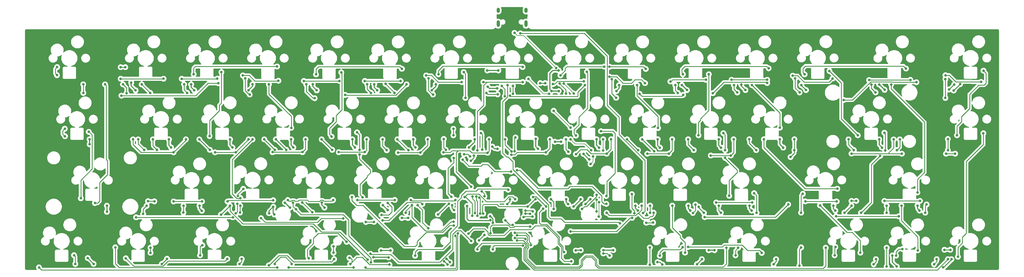
<source format=gbr>
%TF.GenerationSoftware,KiCad,Pcbnew,(6.0.5)*%
%TF.CreationDate,2023-01-25T17:17:27+09:00*%
%TF.ProjectId,chasma,63686173-6d61-42e6-9b69-6361645f7063,rev?*%
%TF.SameCoordinates,Original*%
%TF.FileFunction,Copper,L1,Top*%
%TF.FilePolarity,Positive*%
%FSLAX46Y46*%
G04 Gerber Fmt 4.6, Leading zero omitted, Abs format (unit mm)*
G04 Created by KiCad (PCBNEW (6.0.5)) date 2023-01-25 17:17:27*
%MOMM*%
%LPD*%
G01*
G04 APERTURE LIST*
%TA.AperFunction,ComponentPad*%
%ADD10O,1.000000X2.100000*%
%TD*%
%TA.AperFunction,ComponentPad*%
%ADD11O,1.000000X1.600000*%
%TD*%
%TA.AperFunction,ViaPad*%
%ADD12C,0.800000*%
%TD*%
%TA.AperFunction,Conductor*%
%ADD13C,0.250000*%
%TD*%
%TA.AperFunction,Conductor*%
%ADD14C,0.350000*%
%TD*%
%TA.AperFunction,Conductor*%
%ADD15C,0.200000*%
%TD*%
G04 APERTURE END LIST*
D10*
%TO.P,J0,S1,SHIELD*%
%TO.N,GND*%
X210220000Y-112605000D03*
D11*
X210220000Y-108425000D03*
X201580000Y-108425000D03*
D10*
X201580000Y-112605000D03*
%TD*%
D12*
%TO.N,Net-(LED00_01-Pad4)*%
X73925000Y-146400000D03*
X71450000Y-167150000D03*
%TO.N,LED*%
X69325000Y-184950000D03*
X69725000Y-187675000D03*
X130050000Y-188099031D03*
X150424502Y-186175000D03*
X161725000Y-184500000D03*
X193150000Y-180525000D03*
%TO.N,Net-(ULED10-Pad2)*%
X335150000Y-169100000D03*
X326475000Y-172800000D03*
X306900000Y-172800000D03*
X334725000Y-171649500D03*
%TO.N,VCC*%
X324500000Y-185025000D03*
X325850000Y-188474000D03*
X340287549Y-188737549D03*
X342900000Y-186200500D03*
%TO.N,Net-(ULED09-Pad2)*%
X292000000Y-169100000D03*
X265954690Y-173045310D03*
X249900000Y-174750000D03*
X247750000Y-174800000D03*
%TO.N,Net-(ULED08-Pad2)*%
X235300000Y-168900000D03*
X207475500Y-158376133D03*
X190525000Y-155125000D03*
X205550000Y-158825000D03*
X187725500Y-154545498D03*
X187000500Y-166660225D03*
X186200000Y-168900000D03*
X182800000Y-172175000D03*
%TO.N,Net-(ULED07-Pad2)*%
X177925000Y-168950000D03*
X165500000Y-174075000D03*
X162850000Y-174525000D03*
X160325000Y-174550000D03*
X153275000Y-173425000D03*
X127650000Y-173375000D03*
%TO.N,Net-(ULED06-Pad2)*%
X121150000Y-169525980D03*
X121050000Y-171624500D03*
X118850000Y-173100000D03*
X88675000Y-173100000D03*
%TO.N,Net-(ULED05-Pad2)*%
X75850000Y-168650000D03*
X79000000Y-131575500D03*
%TO.N,Net-(ULED04-Pad2)*%
X84100000Y-135100000D03*
X114300000Y-131225000D03*
%TO.N,Net-(ULED03-Pad2)*%
X173025000Y-131575500D03*
X153875000Y-134875000D03*
%TO.N,Net-(ULED02-Pad2)*%
X201400000Y-134700000D03*
X197850000Y-134250000D03*
X205250000Y-135125000D03*
X228625000Y-131775000D03*
%TO.N,Net-(ULED01-Pad2)*%
X245675000Y-134550000D03*
X259237299Y-134862701D03*
X268525000Y-134325000D03*
X285449500Y-131149503D03*
%TO.N,Net-(ULED00-Pad2)*%
X309300000Y-136450000D03*
X331975000Y-130899500D03*
%TO.N,Net-(LED14_00-Pad2)*%
X343600000Y-133500000D03*
X345600000Y-131499500D03*
%TO.N,Net-(LED14_00-Pad4)*%
X352900000Y-127300000D03*
X344625000Y-147475000D03*
%TO.N,Net-(LED14_01-Pad4)*%
X352850000Y-146850000D03*
X344925000Y-185425000D03*
%TO.N,Net-(LED13_03-Pad2)*%
X342550000Y-183250000D03*
X340725000Y-183250000D03*
X327625000Y-183000000D03*
X325625000Y-185075000D03*
%TO.N,Net-(LED13_02-Pad2)*%
X327300000Y-169461931D03*
X332400000Y-183425000D03*
%TO.N,Net-(LED13_00-Pad2)*%
X332300000Y-165325000D03*
X324100000Y-131599431D03*
%TO.N,Net-(LED12_00-Pad2)*%
X328725000Y-126625000D03*
X297110155Y-128435155D03*
%TO.N,Net-(LED12_00-Pad4)*%
X304850000Y-127400000D03*
X313700000Y-147475000D03*
%TO.N,Net-(LED12_01-Pad4)*%
X322000000Y-146675000D03*
X322275000Y-152250000D03*
X314700000Y-171700000D03*
X306725000Y-182375000D03*
X306475000Y-184975000D03*
X320650000Y-153924500D03*
%TO.N,Net-(LED11_02-Pad2)*%
X314500000Y-184149500D03*
X301925000Y-169375000D03*
%TO.N,Net-(LED11_01-Pad2)*%
X284425000Y-148725500D03*
X307325000Y-164175000D03*
%TO.N,Net-(LED11_00-Pad2)*%
X289400000Y-145100000D03*
X280700000Y-131800500D03*
%TO.N,Net-(LED10_00-Pad2)*%
X285900000Y-126550000D03*
X259159905Y-128410405D03*
%TO.N,Net-(LED10_00-Pad4)*%
X267250000Y-128425000D03*
X264025000Y-147475000D03*
%TO.N,Net-(LED10_01-Pad4)*%
X271800000Y-146825000D03*
X272325000Y-152107471D03*
X272325000Y-154525000D03*
X273600000Y-166375000D03*
%TO.N,Net-(LED10_02-Pad4)*%
X281375000Y-165550000D03*
X282125000Y-171700000D03*
X276409531Y-182600500D03*
X275575000Y-184975000D03*
%TO.N,Net-(LED09_03-Pad2)*%
X260775000Y-182375000D03*
X259100000Y-182425000D03*
X283750000Y-184225000D03*
X251950000Y-185100000D03*
%TO.N,Net-(LED09_02-Pad2)*%
X255850000Y-169461931D03*
X259850000Y-184124011D03*
%TO.N,Net-(LED09_01-Pad2)*%
X246475000Y-148725000D03*
X250175000Y-152475000D03*
%TO.N,Net-(LED09_00-Pad2)*%
X251425000Y-145200000D03*
X244875000Y-131800500D03*
%TO.N,Net-(LED08_00-Pad2)*%
X247600000Y-126750000D03*
X236265500Y-126075000D03*
X234650000Y-126025000D03*
X221000000Y-128750000D03*
%TO.N,Net-(LED08_00-Pad4)*%
X225800000Y-147575000D03*
X229250000Y-127650000D03*
%TO.N,Net-(LED08_01-Pad4)*%
X233625500Y-146200000D03*
X235275000Y-166425000D03*
%TO.N,Net-(LED07_03-Pad2)*%
X243250000Y-165875000D03*
X244037701Y-171825500D03*
X243325000Y-173274500D03*
X224150500Y-177500000D03*
%TO.N,Net-(LED07_02-Pad2)*%
X222074500Y-183925000D03*
X215550000Y-170450000D03*
X218850000Y-170474000D03*
X218000000Y-167425500D03*
%TO.N,Net-(LED07_01-Pad2)*%
X206975000Y-148150000D03*
X206722515Y-152487000D03*
%TO.N,VCC*%
X220425000Y-127225000D03*
X198165500Y-127225000D03*
X201650000Y-127225000D03*
%TO.N,Net-(LED07_00-Pad2)*%
X206150000Y-132075500D03*
X206150000Y-134525000D03*
%TO.N,Net-(LED06_00-Pad2)*%
X209200000Y-126150000D03*
X182950000Y-128425000D03*
%TO.N,Net-(LED06_00-Pad4)*%
X190825000Y-127775000D03*
X191350000Y-135800000D03*
X187599500Y-147475000D03*
X187600000Y-145475000D03*
%TO.N,Net-(LED06_01-Pad4)*%
X196225000Y-146775000D03*
X196625000Y-151974020D03*
X196467374Y-164974500D03*
X197274799Y-166525201D03*
%TO.N,Net-(LED05_03-Pad2)*%
X204725000Y-164500000D03*
X175675000Y-185100000D03*
%TO.N,Net-(LED05_02-Pad2)*%
X179775000Y-176550000D03*
X176425000Y-169325500D03*
%TO.N,Net-(LED05_01-Pad2)*%
X173575000Y-152150000D03*
X170150000Y-148750000D03*
%TO.N,Net-(LED05_00-Pad2)*%
X169275000Y-134225000D03*
X166450000Y-131400000D03*
%TO.N,Net-(LED04_00-Pad2)*%
X171550000Y-126700000D03*
X144775000Y-128450000D03*
%TO.N,Net-(LED04_00-Pad4)*%
X149625000Y-147875000D03*
X152650000Y-127825000D03*
%TO.N,Net-(LED04_01-Pad4)*%
X157575000Y-146550000D03*
X158350000Y-152024500D03*
X158350000Y-153486799D03*
X159250000Y-166825000D03*
%TO.N,Net-(LED03_03-Pad2)*%
X167175000Y-168600000D03*
X165200000Y-172375000D03*
X154306733Y-180768267D03*
X142525000Y-185875000D03*
%TO.N,Net-(LED03_02-Pad2)*%
X150225000Y-184174500D03*
X150225000Y-182175000D03*
X143575000Y-171550500D03*
X140475000Y-168449500D03*
%TO.N,Net-(LED03_01-Pad2)*%
X132250000Y-148750500D03*
X135500000Y-152024500D03*
%TO.N,Net-(LED03_00-Pad2)*%
X137050000Y-145150000D03*
X130075000Y-131575500D03*
%TO.N,Net-(LED02_00-Pad2)*%
X132625000Y-126000000D03*
X106624500Y-128425000D03*
%TO.N,Net-(LED02_00-Pad4)*%
X115275000Y-127750000D03*
X111574500Y-147725000D03*
%TO.N,Net-(LED02_01-Pad4)*%
X124975000Y-148750500D03*
X121200501Y-167077998D03*
%TO.N,Net-(LED02_02-Pad4)*%
X122100000Y-164200000D03*
X120435155Y-166435155D03*
X120225000Y-168875000D03*
X109350000Y-181825000D03*
X108625000Y-184975000D03*
X119749799Y-171875201D03*
%TO.N,Net-(J0-PadB5)*%
X208482138Y-115650500D03*
X246775000Y-171775000D03*
%TO.N,Net-(J0-PadA5)*%
X204500000Y-131850000D03*
X239500000Y-175025000D03*
%TO.N,D+*%
X219600000Y-126475000D03*
X222000000Y-131324989D03*
X206650000Y-115475000D03*
X234325000Y-148725000D03*
X225150000Y-134449500D03*
X234325000Y-152225000D03*
X232990717Y-168368270D03*
X232936628Y-172913372D03*
%TO.N,D-*%
X211000000Y-129900000D03*
X217400000Y-134525000D03*
X218875500Y-139825000D03*
X224125000Y-145075000D03*
X224132048Y-148725500D03*
X230550000Y-152107471D03*
X231175000Y-154100000D03*
X230375000Y-156475000D03*
X232259487Y-171240513D03*
X232272982Y-167650541D03*
%TO.N,GND*%
X204425000Y-168975000D03*
X205275000Y-167425500D03*
X199875000Y-174800500D03*
X199100000Y-172750000D03*
X195600000Y-180350000D03*
X197325000Y-178650000D03*
%TO.N,VCC*%
X199112500Y-174012500D03*
X191900000Y-169550000D03*
%TO.N,row02*%
X193500000Y-172625000D03*
%TO.N,row01*%
X193100000Y-163550000D03*
X193525000Y-166599500D03*
X194325000Y-171775000D03*
%TO.N,row00*%
X195100000Y-152200000D03*
X194025000Y-153850000D03*
X193087701Y-155412299D03*
X195125151Y-172606359D03*
X194748715Y-166599500D03*
%TO.N,col07*%
X196899482Y-171951620D03*
%TO.N,col06*%
X195675000Y-166975000D03*
X195900000Y-171975000D03*
%TO.N,row03*%
X224350000Y-186850000D03*
X192300000Y-178200000D03*
%TO.N,col05*%
X187650000Y-174450000D03*
%TO.N,col04*%
X156000000Y-166800000D03*
X187725000Y-175675000D03*
%TO.N,col03*%
X161869031Y-187175000D03*
X185749799Y-187874799D03*
X184700000Y-186875000D03*
%TO.N,col02*%
X160906532Y-186343468D03*
X186499799Y-187124799D03*
X185459379Y-186116022D03*
%TO.N,col01*%
X82200000Y-182500000D03*
X132725000Y-188800500D03*
X136250000Y-188800500D03*
X156476462Y-188766334D03*
X160200000Y-188800500D03*
X188225500Y-178875000D03*
%TO.N,col00*%
X58400000Y-188750000D03*
X188958060Y-178132367D03*
%TO.N,col08*%
X232225000Y-166125000D03*
X227725000Y-170474000D03*
X212375000Y-171225000D03*
X210065500Y-170975497D03*
%TO.N,col09*%
X248850000Y-182525000D03*
X248850000Y-187901460D03*
X211749020Y-181800000D03*
X206750000Y-177950000D03*
%TO.N,col10*%
X272725000Y-182600500D03*
X207475500Y-178750000D03*
%TO.N,col11*%
X296550000Y-165775000D03*
X296020120Y-171649500D03*
X296050000Y-182500000D03*
X295500000Y-188199020D03*
X210044058Y-179934127D03*
X206750000Y-179575000D03*
%TO.N,col12*%
X303700000Y-182600000D03*
X207475500Y-180350000D03*
%TO.N,col13*%
X322700000Y-182600500D03*
X322700000Y-188474000D03*
X209325000Y-181900000D03*
%TO.N,col14*%
X341800000Y-186200500D03*
%TO.N,col13*%
X199900000Y-183100000D03*
%TO.N,col14*%
X195100001Y-183089442D03*
%TO.N,Net-(R2-Pad1)*%
X212268362Y-172850500D03*
X209499799Y-173049799D03*
X206075000Y-175500000D03*
X203800000Y-174025500D03*
%TO.N,Net-(R1-Pad1)*%
X211514500Y-172000000D03*
X210065500Y-171975000D03*
%TO.N,RESET*%
X199125000Y-178100000D03*
X211514500Y-176000000D03*
%TO.N,Net-(R0-Pad2)*%
X173464500Y-173325000D03*
X171550000Y-173325000D03*
%TO.N,row00*%
X352124500Y-130800000D03*
X341025000Y-128725000D03*
X330100000Y-130175000D03*
X317240500Y-130225000D03*
X305835155Y-129739845D03*
X293415500Y-128880602D03*
X274350000Y-130150000D03*
X285449500Y-130150000D03*
X266374500Y-130150000D03*
X255290500Y-130675000D03*
X247349500Y-131175000D03*
X236265500Y-129218735D03*
X228249500Y-130625000D03*
X218587701Y-131487299D03*
X216224500Y-131175000D03*
X214675000Y-131175000D03*
X209249500Y-130850000D03*
X196964845Y-130860155D03*
X190199500Y-130875000D03*
X179115500Y-128800000D03*
X159975000Y-130500000D03*
X171124500Y-130500000D03*
X152099500Y-130500000D03*
X140975000Y-130500000D03*
X133049500Y-130450000D03*
X121965500Y-128800000D03*
X113999500Y-129775000D03*
X102900000Y-129825000D03*
X97225000Y-129800000D03*
%TO.N,row01*%
X341225000Y-153225000D03*
X327425000Y-153225000D03*
X344050000Y-153225000D03*
X324875000Y-148775500D03*
X311750500Y-153200000D03*
X293925000Y-152107471D03*
X292725000Y-154274500D03*
X293925000Y-148725500D03*
X274100201Y-153799799D03*
X274975000Y-148725500D03*
X267850201Y-153799799D03*
X254800000Y-153225000D03*
X255825000Y-148725500D03*
X248075000Y-153225000D03*
X235400000Y-153225000D03*
X236775000Y-148725500D03*
X225800000Y-153375000D03*
X216450000Y-152825000D03*
X205699380Y-153549174D03*
X217725000Y-148750500D03*
X198250000Y-152950000D03*
X198725000Y-148750500D03*
X184525000Y-152825000D03*
X177350500Y-152874500D03*
X179625000Y-148750500D03*
X170350201Y-152874500D03*
X159987701Y-152762299D03*
X160575000Y-148750500D03*
X151862701Y-152762299D03*
X140565802Y-152759198D03*
X141525000Y-148750500D03*
X131222339Y-152759198D03*
X119700500Y-152800000D03*
X113299701Y-152799299D03*
X123750000Y-148750500D03*
X100375489Y-152799511D03*
X104200000Y-148750500D03*
X87725000Y-148750500D03*
%TO.N,row02*%
X333074500Y-167975000D03*
X321990500Y-167975000D03*
X313199500Y-167975000D03*
X311750500Y-167975000D03*
X297350498Y-168125000D03*
X307100000Y-168125000D03*
X280750000Y-168475000D03*
X269550000Y-168475000D03*
X263075000Y-169125000D03*
X262275000Y-171750000D03*
X250025000Y-171649500D03*
X246350000Y-169461931D03*
X235400498Y-171700000D03*
X216550000Y-169749500D03*
X212412283Y-166779537D03*
X227300000Y-167425500D03*
X225050000Y-169749500D03*
X206850000Y-167425500D03*
X191100000Y-166800000D03*
X188225000Y-167675000D03*
X174340500Y-167675000D03*
X157700500Y-167700000D03*
X169325000Y-167675000D03*
X150100000Y-167700000D03*
X135975000Y-167700000D03*
X131425000Y-167752509D03*
X117190500Y-168150000D03*
X109224500Y-168150000D03*
X94387789Y-168112789D03*
X100375500Y-168150000D03*
X92400691Y-168050691D03*
%TO.N,row03*%
X265075000Y-186200500D03*
X263550000Y-187749500D03*
X288225000Y-186200500D03*
X287450000Y-187749500D03*
X319350000Y-186200500D03*
X318650000Y-187749500D03*
X338300000Y-186200500D03*
X252743394Y-187842894D03*
X337475000Y-187749500D03*
X251250000Y-187100500D03*
X236325000Y-185099502D03*
X234350500Y-184374503D03*
X98325000Y-186050000D03*
X96724500Y-187649500D03*
X120950000Y-187649500D03*
X121600000Y-186100500D03*
X155175000Y-185775000D03*
X167674500Y-187899500D03*
X155425000Y-187724500D03*
X131926479Y-187649500D03*
X75425000Y-187649500D03*
X137200000Y-187724500D03*
X73600000Y-185825000D03*
%TO.N,Net-(LED01_03-Pad2)*%
X117099502Y-186075000D03*
X85475000Y-185900000D03*
%TO.N,Net-(LED01_02-Pad2)*%
X93175000Y-182575011D03*
X103425000Y-171624500D03*
X93175000Y-184175000D03*
X103450000Y-169525980D03*
%TO.N,Net-(LED01_01-Pad2)*%
X93925000Y-148750500D03*
X95200000Y-152024500D03*
%TO.N,Net-(LED01_00-Pad2)*%
X93075000Y-134224500D03*
X90425000Y-131575500D03*
%TO.N,Net-(LED00_00-Pad4)*%
X72200000Y-131575500D03*
X72225000Y-134249500D03*
X66499500Y-147775000D03*
X66441677Y-145426053D03*
%TO.N,Net-(LED00_00-Pad2)*%
X85314500Y-126200000D03*
X83865500Y-126200000D03*
X64050000Y-126175000D03*
X64000000Y-128700000D03*
%TO.N,row00*%
X83865500Y-129825000D03*
%TO.N,VCC*%
X269024500Y-183375000D03*
X267225000Y-183375000D03*
%TO.N,col14*%
X341775000Y-148650500D03*
X341775000Y-152107471D03*
X341000000Y-135824502D03*
X341000000Y-129925498D03*
%TO.N,col13*%
X322700000Y-171649500D03*
X322700000Y-169461931D03*
X325925000Y-152107471D03*
X326800000Y-148775500D03*
X317975000Y-131599431D03*
X319225000Y-134075000D03*
%TO.N,col12*%
X311725000Y-169461931D03*
X310800000Y-148775500D03*
X309525000Y-171649500D03*
X312475000Y-152107471D03*
X294150000Y-129725000D03*
X295549502Y-134099500D03*
%TO.N,col11*%
X282025000Y-152107471D03*
X279875000Y-148725500D03*
X276125000Y-134099500D03*
X275100000Y-131800500D03*
%TO.N,col10*%
X271000000Y-171649500D03*
X270325000Y-169461931D03*
X262550000Y-152107471D03*
X260800000Y-148725500D03*
X257600000Y-134250000D03*
X256775000Y-131800500D03*
%TO.N,col09*%
X248950000Y-171649500D03*
X248950000Y-169461931D03*
X245175000Y-152107471D03*
X241750000Y-148725500D03*
X238350000Y-135750000D03*
X237000000Y-129950498D03*
%TO.N,col08*%
X229974500Y-155000000D03*
X228152345Y-153272655D03*
X223475000Y-152649500D03*
X222675000Y-148700000D03*
X222725000Y-134449500D03*
X220725000Y-131325000D03*
%TO.N,col07*%
X210750000Y-169749500D03*
X213175000Y-167425500D03*
X205725000Y-152550000D03*
X203700000Y-148750500D03*
X203662951Y-135262451D03*
X202675000Y-132075500D03*
%TO.N,col06*%
X192800000Y-154100000D03*
X190900000Y-153400000D03*
X184600000Y-148625000D03*
X185225000Y-152024500D03*
X181249502Y-134750000D03*
X179825000Y-129725000D03*
%TO.N,col05*%
X174700000Y-169275000D03*
X172775000Y-171649500D03*
X166825000Y-152150000D03*
X165525000Y-148750500D03*
X161925000Y-134224500D03*
X160750000Y-131575500D03*
%TO.N,col04*%
X149825000Y-152024500D03*
X146525000Y-148750500D03*
X144350000Y-135900000D03*
X141750000Y-131575500D03*
%TO.N,col03*%
X138500000Y-170625529D03*
X137625000Y-168527009D03*
X131900000Y-152024500D03*
X128650000Y-148750500D03*
X124099502Y-134750000D03*
X122725000Y-129700000D03*
%TO.N,col02*%
X115125000Y-172250000D03*
X117925000Y-169475000D03*
X111675000Y-152024500D03*
X108400000Y-148750500D03*
X103650000Y-131550000D03*
X104600000Y-134224500D03*
%TO.N,col01*%
X90875000Y-172050000D03*
X91950000Y-169525980D03*
X91175000Y-152075000D03*
X89325000Y-148750500D03*
X84600000Y-131575500D03*
X85675000Y-134350000D03*
%TO.N,VCC*%
X225775500Y-183493749D03*
X227324500Y-183375000D03*
X234350500Y-183375000D03*
X237437299Y-183337299D03*
X264075000Y-169800000D03*
X265714845Y-171710155D03*
%TO.N,GND*%
X332950000Y-171010931D03*
X332300000Y-169461931D03*
X306700000Y-171010931D03*
X306125000Y-169461931D03*
X280600000Y-171010931D03*
X279900000Y-169461931D03*
X261500000Y-171010931D03*
X260850000Y-169461931D03*
X245100000Y-171010931D03*
X244375000Y-169461931D03*
X223375000Y-168975000D03*
X222750000Y-167425500D03*
X187800000Y-170875000D03*
X187175000Y-169325500D03*
X167150000Y-170875000D03*
X165600000Y-169300000D03*
X147400000Y-170076009D03*
X146550000Y-168450000D03*
X136648971Y-170076009D03*
X135100000Y-168527009D03*
X109175000Y-171074980D03*
X108450000Y-169525000D03*
X79575000Y-169475980D03*
X79575000Y-171375000D03*
X99575000Y-151250000D03*
X98925000Y-148750500D03*
X118700000Y-151250000D03*
X117975000Y-148750500D03*
X137025000Y-148750500D03*
X137725000Y-151250000D03*
X156875000Y-151250000D03*
X156100000Y-148750500D03*
X175775000Y-151250000D03*
X175125000Y-148750500D03*
X194200000Y-148750500D03*
X192500000Y-151250000D03*
X213987500Y-151712500D03*
X213275000Y-148550000D03*
X232982971Y-151332971D03*
X232250000Y-148725500D03*
X252007971Y-151332971D03*
X251325000Y-148725000D03*
X270375000Y-148725500D03*
X271057971Y-151332971D03*
X321232971Y-151332971D03*
X289425000Y-148725500D03*
X290457971Y-151332971D03*
X320375000Y-148775000D03*
%TO.N,VCC*%
X106800000Y-133450000D03*
X105850000Y-131575500D03*
X124975000Y-131575500D03*
X123675000Y-133450000D03*
X145000000Y-133450000D03*
X143750000Y-131575500D03*
X163875000Y-133450000D03*
X162925000Y-131525000D03*
X180850000Y-133450000D03*
X182100000Y-131575500D03*
X238425000Y-133675000D03*
X239275000Y-131800500D03*
X260425000Y-133349500D03*
X258850000Y-131800500D03*
X278675000Y-133349500D03*
X277375000Y-131625000D03*
X297552066Y-133349500D03*
X296075000Y-131775000D03*
X322050000Y-133275000D03*
X320375000Y-131599431D03*
X88525000Y-133450000D03*
X87150000Y-131050000D03*
X168025000Y-183425000D03*
X165050000Y-183425000D03*
%TO.N,GND*%
X167425000Y-185625000D03*
X162650000Y-185575000D03*
%TO.N,VCC*%
X131799500Y-172225000D03*
X130150000Y-171824500D03*
X131450000Y-169825000D03*
X342125000Y-133174500D03*
X343775000Y-131625000D03*
X220450000Y-133675000D03*
X218239845Y-133660155D03*
%TO.N,GND*%
X201250000Y-132825000D03*
X198300000Y-132350000D03*
X74150000Y-148750500D03*
X199777345Y-151025500D03*
X201375000Y-151675000D03*
X74200000Y-150299500D03*
%TO.N,VCC*%
X221175000Y-149500000D03*
X219275000Y-149500000D03*
%TO.N,GND*%
X230300000Y-167425500D03*
X228750000Y-168975000D03*
%TD*%
D13*
%TO.N,Net-(LED00_01-Pad4)*%
X74025000Y-146400000D02*
X73925000Y-146400000D01*
X74975000Y-147350000D02*
X74025000Y-146400000D01*
X74975000Y-157975000D02*
X74975000Y-147350000D01*
X71450000Y-161500000D02*
X74975000Y-157975000D01*
X71450000Y-167150000D02*
X71450000Y-161500000D01*
%TO.N,LED*%
X69725000Y-185350000D02*
X69325000Y-184950000D01*
X69725000Y-187675000D02*
X69725000Y-185350000D01*
X130050000Y-188200000D02*
X130050000Y-188099031D01*
X130225000Y-188025000D02*
X130050000Y-188200000D01*
X130225000Y-188000000D02*
X130225000Y-188025000D01*
X133200000Y-185025000D02*
X130225000Y-188000000D01*
X135825000Y-185025000D02*
X133200000Y-185025000D01*
X135825000Y-185025000D02*
X137775000Y-186975000D01*
X137775000Y-186975000D02*
X149650000Y-186975000D01*
X149650000Y-186975000D02*
X150424502Y-186200498D01*
X150424502Y-186175000D02*
X150424502Y-186200498D01*
X161925000Y-184700000D02*
X161725000Y-184500000D01*
X168075000Y-184700000D02*
X161925000Y-184700000D01*
%TO.N,col03*%
X140149471Y-172275000D02*
X138500000Y-170625529D01*
X153250000Y-172275000D02*
X140149471Y-172275000D01*
X161869031Y-187175000D02*
X161869031Y-185794031D01*
X161869031Y-185794031D02*
X154950000Y-178875000D01*
X154950000Y-178875000D02*
X154950000Y-173975000D01*
X154950000Y-173975000D02*
X153250000Y-172275000D01*
%TO.N,LED*%
X170500000Y-187125000D02*
X168075000Y-184700000D01*
X183400000Y-187125000D02*
X170500000Y-187125000D01*
X187400000Y-183125000D02*
X183400000Y-187125000D01*
X187400000Y-178450000D02*
X187400000Y-183125000D01*
X188550000Y-177300000D02*
X189925000Y-177300000D01*
X187400000Y-178450000D02*
X188550000Y-177300000D01*
X193150000Y-180525000D02*
X189925000Y-177300000D01*
%TO.N,Net-(ULED10-Pad2)*%
X334750000Y-171624500D02*
X334750000Y-169550000D01*
X334725000Y-171649500D02*
X334750000Y-171624500D01*
X306900000Y-172800000D02*
X326475000Y-172800000D01*
X334750000Y-169500000D02*
X335150000Y-169100000D01*
X334750000Y-169550000D02*
X334750000Y-169500000D01*
D14*
%TO.N,VCC*%
X324500000Y-187124000D02*
X324500000Y-185025000D01*
X325850000Y-188474000D02*
X324500000Y-187124000D01*
X340537451Y-188737549D02*
X342900000Y-186375000D01*
X342900000Y-186200500D02*
X342900000Y-186375000D01*
X340537451Y-188737549D02*
X340287549Y-188737549D01*
D13*
%TO.N,Net-(ULED09-Pad2)*%
X288054690Y-173045310D02*
X292000000Y-169100000D01*
X265954690Y-173045310D02*
X288054690Y-173045310D01*
X249850000Y-174800000D02*
X249900000Y-174750000D01*
X247750000Y-174800000D02*
X249850000Y-174800000D01*
%TO.N,Net-(ULED08-Pad2)*%
X234525000Y-168900000D02*
X235300000Y-168900000D01*
X233875000Y-166475000D02*
X233875000Y-168250000D01*
X230875000Y-163475000D02*
X233875000Y-166475000D01*
X223950000Y-163475000D02*
X230875000Y-163475000D01*
X223300000Y-164125000D02*
X223950000Y-163475000D01*
X214075000Y-164125000D02*
X223300000Y-164125000D01*
X208326133Y-158376133D02*
X214075000Y-164125000D01*
X207475500Y-158376133D02*
X208326133Y-158376133D01*
X200525000Y-158825000D02*
X205550000Y-158825000D01*
X233875000Y-168250000D02*
X234525000Y-168900000D01*
X198275000Y-156575000D02*
X200525000Y-158825000D01*
X196725000Y-156575000D02*
X198275000Y-156575000D01*
X192485479Y-157085479D02*
X196214521Y-157085479D01*
X190525000Y-155125000D02*
X192485479Y-157085479D01*
X196214521Y-157085479D02*
X196725000Y-156575000D01*
X185980479Y-157755495D02*
X185980479Y-165640204D01*
X187725500Y-156010474D02*
X185980479Y-157755495D01*
X187725500Y-154545498D02*
X187725500Y-156010474D01*
X185980479Y-165640204D02*
X187000500Y-166660225D01*
X186075000Y-168900000D02*
X186200000Y-168900000D01*
X182800000Y-172175000D02*
X186075000Y-168900000D01*
%TO.N,Net-(ULED07-Pad2)*%
X177450000Y-168475000D02*
X177925000Y-168950000D01*
X173125000Y-168475000D02*
X177450000Y-168475000D01*
%TO.N,Net-(LED05_02-Pad2)*%
X178025000Y-174800000D02*
X179775000Y-176550000D01*
X178025000Y-170925500D02*
X178025000Y-174800000D01*
X176425000Y-169325500D02*
X178025000Y-170925500D01*
%TO.N,Net-(ULED07-Pad2)*%
X167525000Y-174075000D02*
X173125000Y-168475000D01*
X165500000Y-174075000D02*
X167525000Y-174075000D01*
X160325000Y-174550000D02*
X162825000Y-174550000D01*
X162825000Y-174550000D02*
X162850000Y-174525000D01*
X146425000Y-173425000D02*
X153275000Y-173425000D01*
X145200000Y-174650000D02*
X146425000Y-173425000D01*
X145174520Y-174675480D02*
X145200000Y-174650000D01*
X127650000Y-173375000D02*
X128950480Y-174675480D01*
X128950480Y-174675480D02*
X145174520Y-174675480D01*
%TO.N,Net-(ULED06-Pad2)*%
X121050000Y-169625980D02*
X121150000Y-169525980D01*
X121050000Y-171624500D02*
X121050000Y-169625980D01*
%TO.N,Net-(LED02_02-Pad4)*%
X120225000Y-171400000D02*
X119749799Y-171875201D01*
X120225000Y-168875000D02*
X120225000Y-171400000D01*
%TO.N,Net-(ULED06-Pad2)*%
X88675000Y-173100000D02*
X118850000Y-173100000D01*
%TO.N,Net-(ULED05-Pad2)*%
X76725000Y-168650000D02*
X75850000Y-168650000D01*
X76825000Y-168550000D02*
X76725000Y-168650000D01*
X77300000Y-168075000D02*
X76825000Y-168550000D01*
X77300000Y-162200000D02*
X77300000Y-168075000D01*
X77300000Y-162200000D02*
X79775000Y-159725000D01*
X79775000Y-155450000D02*
X79775000Y-159725000D01*
X79364521Y-155039521D02*
X79775000Y-155450000D01*
X79000000Y-131575500D02*
X79364521Y-131940021D01*
X79364521Y-131940021D02*
X79364521Y-155039521D01*
%TO.N,Net-(ULED04-Pad2)*%
X111125000Y-131225000D02*
X107250000Y-135100000D01*
X114300000Y-131225000D02*
X111125000Y-131225000D01*
X107250000Y-135100000D02*
X84100000Y-135100000D01*
%TO.N,col04*%
X143850000Y-135900000D02*
X141750000Y-133800000D01*
X144350000Y-135900000D02*
X143850000Y-135900000D01*
X141750000Y-133800000D02*
X141750000Y-131575500D01*
%TO.N,Net-(ULED03-Pad2)*%
X153949511Y-134949511D02*
X153875000Y-134875000D01*
X169650989Y-134949511D02*
X153949511Y-134949511D01*
X173025000Y-131575500D02*
X169650989Y-134949511D01*
%TO.N,Net-(LED06_00-Pad4)*%
X191375000Y-135775000D02*
X191375000Y-128325000D01*
X191350000Y-135800000D02*
X191375000Y-135775000D01*
X191375000Y-128325000D02*
X190825000Y-127775000D01*
%TO.N,Net-(ULED02-Pad2)*%
X198300000Y-134700000D02*
X197850000Y-134250000D01*
X201400000Y-134700000D02*
X198300000Y-134700000D01*
%TO.N,col07*%
X203662951Y-133063451D02*
X202675000Y-132075500D01*
X203662951Y-135262451D02*
X203662951Y-133063451D01*
%TO.N,Net-(ULED02-Pad2)*%
X205500000Y-135375000D02*
X205250000Y-135125000D01*
X226325000Y-135375000D02*
X205650000Y-135375000D01*
X205650000Y-135375000D02*
X205500000Y-135375000D01*
X226400000Y-134000000D02*
X226400000Y-135300000D01*
X226400000Y-135300000D02*
X226325000Y-135375000D01*
X228625000Y-131775000D02*
X226400000Y-134000000D01*
%TO.N,Net-(ULED01-Pad2)*%
X246375000Y-135250000D02*
X245675000Y-134550000D01*
X258850000Y-135250000D02*
X246375000Y-135250000D01*
X259237299Y-134862701D02*
X258850000Y-135250000D01*
X271949511Y-130900489D02*
X268525000Y-134325000D01*
X285200486Y-130900489D02*
X271949511Y-130900489D01*
X285449500Y-131149503D02*
X285200486Y-130900489D01*
%TO.N,Net-(ULED00-Pad2)*%
X312040114Y-136450000D02*
X309300000Y-136450000D01*
X317740114Y-130750000D02*
X312040114Y-136450000D01*
X324275183Y-130750000D02*
X317740114Y-130750000D01*
X324424683Y-130899500D02*
X324275183Y-130750000D01*
X331975000Y-130899500D02*
X324424683Y-130899500D01*
D14*
%TO.N,VCC*%
X320375000Y-131599431D02*
X320375000Y-131600000D01*
X320375000Y-131600000D02*
X322050000Y-133275000D01*
D13*
%TO.N,Net-(LED14_00-Pad2)*%
X343600000Y-133499500D02*
X343600000Y-133500000D01*
X345600000Y-131499500D02*
X343600000Y-133499500D01*
%TO.N,Net-(LED14_00-Pad4)*%
X353675000Y-128075000D02*
X352900000Y-127300000D01*
X353675000Y-131175000D02*
X353675000Y-128075000D01*
X353075000Y-131775000D02*
X353675000Y-131175000D01*
X351425000Y-131775000D02*
X353075000Y-131775000D01*
X348550000Y-134650000D02*
X351425000Y-131775000D01*
X348550000Y-139125000D02*
X348550000Y-134650000D01*
X346025000Y-141650000D02*
X348550000Y-139125000D01*
X346025000Y-143250000D02*
X346025000Y-141650000D01*
X344625000Y-144650000D02*
X344675000Y-144600000D01*
X344625000Y-147475000D02*
X344625000Y-144650000D01*
X344675000Y-144600000D02*
X346025000Y-143250000D01*
%TO.N,Net-(LED14_01-Pad4)*%
X352850000Y-150375000D02*
X352850000Y-146850000D01*
X347525000Y-155700000D02*
X352850000Y-150375000D01*
X347525000Y-178125974D02*
X347525000Y-155700000D01*
X346325000Y-179325974D02*
X347525000Y-178125974D01*
X346325000Y-181100000D02*
X346325000Y-179325974D01*
X344925000Y-182500000D02*
X346325000Y-181100000D01*
X344925000Y-185425000D02*
X344925000Y-182500000D01*
%TO.N,Net-(LED13_03-Pad2)*%
X340725000Y-183250000D02*
X342550000Y-183250000D01*
X326525000Y-183000000D02*
X327625000Y-183000000D01*
X325625000Y-183900000D02*
X326525000Y-183000000D01*
X325625000Y-185075000D02*
X325625000Y-183900000D01*
%TO.N,Net-(LED13_02-Pad2)*%
X332375000Y-179787091D02*
X332400000Y-179812091D01*
X332375000Y-179250000D02*
X332375000Y-179787091D01*
X327300000Y-174175000D02*
X332375000Y-179250000D01*
X332400000Y-179812091D02*
X332400000Y-183425000D01*
X327300000Y-169461931D02*
X327300000Y-174175000D01*
%TO.N,Net-(LED13_00-Pad2)*%
X332300000Y-161250000D02*
X332300000Y-165325000D01*
X334525000Y-159025000D02*
X332300000Y-161250000D01*
X334525000Y-143425000D02*
X334525000Y-159025000D01*
X324100000Y-133000000D02*
X334525000Y-143425000D01*
X324100000Y-131599431D02*
X324100000Y-133000000D01*
%TO.N,Net-(LED12_00-Pad2)*%
X327950000Y-125850000D02*
X328725000Y-126625000D01*
X296575000Y-127900000D02*
X296575000Y-126675000D01*
X297110155Y-128435155D02*
X296575000Y-127900000D01*
X296575000Y-126675000D02*
X297400000Y-125850000D01*
X297400000Y-125850000D02*
X327950000Y-125850000D01*
%TO.N,Net-(LED12_00-Pad4)*%
X308550000Y-131100000D02*
X304850000Y-127400000D01*
X308550000Y-142325000D02*
X308550000Y-131100000D01*
X313700000Y-147475000D02*
X308550000Y-142325000D01*
%TO.N,Net-(LED12_01-Pad4)*%
X322275000Y-146950000D02*
X322000000Y-146675000D01*
X322275000Y-152250000D02*
X322275000Y-146950000D01*
X317925000Y-168475000D02*
X317925000Y-156649500D01*
X317925000Y-156649500D02*
X320650000Y-153924500D01*
X314700000Y-171700000D02*
X317925000Y-168475000D01*
%TO.N,row01*%
X311750500Y-153200000D02*
X323075000Y-153200000D01*
%TO.N,Net-(LED12_01-Pad4)*%
X306475000Y-182625000D02*
X306725000Y-182375000D01*
X306475000Y-184975000D02*
X306475000Y-182625000D01*
%TO.N,Net-(LED11_02-Pad2)*%
X314500000Y-180375000D02*
X314500000Y-184149500D01*
X310350000Y-177800000D02*
X311925000Y-177800000D01*
X301925000Y-169375000D02*
X310350000Y-177800000D01*
X311925000Y-177800000D02*
X314500000Y-180375000D01*
%TO.N,Net-(LED11_01-Pad2)*%
X297275000Y-164150000D02*
X297300000Y-164175000D01*
X297300000Y-164175000D02*
X307325000Y-164175000D01*
X284425000Y-151300000D02*
X297275000Y-164150000D01*
X284425000Y-148725500D02*
X284425000Y-151300000D01*
%TO.N,Net-(LED11_00-Pad2)*%
X289400000Y-140500500D02*
X289400000Y-145100000D01*
X280700000Y-131800500D02*
X289400000Y-140500500D01*
%TO.N,Net-(LED10_00-Pad2)*%
X285300000Y-125950000D02*
X285900000Y-126550000D01*
X259800000Y-125950000D02*
X285300000Y-125950000D01*
X258850000Y-128100500D02*
X258850000Y-126900000D01*
X258850000Y-126900000D02*
X259800000Y-125950000D01*
X259159905Y-128410405D02*
X258850000Y-128100500D01*
%TO.N,Net-(LED10_00-Pad4)*%
X264650000Y-142300546D02*
X267250000Y-139700546D01*
X264650000Y-142750000D02*
X264650000Y-142300546D01*
X264025000Y-143375000D02*
X264650000Y-142750000D01*
X264025000Y-147475000D02*
X264025000Y-143375000D01*
X267250000Y-139700546D02*
X267250000Y-128425000D01*
%TO.N,Net-(LED10_01-Pad4)*%
X272325000Y-147350000D02*
X271800000Y-146825000D01*
X272325000Y-152107471D02*
X272325000Y-147350000D01*
X272325000Y-154625000D02*
X272325000Y-154525000D01*
X272325000Y-154625000D02*
X276075000Y-158375000D01*
X276075000Y-159100974D02*
X276075000Y-158375000D01*
X273600000Y-166375000D02*
X273600000Y-161575974D01*
X273600000Y-161575974D02*
X276075000Y-159100974D01*
%TO.N,Net-(LED10_02-Pad4)*%
X282125000Y-166300000D02*
X281375000Y-165550000D01*
X282125000Y-171700000D02*
X282125000Y-166300000D01*
X275575000Y-184975000D02*
X275575000Y-183435031D01*
X275575000Y-183435031D02*
X276409531Y-182600500D01*
%TO.N,Net-(LED09_03-Pad2)*%
X283750000Y-184100000D02*
X283750000Y-184225000D01*
X283075000Y-183425000D02*
X283750000Y-184100000D01*
X279300000Y-183425000D02*
X283075000Y-183425000D01*
X277650000Y-181775000D02*
X279300000Y-183425000D01*
X272100000Y-181775000D02*
X277650000Y-181775000D01*
X271500000Y-182375000D02*
X272100000Y-181775000D01*
X260775000Y-182375000D02*
X271500000Y-182375000D01*
X258350000Y-183175000D02*
X259100000Y-182425000D01*
X252925000Y-183175000D02*
X258350000Y-183175000D01*
X251950000Y-184150000D02*
X252925000Y-183175000D01*
X251950000Y-185100000D02*
X251950000Y-184150000D01*
%TO.N,Net-(LED09_02-Pad2)*%
X258325000Y-179512091D02*
X259850000Y-181037091D01*
X258325000Y-178825000D02*
X258325000Y-179512091D01*
X255850000Y-176350000D02*
X258325000Y-178825000D01*
X255850000Y-169461931D02*
X255850000Y-176350000D01*
X259850000Y-181037091D02*
X259850000Y-184124011D01*
%TO.N,Net-(LED09_01-Pad2)*%
X246475000Y-148725000D02*
X250175000Y-152425000D01*
X250175000Y-152425000D02*
X250175000Y-152475000D01*
%TO.N,Net-(LED09_00-Pad2)*%
X251425000Y-141650000D02*
X251425000Y-145200000D01*
X244875000Y-135100000D02*
X251425000Y-141650000D01*
X244875000Y-131800500D02*
X244875000Y-135100000D01*
%TO.N,row00*%
X244200000Y-130150000D02*
X246324500Y-130150000D01*
X246324500Y-130150000D02*
X247349500Y-131175000D01*
X240450000Y-131175000D02*
X243175000Y-131175000D01*
X238493735Y-129218735D02*
X240450000Y-131175000D01*
X236265500Y-129218735D02*
X238493735Y-129218735D01*
X243175000Y-131175000D02*
X244200000Y-130150000D01*
%TO.N,Net-(LED08_00-Pad2)*%
X246925000Y-126075000D02*
X247600000Y-126750000D01*
X236265500Y-126075000D02*
X246925000Y-126075000D01*
X223025000Y-126025000D02*
X234650000Y-126025000D01*
X222475000Y-127275000D02*
X222475000Y-126575000D01*
X221000000Y-128750000D02*
X222475000Y-127275000D01*
X222475000Y-126575000D02*
X223025000Y-126025000D01*
%TO.N,Net-(LED08_00-Pad4)*%
X226741453Y-144233547D02*
X225250000Y-145725000D01*
X226741453Y-141759521D02*
X226741453Y-144233547D01*
X229475000Y-139025974D02*
X226741453Y-141759521D01*
X225250000Y-145725000D02*
X225250000Y-147025000D01*
X229475000Y-127875000D02*
X229475000Y-139025974D01*
X225250000Y-147025000D02*
X225800000Y-147575000D01*
X229250000Y-127650000D02*
X229475000Y-127875000D01*
%TO.N,Net-(LED08_01-Pad4)*%
X238025000Y-146875000D02*
X237350000Y-146200000D01*
X235469521Y-161905479D02*
X238025000Y-159350000D01*
X235469521Y-166230479D02*
X235469521Y-161905479D01*
X238025000Y-159350000D02*
X238025000Y-146875000D01*
X237350000Y-146200000D02*
X233625500Y-146200000D01*
X235275000Y-166425000D02*
X235469521Y-166230479D01*
%TO.N,Net-(LED07_03-Pad2)*%
X243250000Y-170200000D02*
X243250000Y-165875000D01*
X244037701Y-170987701D02*
X243275000Y-170225000D01*
X244037701Y-171825500D02*
X244037701Y-170987701D01*
X243275000Y-170225000D02*
X243250000Y-170200000D01*
X243325000Y-173274500D02*
X242660442Y-173274500D01*
X242660442Y-173274500D02*
X238434942Y-177500000D01*
X238434942Y-177500000D02*
X224150500Y-177500000D01*
%TO.N,row02*%
X244400000Y-172550000D02*
X245214558Y-171735442D01*
X236250498Y-172550000D02*
X244400000Y-172550000D01*
X235400498Y-171700000D02*
X236250498Y-172550000D01*
%TO.N,Net-(LED07_02-Pad2)*%
X220692941Y-179332770D02*
X216660171Y-175300000D01*
X216660171Y-175300000D02*
X214925000Y-175300000D01*
X220692941Y-181132223D02*
X220692941Y-179332770D01*
X221799520Y-183650020D02*
X221799520Y-182238802D01*
X222074500Y-183925000D02*
X221799520Y-183650020D01*
X221799520Y-182238802D02*
X220692941Y-181132223D01*
%TO.N,row03*%
X193837500Y-176662500D02*
X192300000Y-178200000D01*
X197387500Y-176662500D02*
X193837500Y-176662500D01*
X198400489Y-177675489D02*
X197387500Y-176662500D01*
X198400489Y-178400103D02*
X198400489Y-177675489D01*
X198824897Y-178824511D02*
X198400489Y-178400103D01*
X203425489Y-178824511D02*
X198824897Y-178824511D01*
X205300000Y-176950000D02*
X203425489Y-178824511D01*
X211900000Y-176950000D02*
X205300000Y-176950000D01*
X213100000Y-175750000D02*
X211900000Y-176950000D01*
X221350000Y-182425000D02*
X220243421Y-181318421D01*
X221350000Y-185900000D02*
X221350000Y-182425000D01*
X220243421Y-181318421D02*
X220243421Y-179518967D01*
X221300000Y-185950000D02*
X221350000Y-185900000D01*
X220243421Y-179518967D02*
X216474454Y-175750000D01*
X222200000Y-186850000D02*
X221300000Y-185950000D01*
X216474454Y-175750000D02*
X213100000Y-175750000D01*
X224350000Y-186850000D02*
X222200000Y-186850000D01*
%TO.N,Net-(LED07_02-Pad2)*%
X214425000Y-174800000D02*
X214925000Y-175300000D01*
X214425000Y-171575000D02*
X214425000Y-174800000D01*
X215550000Y-170450000D02*
X214425000Y-171575000D01*
X218850000Y-168275500D02*
X218850000Y-170474000D01*
X218000000Y-167425500D02*
X218850000Y-168275500D01*
%TO.N,Net-(J0-PadA5)*%
X204500000Y-135450000D02*
X204500000Y-131850000D01*
X202975489Y-136974511D02*
X204500000Y-135450000D01*
X202975489Y-153025489D02*
X202975489Y-136974511D01*
X204200000Y-154250000D02*
X202975489Y-153025489D01*
X204650000Y-154250000D02*
X204200000Y-154250000D01*
X206175000Y-155775000D02*
X204650000Y-154250000D01*
X217920479Y-173545479D02*
X217300000Y-172925000D01*
X217300000Y-169250000D02*
X206175000Y-158125000D01*
X206175000Y-158125000D02*
X206175000Y-155775000D01*
X221191453Y-173545479D02*
X217920479Y-173545479D01*
X222259395Y-174613421D02*
X221191453Y-173545479D01*
X217300000Y-172925000D02*
X217300000Y-169250000D01*
X239088421Y-174613421D02*
X222259395Y-174613421D01*
X239500000Y-175025000D02*
X239088421Y-174613421D01*
%TO.N,Net-(LED07_01-Pad2)*%
X206722515Y-148402485D02*
X206722515Y-152487000D01*
X206975000Y-148150000D02*
X206722515Y-148402485D01*
D14*
%TO.N,VCC*%
X217725000Y-133145310D02*
X218239845Y-133660155D01*
X217725000Y-128125000D02*
X217725000Y-133145310D01*
X218600489Y-127249511D02*
X217725000Y-128125000D01*
X220400489Y-127249511D02*
X218600489Y-127249511D01*
X220425000Y-127225000D02*
X220400489Y-127249511D01*
X201650000Y-127225000D02*
X198165500Y-127225000D01*
D13*
%TO.N,Net-(LED07_00-Pad2)*%
X206150000Y-132075500D02*
X206150000Y-134525000D01*
%TO.N,Net-(LED06_00-Pad2)*%
X208900000Y-125850000D02*
X209200000Y-126150000D01*
X184325000Y-125850000D02*
X208900000Y-125850000D01*
X182950000Y-127225000D02*
X184325000Y-125850000D01*
X182950000Y-128425000D02*
X182950000Y-127225000D01*
%TO.N,Net-(LED06_00-Pad4)*%
X187599500Y-145475500D02*
X187600000Y-145475000D01*
X187599500Y-147475000D02*
X187599500Y-145475500D01*
%TO.N,Net-(LED06_01-Pad4)*%
X196625000Y-151974020D02*
X196625000Y-147175000D01*
X196625000Y-147175000D02*
X196225000Y-146775000D01*
X197274799Y-165781925D02*
X196467374Y-164974500D01*
X197274799Y-166525201D02*
X197274799Y-165781925D01*
%TO.N,Net-(LED05_03-Pad2)*%
X204475000Y-164250000D02*
X204725000Y-164500000D01*
X195350000Y-164250000D02*
X204475000Y-164250000D01*
X194675000Y-164925000D02*
X195350000Y-164250000D01*
X191500000Y-164925000D02*
X194675000Y-164925000D01*
X190100000Y-166325000D02*
X191500000Y-164925000D01*
X190100000Y-166925000D02*
X190100000Y-166325000D01*
X188949511Y-168075489D02*
X190100000Y-166925000D01*
X188949511Y-175675489D02*
X188949511Y-168075489D01*
X186700000Y-177925000D02*
X188949511Y-175675489D01*
X186700000Y-180725000D02*
X186700000Y-177925000D01*
X184325000Y-183100000D02*
X186700000Y-180725000D01*
X176575000Y-183100000D02*
X184325000Y-183100000D01*
X175675000Y-184000000D02*
X176575000Y-183100000D01*
X175675000Y-185100000D02*
X175675000Y-184000000D01*
%TO.N,Net-(LED05_01-Pad2)*%
X173550000Y-152150000D02*
X173575000Y-152150000D01*
X170150000Y-148750000D02*
X173550000Y-152150000D01*
%TO.N,Net-(LED05_00-Pad2)*%
X166450000Y-131400000D02*
X169275000Y-134225000D01*
%TO.N,Net-(LED04_00-Pad2)*%
X170900000Y-126050000D02*
X171550000Y-126700000D01*
X145575000Y-126050000D02*
X170900000Y-126050000D01*
X144775000Y-126850000D02*
X145575000Y-126050000D01*
X144775000Y-128450000D02*
X144775000Y-126850000D01*
%TO.N,Net-(LED04_00-Pad4)*%
X152824011Y-127999011D02*
X152650000Y-127825000D01*
X152824011Y-139501963D02*
X152824011Y-127999011D01*
X151075000Y-141250974D02*
X152824011Y-139501963D01*
X151075000Y-143275000D02*
X151075000Y-141250974D01*
X149000000Y-147250000D02*
X149000000Y-145350000D01*
X149000000Y-145350000D02*
X149050000Y-145300000D01*
X149050000Y-145300000D02*
X151075000Y-143275000D01*
X149625000Y-147875000D02*
X149000000Y-147250000D01*
%TO.N,Net-(LED04_01-Pad4)*%
X158350000Y-152024500D02*
X158350000Y-147325000D01*
X158350000Y-154950000D02*
X158350000Y-153486799D01*
X158350000Y-154950000D02*
X161700000Y-158300000D01*
X161700000Y-159200000D02*
X161700000Y-158300000D01*
X158350000Y-147325000D02*
X157575000Y-146550000D01*
X160731579Y-160593421D02*
X160731579Y-160168421D01*
X158550000Y-166075000D02*
X158550000Y-162775000D01*
X159250000Y-166825000D02*
X159250000Y-166775000D01*
X160731579Y-160168421D02*
X161700000Y-159200000D01*
X159250000Y-166775000D02*
X158550000Y-166075000D01*
X158550000Y-162775000D02*
X160731579Y-160593421D01*
%TO.N,Net-(LED03_03-Pad2)*%
X168375000Y-169800000D02*
X167175000Y-168600000D01*
X168425000Y-169850000D02*
X168375000Y-169800000D01*
X168425000Y-171400000D02*
X168425000Y-169850000D01*
X165200000Y-172375000D02*
X167450000Y-172375000D01*
X167450000Y-172375000D02*
X168425000Y-171400000D01*
X142075000Y-183175000D02*
X142075000Y-185425000D01*
X143975000Y-181275000D02*
X142075000Y-183175000D01*
X143975000Y-179624996D02*
X143975000Y-181275000D01*
X145443967Y-178156029D02*
X143975000Y-179624996D01*
X142075000Y-185425000D02*
X142525000Y-185875000D01*
X151694495Y-178156029D02*
X145443967Y-178156029D01*
X154306733Y-180768267D02*
X151694495Y-178156029D01*
%TO.N,Net-(LED03_02-Pad2)*%
X150225000Y-182175000D02*
X150225000Y-184174500D01*
X143575000Y-171549500D02*
X143575000Y-171550500D01*
X140475000Y-168449500D02*
X143575000Y-171549500D01*
%TO.N,row02*%
X147199614Y-168075000D02*
X149725000Y-168075000D01*
X146850103Y-167725489D02*
X147199614Y-168075000D01*
X146249897Y-167725489D02*
X146850103Y-167725489D01*
X145875386Y-168100000D02*
X146249897Y-167725489D01*
X142450000Y-168100000D02*
X145875386Y-168100000D01*
X142075000Y-167725000D02*
X142450000Y-168100000D01*
X138197605Y-168075000D02*
X139200000Y-168075000D01*
X139550000Y-167725000D02*
X142075000Y-167725000D01*
X137925103Y-167802498D02*
X138197605Y-168075000D01*
X137052395Y-168075000D02*
X137324897Y-167802498D01*
X136350000Y-168075000D02*
X137052395Y-168075000D01*
X135975000Y-167700000D02*
X136350000Y-168075000D01*
X137324897Y-167802498D02*
X137925103Y-167802498D01*
X149725000Y-168075000D02*
X150100000Y-167700000D01*
X139200000Y-168075000D02*
X139550000Y-167725000D01*
%TO.N,Net-(LED03_01-Pad2)*%
X132250000Y-148750500D02*
X135500000Y-152000500D01*
X135500000Y-152000500D02*
X135500000Y-152024500D01*
%TO.N,Net-(LED03_00-Pad2)*%
X137050000Y-141575546D02*
X137050000Y-145150000D01*
X130075000Y-134600546D02*
X137050000Y-141575546D01*
X130075000Y-131575500D02*
X130075000Y-134600546D01*
%TO.N,Net-(LED02_00-Pad2)*%
X107125000Y-126000000D02*
X132625000Y-126000000D01*
X106624500Y-128425000D02*
X106600000Y-128400500D01*
X106600000Y-126525000D02*
X107125000Y-126000000D01*
X106600000Y-128400500D02*
X106600000Y-126525000D01*
%TO.N,Net-(LED02_00-Pad4)*%
X115275000Y-137409026D02*
X115275000Y-127750000D01*
X114625000Y-139775000D02*
X114625000Y-138059026D01*
X111574500Y-142825500D02*
X114625000Y-139775000D01*
X114625000Y-138059026D02*
X115275000Y-137409026D01*
X111574500Y-147725000D02*
X111574500Y-142825500D01*
%TO.N,Net-(LED02_01-Pad4)*%
X121118833Y-167159666D02*
X120109666Y-167159666D01*
X120109666Y-167159666D02*
X118670479Y-165720479D01*
X121200501Y-167077998D02*
X121118833Y-167159666D01*
X118670479Y-165720479D02*
X118670479Y-155055021D01*
X118670479Y-155055021D02*
X124975000Y-148750500D01*
%TO.N,Net-(LED02_02-Pad4)*%
X120435155Y-165864845D02*
X122100000Y-164200000D01*
X120435155Y-166435155D02*
X120435155Y-165864845D01*
X109075000Y-181825000D02*
X109350000Y-181825000D01*
X108625000Y-182275000D02*
X109075000Y-181825000D01*
X108625000Y-184975000D02*
X108625000Y-182275000D01*
%TO.N,Net-(J0-PadB5)*%
X228425500Y-115650500D02*
X208482138Y-115650500D01*
X228425500Y-115650500D02*
X235540989Y-122765989D01*
X235540989Y-138115989D02*
X235540989Y-122765989D01*
X239250000Y-147250114D02*
X239250000Y-141825000D01*
X247274886Y-155275000D02*
X239250000Y-147250114D01*
X239250000Y-141825000D02*
X235540989Y-138115989D01*
X247325000Y-155275000D02*
X247274886Y-155275000D01*
X246775000Y-171775000D02*
X247325000Y-171225000D01*
X247325000Y-171225000D02*
X247325000Y-155275000D01*
%TO.N,row02*%
X249500000Y-172900000D02*
X250025000Y-172375000D01*
X248975000Y-172900000D02*
X249500000Y-172900000D01*
X250025000Y-172375000D02*
X250025000Y-171649500D01*
X248475000Y-173400000D02*
X248975000Y-172900000D01*
X245214558Y-171735442D02*
X246879116Y-173400000D01*
X246879116Y-173400000D02*
X248475000Y-173400000D01*
D15*
%TO.N,D+*%
X207525000Y-116350000D02*
X209475000Y-116350000D01*
X219600000Y-126475000D02*
X209475000Y-116350000D01*
X222025489Y-131324989D02*
X222000000Y-131324989D01*
X225150000Y-134449500D02*
X222025489Y-131324989D01*
X234325000Y-152225000D02*
X234325000Y-148725000D01*
X207525000Y-116350000D02*
X206650000Y-115475000D01*
X232990717Y-172859283D02*
X232990717Y-168368270D01*
X232936628Y-172913372D02*
X232990717Y-172859283D01*
%TO.N,D-*%
X215625000Y-134525000D02*
X211000000Y-129900000D01*
X217400000Y-134525000D02*
X215625000Y-134525000D01*
X218875500Y-139825500D02*
X218875500Y-139825000D01*
X224125000Y-145075000D02*
X218875500Y-139825500D01*
X228642529Y-150200000D02*
X230550000Y-152107471D01*
X225606548Y-150200000D02*
X228642529Y-150200000D01*
X224132048Y-148725500D02*
X225606548Y-150200000D01*
X230375000Y-156475000D02*
X231175000Y-155675000D01*
X232259487Y-167664036D02*
X232272982Y-167650541D01*
X232259487Y-171240513D02*
X232259487Y-167664036D01*
X231175000Y-155675000D02*
X231175000Y-154100000D01*
D13*
%TO.N,row02*%
X206125489Y-166700989D02*
X206850000Y-167425500D01*
X197900000Y-168175000D02*
X203475000Y-168175000D01*
X203475000Y-168175000D02*
X204949011Y-166700989D01*
X195600000Y-165875000D02*
X197900000Y-168175000D01*
X191100000Y-166800000D02*
X192025000Y-165875000D01*
X192025000Y-165875000D02*
X195600000Y-165875000D01*
X204949011Y-166700989D02*
X206125489Y-166700989D01*
D14*
%TO.N,GND*%
X205275000Y-168125000D02*
X204425000Y-168975000D01*
X205275000Y-167425500D02*
X205275000Y-168125000D01*
D13*
%TO.N,col07*%
X201874500Y-169749500D02*
X210750000Y-169749500D01*
X201150000Y-169025000D02*
X201874500Y-169749500D01*
X196700000Y-171752138D02*
X196700000Y-169425000D01*
X197100000Y-169025000D02*
X201150000Y-169025000D01*
X196899482Y-171951620D02*
X196700000Y-171752138D01*
X196700000Y-169425000D02*
X197100000Y-169025000D01*
D14*
%TO.N,GND*%
X199887011Y-174788489D02*
X199875000Y-174800500D01*
X199887011Y-173537011D02*
X199887011Y-174788489D01*
X199100000Y-172750000D02*
X199887011Y-173537011D01*
X197325000Y-178650000D02*
X197300000Y-178650000D01*
X197300000Y-178650000D02*
X195600000Y-180350000D01*
%TO.N,VCC*%
X198975000Y-174150000D02*
X199112500Y-174012500D01*
X191900000Y-173600000D02*
X192450000Y-174150000D01*
X191900000Y-169550000D02*
X191900000Y-173600000D01*
X192450000Y-174150000D02*
X198975000Y-174150000D01*
D13*
%TO.N,row02*%
X193500000Y-172625000D02*
X193500000Y-168825000D01*
X191475000Y-166800000D02*
X191100000Y-166800000D01*
X193500000Y-168825000D02*
X191475000Y-166800000D01*
%TO.N,row01*%
X188450000Y-152925000D02*
X189100000Y-152275000D01*
X188450000Y-158900000D02*
X188450000Y-152925000D01*
X193100000Y-163550000D02*
X188450000Y-158900000D01*
X187175000Y-152275000D02*
X189100000Y-152275000D01*
X189100000Y-152275000D02*
X192750000Y-152275000D01*
X193525000Y-167325000D02*
X193525000Y-166599500D01*
X193525000Y-167325000D02*
X194325000Y-168125000D01*
X194325000Y-171775000D02*
X194325000Y-168125000D01*
%TO.N,row00*%
X198100000Y-130850000D02*
X199025000Y-130850000D01*
X197050000Y-131900000D02*
X198100000Y-130850000D01*
X197050000Y-138050000D02*
X197050000Y-131900000D01*
X195100000Y-140000000D02*
X197050000Y-138050000D01*
X195100000Y-152200000D02*
X195100000Y-140000000D01*
X199025000Y-130850000D02*
X209249500Y-130850000D01*
X196975000Y-130850000D02*
X199025000Y-130850000D01*
X194025000Y-154475000D02*
X194025000Y-153850000D01*
X193087701Y-155412299D02*
X194025000Y-154475000D01*
X194748715Y-167773715D02*
X194748715Y-166599500D01*
X195075000Y-168100000D02*
X194748715Y-167773715D01*
X195075000Y-172556208D02*
X195075000Y-168100000D01*
X195125151Y-172606359D02*
X195075000Y-172556208D01*
%TO.N,row02*%
X187925000Y-167975000D02*
X188225000Y-167675000D01*
X174640500Y-167975000D02*
X187925000Y-167975000D01*
X174340500Y-167675000D02*
X174640500Y-167975000D01*
%TO.N,col06*%
X195900000Y-167200000D02*
X195675000Y-166975000D01*
X195900000Y-171975000D02*
X195900000Y-167200000D01*
%TO.N,col05*%
X174700000Y-173150000D02*
X174700000Y-169275000D01*
X178900480Y-177350480D02*
X174700000Y-173150000D01*
X183950000Y-177350480D02*
X178900480Y-177350480D01*
X186850480Y-174450000D02*
X183950000Y-177350480D01*
X187650000Y-174450000D02*
X186850480Y-174450000D01*
%TO.N,col04*%
X156000000Y-167850000D02*
X156000000Y-166800000D01*
X156000000Y-167850000D02*
X157525000Y-169375000D01*
X157525000Y-169375000D02*
X159450000Y-169375000D01*
X159450000Y-169375000D02*
X172275000Y-182200000D01*
X176325000Y-180650546D02*
X176325000Y-181600000D01*
X172275000Y-182200000D02*
X175725000Y-182200000D01*
X179175546Y-177800000D02*
X176325000Y-180650546D01*
X176325000Y-181600000D02*
X175725000Y-182200000D01*
X179175546Y-177800000D02*
X184275000Y-177800000D01*
X186400000Y-175675000D02*
X184275000Y-177800000D01*
X187725000Y-175675000D02*
X186400000Y-175675000D01*
%TO.N,col03*%
X184750000Y-186875000D02*
X185749799Y-187874799D01*
X184700000Y-186875000D02*
X184750000Y-186875000D01*
%TO.N,col02*%
X117925000Y-171075000D02*
X117925000Y-169475000D01*
X121975000Y-175125000D02*
X117925000Y-171075000D01*
X143950000Y-175125000D02*
X121975000Y-175125000D01*
X152263064Y-177700000D02*
X146525000Y-177700000D01*
X160906532Y-186343468D02*
X152263064Y-177700000D01*
X146525000Y-177700000D02*
X143950000Y-175125000D01*
X185459379Y-186116022D02*
X185491022Y-186116022D01*
X185491022Y-186116022D02*
X186499799Y-187124799D01*
%TO.N,col01*%
X82200000Y-187625000D02*
X82200000Y-182500000D01*
X82200000Y-187625000D02*
X83398531Y-188823531D01*
X132701969Y-188823531D02*
X83398531Y-188823531D01*
X132725000Y-188800500D02*
X132701969Y-188823531D01*
X156442296Y-188800500D02*
X136250000Y-188800500D01*
X156476462Y-188766334D02*
X156442296Y-188800500D01*
X160474980Y-189075480D02*
X188274520Y-189075480D01*
X160474980Y-189075480D02*
X160200000Y-188800500D01*
X188500480Y-188849520D02*
X188274520Y-189075480D01*
X188500480Y-179149980D02*
X188500480Y-188849520D01*
X188225500Y-178875000D02*
X188500480Y-179149980D01*
%TO.N,col00*%
X59175000Y-189525000D02*
X58400000Y-188750000D01*
X188950000Y-189175000D02*
X188600000Y-189525000D01*
X188950000Y-178140427D02*
X188950000Y-189175000D01*
X188958060Y-178132367D02*
X188950000Y-178140427D01*
X188600000Y-189525000D02*
X59175000Y-189525000D01*
%TO.N,col08*%
X229100489Y-169699511D02*
X232225000Y-166575000D01*
X228499489Y-169699511D02*
X229100489Y-169699511D01*
X227725000Y-170474000D02*
X228499489Y-169699511D01*
X210065500Y-170975497D02*
X212125497Y-170975497D01*
X212125497Y-170975497D02*
X212375000Y-171225000D01*
X232225000Y-166575000D02*
X232225000Y-166125000D01*
%TO.N,col09*%
X248850000Y-187901460D02*
X248850000Y-182525000D01*
X211300000Y-180772091D02*
X211749020Y-181221111D01*
X211300000Y-179075000D02*
X211300000Y-180772091D01*
X211749020Y-181221111D02*
X211749020Y-181800000D01*
X210175000Y-177950000D02*
X211300000Y-179075000D01*
X206750000Y-177950000D02*
X210175000Y-177950000D01*
%TO.N,col10*%
X272725000Y-187650000D02*
X272725000Y-182600500D01*
X271749040Y-188625960D02*
X272725000Y-187650000D01*
X233061678Y-188625960D02*
X271749040Y-188625960D01*
X232274520Y-187838802D02*
X233061678Y-188625960D01*
X232274520Y-186463802D02*
X232274520Y-187838802D01*
X230947677Y-185136959D02*
X232274520Y-186463802D01*
X228752324Y-185136959D02*
X230947677Y-185136959D01*
X227425480Y-186463803D02*
X228752324Y-185136959D01*
X227425480Y-187914282D02*
X227425480Y-186463803D01*
X226713802Y-188625960D02*
X227425480Y-187914282D01*
X213122396Y-188625960D02*
X226713802Y-188625960D01*
X210474040Y-185977604D02*
X213122396Y-188625960D01*
X210474040Y-183047010D02*
X210474040Y-185977604D01*
X210474040Y-180752990D02*
X211024520Y-181303471D01*
X210474040Y-180528759D02*
X210474040Y-180752990D01*
X210768569Y-180234230D02*
X210474040Y-180528759D01*
X210768569Y-179343569D02*
X210768569Y-180234230D01*
X211024520Y-182496530D02*
X210474040Y-183047010D01*
X210175000Y-178750000D02*
X210768569Y-179343569D01*
X207475500Y-178750000D02*
X210175000Y-178750000D01*
X211024520Y-181303471D02*
X211024520Y-182496530D01*
%TO.N,col12*%
X303700000Y-188300000D02*
X303700000Y-182600000D01*
X302924520Y-189075480D02*
X303700000Y-188300000D01*
X232875480Y-189075480D02*
X302924520Y-189075480D01*
X231825000Y-188025000D02*
X232875480Y-189075480D01*
X231825000Y-186650000D02*
X231825000Y-188025000D01*
X230761479Y-185586479D02*
X231825000Y-186650000D01*
X228938521Y-185586479D02*
X230761479Y-185586479D01*
X227875000Y-186650000D02*
X228938521Y-185586479D01*
X227875000Y-188100480D02*
X227875000Y-186650000D01*
X226900000Y-189075480D02*
X227875000Y-188100480D01*
X210024520Y-186163802D02*
X212936198Y-189075480D01*
X210024520Y-182860812D02*
X210024520Y-186163802D01*
X210575000Y-182310332D02*
X210024520Y-182860812D01*
X212936198Y-189075480D02*
X226900000Y-189075480D01*
X210575000Y-181489668D02*
X210575000Y-182310332D01*
X209435332Y-180350000D02*
X210575000Y-181489668D01*
X207475500Y-180350000D02*
X209435332Y-180350000D01*
%TO.N,col11*%
X209684931Y-179575000D02*
X206750000Y-179575000D01*
X210044058Y-179934127D02*
X209684931Y-179575000D01*
%TO.N,col14*%
X195100001Y-182624999D02*
X195100001Y-183089442D01*
X196550000Y-181175000D02*
X195100001Y-182624999D01*
X209624614Y-181175000D02*
X196550000Y-181175000D01*
X210125000Y-181675386D02*
X209624614Y-181175000D01*
X210125000Y-182124614D02*
X210125000Y-181675386D01*
X209575000Y-186350000D02*
X209575000Y-182674614D01*
X338475500Y-189525000D02*
X212750000Y-189525000D01*
X209575000Y-182674614D02*
X210125000Y-182124614D01*
X341800000Y-186200500D02*
X338475500Y-189525000D01*
X212750000Y-189525000D02*
X209575000Y-186350000D01*
%TO.N,col11*%
X296020120Y-166304880D02*
X296550000Y-165775000D01*
X296020120Y-171649500D02*
X296020120Y-166304880D01*
X295500000Y-183050000D02*
X296050000Y-182500000D01*
X295500000Y-188199020D02*
X295500000Y-183050000D01*
%TO.N,RESET*%
X206375103Y-176224511D02*
X206699614Y-175900000D01*
X205363294Y-176224511D02*
X206375103Y-176224511D01*
X199725000Y-175525000D02*
X204663782Y-175525000D01*
X199125000Y-176125000D02*
X199725000Y-175525000D01*
X204663782Y-175525000D02*
X205363294Y-176224511D01*
X206699614Y-175900000D02*
X211414500Y-175900000D01*
X211414500Y-175900000D02*
X211514500Y-176000000D01*
X199125000Y-178100000D02*
X199125000Y-176125000D01*
%TO.N,col13*%
X199900000Y-182325000D02*
X199900000Y-183100000D01*
X200300000Y-181925000D02*
X199900000Y-182325000D01*
X209325000Y-181900000D02*
X209300000Y-181925000D01*
X209300000Y-181925000D02*
X200300000Y-181925000D01*
X322700000Y-188474000D02*
X322700000Y-182600500D01*
%TO.N,Net-(R2-Pad1)*%
X209699098Y-172850500D02*
X212268362Y-172850500D01*
X209499799Y-173049799D02*
X209699098Y-172850500D01*
X205274500Y-175500000D02*
X206075000Y-175500000D01*
X203800000Y-174025500D02*
X205274500Y-175500000D01*
%TO.N,Net-(R1-Pad1)*%
X211489500Y-171975000D02*
X211514500Y-172000000D01*
X210065500Y-171975000D02*
X211489500Y-171975000D01*
%TO.N,Net-(R0-Pad2)*%
X171550000Y-173325000D02*
X173464500Y-173325000D01*
%TO.N,row00*%
X349251804Y-130800000D02*
X352124500Y-130800000D01*
X349226804Y-130775000D02*
X349251804Y-130800000D01*
X342225000Y-128725000D02*
X344275000Y-130775000D01*
X344275000Y-130775000D02*
X349226804Y-130775000D01*
X341025000Y-128725000D02*
X342225000Y-128725000D01*
X317240500Y-130225000D02*
X330050000Y-130225000D01*
X330050000Y-130225000D02*
X330100000Y-130175000D01*
X304725000Y-130850000D02*
X305835155Y-129739845D01*
X296925000Y-130850000D02*
X304725000Y-130850000D01*
X294955602Y-128880602D02*
X296925000Y-130850000D01*
X293415500Y-128880602D02*
X294955602Y-128880602D01*
X274350000Y-130150000D02*
X285449500Y-130150000D01*
X255950000Y-130150000D02*
X255425000Y-130675000D01*
X255425000Y-130675000D02*
X255290500Y-130675000D01*
X266374500Y-130150000D02*
X255950000Y-130150000D01*
X228224989Y-130600489D02*
X228249500Y-130625000D01*
X220049511Y-130600489D02*
X228224989Y-130600489D01*
X219162701Y-131487299D02*
X220049511Y-130600489D01*
X218587701Y-131487299D02*
X219162701Y-131487299D01*
X214675000Y-131175000D02*
X216224500Y-131175000D01*
X196964845Y-130860155D02*
X196975000Y-130850000D01*
X182850000Y-130875000D02*
X180775000Y-128800000D01*
X180775000Y-128800000D02*
X179115500Y-128800000D01*
X190199500Y-130875000D02*
X182850000Y-130875000D01*
X159975000Y-130500000D02*
X171124500Y-130500000D01*
X140975000Y-130500000D02*
X152099500Y-130500000D01*
X132999500Y-130500000D02*
X133049500Y-130450000D01*
X125675000Y-130500000D02*
X132999500Y-130500000D01*
X123975000Y-128800000D02*
X125675000Y-130500000D01*
X121965500Y-128800000D02*
X123975000Y-128800000D01*
X102900000Y-129825000D02*
X113949500Y-129825000D01*
X113949500Y-129825000D02*
X113999500Y-129775000D01*
X97200000Y-129825000D02*
X97225000Y-129800000D01*
X83865500Y-129825000D02*
X97200000Y-129825000D01*
%TO.N,row01*%
X341225000Y-153225000D02*
X344050000Y-153225000D01*
X327400000Y-153200000D02*
X327425000Y-153225000D01*
X323075000Y-153200000D02*
X327400000Y-153200000D01*
X324875000Y-151400000D02*
X324875000Y-148775500D01*
X323075000Y-153200000D02*
X324875000Y-151400000D01*
X293925000Y-152825000D02*
X293925000Y-152107471D01*
X293925000Y-152825000D02*
X293925000Y-148725500D01*
X293925000Y-153074500D02*
X293925000Y-152825000D01*
X292725000Y-154274500D02*
X293925000Y-153074500D01*
X267850201Y-153799799D02*
X274100201Y-153799799D01*
X275025000Y-148775500D02*
X274975000Y-148725500D01*
X275025000Y-152875000D02*
X275025000Y-148775500D01*
X274100201Y-153799799D02*
X275025000Y-152875000D01*
X255825000Y-152200000D02*
X255825000Y-148725500D01*
X254800000Y-153225000D02*
X255800000Y-152225000D01*
X248075000Y-153225000D02*
X254800000Y-153225000D01*
X255800000Y-152225000D02*
X255825000Y-152200000D01*
X227250000Y-151925000D02*
X229275000Y-151925000D01*
X230575000Y-153225000D02*
X235400000Y-153225000D01*
X225800000Y-153375000D02*
X227250000Y-151925000D01*
X229275000Y-151925000D02*
X230575000Y-153225000D01*
X235400000Y-153225000D02*
X236775000Y-151850000D01*
X236775000Y-151850000D02*
X236775000Y-148725500D01*
X207475000Y-152825000D02*
X216450000Y-152825000D01*
X206750826Y-153549174D02*
X207475000Y-152825000D01*
X205699380Y-153549174D02*
X206750826Y-153549174D01*
X217725000Y-151550000D02*
X217725000Y-148750500D01*
X216450000Y-152825000D02*
X217725000Y-151550000D01*
X192750000Y-152275000D02*
X193425000Y-152950000D01*
X186625000Y-152825000D02*
X187175000Y-152275000D01*
X193425000Y-152950000D02*
X198250000Y-152950000D01*
X184525000Y-152825000D02*
X186625000Y-152825000D01*
X198725000Y-152475000D02*
X198725000Y-148750500D01*
X198250000Y-152950000D02*
X198725000Y-152475000D01*
X170350201Y-152874500D02*
X177350500Y-152874500D01*
X177350500Y-152874500D02*
X179625000Y-150600000D01*
X179625000Y-150600000D02*
X179625000Y-148750500D01*
X151862701Y-152762299D02*
X159987701Y-152762299D01*
X159987701Y-152762299D02*
X160575000Y-152175000D01*
X160575000Y-152175000D02*
X160575000Y-148750500D01*
X131222339Y-152759198D02*
X140565802Y-152759198D01*
X140565802Y-152759198D02*
X141525000Y-151800000D01*
X141525000Y-151800000D02*
X141525000Y-148750500D01*
X113300402Y-152800000D02*
X119700500Y-152800000D01*
X113299701Y-152799299D02*
X113300402Y-152800000D01*
X119700500Y-152800000D02*
X123750000Y-148750500D01*
X87725000Y-150350000D02*
X90174511Y-152799511D01*
X90174511Y-152799511D02*
X100375489Y-152799511D01*
X87725000Y-148750500D02*
X87725000Y-150350000D01*
X104200000Y-148975000D02*
X104200000Y-148750500D01*
X100450000Y-152725000D02*
X104200000Y-148975000D01*
X100375489Y-152799511D02*
X100450000Y-152725000D01*
%TO.N,row02*%
X321990500Y-167975000D02*
X333074500Y-167975000D01*
X311750500Y-167975000D02*
X313199500Y-167975000D01*
X297350498Y-168125000D02*
X307100000Y-168125000D01*
X269550000Y-168475000D02*
X280750000Y-168475000D01*
X263075000Y-170950000D02*
X263075000Y-169125000D01*
X262275000Y-171750000D02*
X263075000Y-170950000D01*
X245400103Y-171735442D02*
X246350000Y-170785545D01*
X245214558Y-171735442D02*
X245400103Y-171735442D01*
X246350000Y-170785545D02*
X246350000Y-169461931D01*
X227300000Y-167499500D02*
X227300000Y-167425500D01*
X225050000Y-169749500D02*
X227300000Y-167499500D01*
X212412283Y-166779537D02*
X212490831Y-166700989D01*
X213501489Y-166700989D02*
X216550000Y-169749500D01*
X212490831Y-166700989D02*
X213501489Y-166700989D01*
X157700500Y-167700000D02*
X169300000Y-167700000D01*
X169300000Y-167700000D02*
X169325000Y-167675000D01*
X131375011Y-167802498D02*
X131425000Y-167752509D01*
X117538002Y-167802498D02*
X131375011Y-167802498D01*
X117190500Y-168150000D02*
X117538002Y-167802498D01*
X100375500Y-168150000D02*
X109224500Y-168150000D01*
X92400691Y-168050691D02*
X94325691Y-168050691D01*
X94325691Y-168050691D02*
X94387789Y-168112789D01*
%TO.N,row03*%
X263550000Y-187749500D02*
X263550000Y-187725500D01*
X263550000Y-187725500D02*
X265075000Y-186200500D01*
X287450000Y-187725000D02*
X288225000Y-186950000D01*
X287450000Y-187749500D02*
X287450000Y-187725000D01*
X288225000Y-186950000D02*
X288225000Y-186200500D01*
X318650500Y-187749500D02*
X319325000Y-187075000D01*
X318650000Y-187749500D02*
X318650500Y-187749500D01*
X319350000Y-187050000D02*
X319350000Y-186200500D01*
X319325000Y-187075000D02*
X319350000Y-187050000D01*
X338350000Y-186250500D02*
X338300000Y-186200500D01*
X338350000Y-186875000D02*
X338350000Y-186250500D01*
X337475000Y-187749500D02*
X337475500Y-187749500D01*
X337475500Y-187749500D02*
X338350000Y-186875000D01*
X252001000Y-187100500D02*
X252743394Y-187842894D01*
X251250000Y-187100500D02*
X252001000Y-187100500D01*
X235600001Y-184374503D02*
X236325000Y-185099502D01*
X234350500Y-184374503D02*
X235600001Y-184374503D01*
%TO.N,Net-(LED01_03-Pad2)*%
X116399502Y-186775000D02*
X117099502Y-186075000D01*
X87949011Y-188374011D02*
X97025989Y-188374011D01*
X98625000Y-186775000D02*
X116399502Y-186775000D01*
X85475000Y-185900000D02*
X87949011Y-188374011D01*
X97025989Y-188374011D02*
X98625000Y-186775000D01*
%TO.N,row03*%
X96724500Y-187649500D02*
X96725500Y-187649500D01*
X96725500Y-187649500D02*
X98325000Y-186050000D01*
X121600000Y-186950000D02*
X121600000Y-186100500D01*
X120950000Y-187600000D02*
X121600000Y-186950000D01*
X120950000Y-187649500D02*
X120950000Y-187600000D01*
X155500000Y-185775000D02*
X155175000Y-185775000D01*
X156000000Y-186275000D02*
X155500000Y-185775000D01*
X156000000Y-187149500D02*
X156000000Y-186275000D01*
X155425000Y-187724500D02*
X156000000Y-187149500D01*
X161437965Y-187899500D02*
X167674500Y-187899500D01*
X159149394Y-185610929D02*
X161437965Y-187899500D01*
X157538571Y-185610929D02*
X159149394Y-185610929D01*
X155425000Y-187724500D02*
X157538571Y-185610929D01*
X137200000Y-187537535D02*
X137200000Y-187724500D01*
X135273394Y-185610929D02*
X137200000Y-187537535D01*
X133700606Y-185610929D02*
X135273394Y-185610929D01*
X131926479Y-187649500D02*
X131926479Y-187385056D01*
X75424500Y-187649500D02*
X75425000Y-187649500D01*
X131926479Y-187385056D02*
X133700606Y-185610929D01*
X73600000Y-185825000D02*
X75424500Y-187649500D01*
%TO.N,Net-(LED01_02-Pad2)*%
X93175000Y-182575011D02*
X93175000Y-184175000D01*
X103450000Y-169525980D02*
X103450000Y-171599500D01*
X103450000Y-171599500D02*
X103425000Y-171624500D01*
%TO.N,Net-(LED01_01-Pad2)*%
X93925000Y-150749500D02*
X95200000Y-152024500D01*
X93925000Y-148750500D02*
X93925000Y-150749500D01*
%TO.N,Net-(LED01_00-Pad2)*%
X93074000Y-134224500D02*
X93075000Y-134224500D01*
X90425000Y-131575500D02*
X93074000Y-134224500D01*
%TO.N,Net-(LED00_00-Pad4)*%
X72225000Y-134249500D02*
X72225000Y-131600500D01*
X72225000Y-131600500D02*
X72200000Y-131575500D01*
X65800000Y-146067730D02*
X66441677Y-145426053D01*
X65800000Y-147150000D02*
X65800000Y-146067730D01*
X66425000Y-147775000D02*
X65800000Y-147150000D01*
X66499500Y-147775000D02*
X66425000Y-147775000D01*
%TO.N,Net-(LED00_00-Pad2)*%
X63475000Y-128175000D02*
X63475000Y-126750000D01*
X63475000Y-126750000D02*
X64050000Y-126175000D01*
X64000000Y-128700000D02*
X63475000Y-128175000D01*
X83865500Y-126200000D02*
X85314500Y-126200000D01*
D14*
%TO.N,VCC*%
X267225000Y-183375000D02*
X269024500Y-183375000D01*
D13*
%TO.N,col14*%
X341775000Y-148650500D02*
X341775000Y-152107471D01*
X341000000Y-129925498D02*
X341000000Y-135824502D01*
%TO.N,col13*%
X322700000Y-169461931D02*
X322700000Y-171649500D01*
X326800000Y-151232471D02*
X325925000Y-152107471D01*
X326800000Y-148775500D02*
X326800000Y-151232471D01*
X317975000Y-132825000D02*
X319225000Y-134075000D01*
X317975000Y-131599431D02*
X317975000Y-132825000D01*
%TO.N,col12*%
X309537431Y-171649500D02*
X309525000Y-171649500D01*
X311725000Y-169461931D02*
X309537431Y-171649500D01*
X310800000Y-150432471D02*
X312475000Y-152107471D01*
X310800000Y-148775500D02*
X310800000Y-150432471D01*
X294150000Y-132699998D02*
X295549502Y-134099500D01*
X294150000Y-129725000D02*
X294150000Y-132699998D01*
%TO.N,col11*%
X279875000Y-149957471D02*
X282025000Y-152107471D01*
X279875000Y-148725500D02*
X279875000Y-149957471D01*
X275100000Y-133074500D02*
X276125000Y-134099500D01*
X275100000Y-131800500D02*
X275100000Y-133074500D01*
%TO.N,col10*%
X270325000Y-170974500D02*
X271000000Y-171649500D01*
X270325000Y-169461931D02*
X270325000Y-170974500D01*
X260800000Y-148725500D02*
X260800000Y-150357471D01*
X260800000Y-150357471D02*
X262550000Y-152107471D01*
X256775000Y-133425000D02*
X257600000Y-134250000D01*
X256775000Y-131800500D02*
X256775000Y-133425000D01*
%TO.N,col09*%
X248950000Y-169461931D02*
X248950000Y-171649500D01*
X245131971Y-152107471D02*
X245175000Y-152107471D01*
X241750000Y-148725500D02*
X245131971Y-152107471D01*
X237000000Y-134400000D02*
X238350000Y-135750000D01*
X237000000Y-129950498D02*
X237000000Y-134400000D01*
%TO.N,col08*%
X229879690Y-155000000D02*
X229974500Y-155000000D01*
X228152345Y-153272655D02*
X229879690Y-155000000D01*
X222675000Y-151849500D02*
X223475000Y-152649500D01*
X222675000Y-148700000D02*
X222675000Y-151849500D01*
X222725000Y-133325000D02*
X222725000Y-134449500D01*
X220725000Y-131325000D02*
X222725000Y-133325000D01*
%TO.N,col07*%
X213074000Y-167425500D02*
X210750000Y-169749500D01*
X213175000Y-167425500D02*
X213074000Y-167425500D01*
X203700000Y-150525000D02*
X205725000Y-152550000D01*
X203700000Y-148750500D02*
X203700000Y-150525000D01*
%TO.N,col06*%
X192100000Y-153400000D02*
X192800000Y-154100000D01*
X190900000Y-153400000D02*
X192100000Y-153400000D01*
X184600000Y-148625000D02*
X184600000Y-151399500D01*
X184600000Y-151399500D02*
X185225000Y-152024500D01*
X181125386Y-134750000D02*
X181249502Y-134750000D01*
X179825000Y-129725000D02*
X179825000Y-133449614D01*
X179825000Y-133449614D02*
X181125386Y-134750000D01*
%TO.N,col05*%
X172775000Y-171200000D02*
X172775000Y-171649500D01*
X174700000Y-169275000D02*
X172775000Y-171200000D01*
X165525000Y-150850000D02*
X166825000Y-152150000D01*
X165525000Y-148750500D02*
X165525000Y-150850000D01*
X160750000Y-133049500D02*
X161925000Y-134224500D01*
X160750000Y-131575500D02*
X160750000Y-133049500D01*
%TO.N,col04*%
X149799000Y-152024500D02*
X149825000Y-152024500D01*
X146525000Y-148750500D02*
X149799000Y-152024500D01*
%TO.N,col03*%
X137625000Y-169750529D02*
X138500000Y-170625529D01*
X137625000Y-168527009D02*
X137625000Y-169750529D01*
X128650000Y-148750500D02*
X128650000Y-148774500D01*
X128650000Y-148774500D02*
X131900000Y-152024500D01*
X123950386Y-134750000D02*
X124099502Y-134750000D01*
X122725000Y-129700000D02*
X122725000Y-133524614D01*
X122725000Y-133524614D02*
X123950386Y-134750000D01*
%TO.N,col02*%
X117925000Y-169475000D02*
X115150000Y-172250000D01*
X115150000Y-172250000D02*
X115125000Y-172250000D01*
X111674000Y-152024500D02*
X111675000Y-152024500D01*
X108400000Y-148750500D02*
X111674000Y-152024500D01*
X103650000Y-133274500D02*
X104600000Y-134224500D01*
X103650000Y-131550000D02*
X103650000Y-133274500D01*
%TO.N,col01*%
X90875000Y-170600980D02*
X90875000Y-172050000D01*
X91950000Y-169525980D02*
X90875000Y-170600980D01*
X89325000Y-150225000D02*
X91175000Y-152075000D01*
X89325000Y-148750500D02*
X89325000Y-150225000D01*
X85675000Y-132650500D02*
X85675000Y-134350000D01*
X84600000Y-131575500D02*
X85675000Y-132650500D01*
D14*
%TO.N,VCC*%
X225894249Y-183375000D02*
X225775500Y-183493749D01*
X227324500Y-183375000D02*
X225894249Y-183375000D01*
X237437299Y-183337299D02*
X234388201Y-183337299D01*
X234388201Y-183337299D02*
X234350500Y-183375000D01*
X264075000Y-170070310D02*
X265714845Y-171710155D01*
X264075000Y-169800000D02*
X264075000Y-170070310D01*
%TO.N,GND*%
X332300000Y-170360931D02*
X332950000Y-171010931D01*
X332300000Y-169461931D02*
X332300000Y-170360931D01*
X306125000Y-170435931D02*
X306700000Y-171010931D01*
X306125000Y-169461931D02*
X306125000Y-170435931D01*
X279900000Y-170310931D02*
X280600000Y-171010931D01*
X279900000Y-169461931D02*
X279900000Y-170310931D01*
X260850000Y-170360931D02*
X261500000Y-171010931D01*
X260850000Y-169461931D02*
X260850000Y-170360931D01*
X244375000Y-170285931D02*
X245100000Y-171010931D01*
X244375000Y-169461931D02*
X244375000Y-170285931D01*
X222750000Y-167425500D02*
X222750000Y-168350000D01*
X222750000Y-168350000D02*
X223375000Y-168975000D01*
X187175000Y-170250000D02*
X187800000Y-170875000D01*
X187175000Y-169325500D02*
X187175000Y-170250000D01*
X165600000Y-169325000D02*
X167150000Y-170875000D01*
X165600000Y-169300000D02*
X165600000Y-169325000D01*
X146550000Y-169226009D02*
X147400000Y-170076009D01*
X146550000Y-168450000D02*
X146550000Y-169226009D01*
X135100000Y-168527009D02*
X135100000Y-168527038D01*
X135100000Y-168527038D02*
X136648971Y-170076009D01*
X108450000Y-170349980D02*
X109175000Y-171074980D01*
X108450000Y-169525000D02*
X108450000Y-170349980D01*
X79575000Y-169475980D02*
X79575000Y-171375000D01*
X98925000Y-150600000D02*
X99575000Y-151250000D01*
X98925000Y-148750500D02*
X98925000Y-150600000D01*
X117975000Y-150525000D02*
X118700000Y-151250000D01*
X117975000Y-148750500D02*
X117975000Y-150525000D01*
X137025000Y-150550000D02*
X137725000Y-151250000D01*
X137025000Y-148750500D02*
X137025000Y-150550000D01*
X156100000Y-150475000D02*
X156875000Y-151250000D01*
X156100000Y-148750500D02*
X156100000Y-150475000D01*
X175125000Y-150600000D02*
X175775000Y-151250000D01*
X175125000Y-148750500D02*
X175125000Y-150600000D01*
X194200000Y-148750500D02*
X194200000Y-149550000D01*
X194200000Y-149550000D02*
X192500000Y-151250000D01*
X213275000Y-148550000D02*
X213275000Y-151000000D01*
X213275000Y-151000000D02*
X213987500Y-151712500D01*
X232250000Y-150600000D02*
X232982971Y-151332971D01*
X232250000Y-148725500D02*
X232250000Y-150600000D01*
X251325000Y-150650000D02*
X252007971Y-151332971D01*
X251325000Y-148725000D02*
X251325000Y-150650000D01*
X270375000Y-148725500D02*
X270375000Y-150650000D01*
X270375000Y-150650000D02*
X271057971Y-151332971D01*
X320375000Y-150400000D02*
X321232971Y-151257971D01*
X320375000Y-148775000D02*
X320375000Y-150400000D01*
X321232971Y-151257971D02*
X321232971Y-151332971D01*
X289425000Y-150300000D02*
X290457971Y-151332971D01*
X289425000Y-148725500D02*
X289425000Y-150300000D01*
%TO.N,VCC*%
X105850000Y-132500000D02*
X106800000Y-133450000D01*
X105850000Y-131575500D02*
X105850000Y-132500000D01*
X124975000Y-132150000D02*
X123675000Y-133450000D01*
X124975000Y-131575500D02*
X124975000Y-132150000D01*
X143750000Y-131575500D02*
X143750000Y-132200000D01*
X143750000Y-132200000D02*
X145000000Y-133450000D01*
X162925000Y-131525000D02*
X162925000Y-132500000D01*
X162925000Y-132500000D02*
X163875000Y-133450000D01*
X182100000Y-131575500D02*
X182100000Y-132200000D01*
X182100000Y-132200000D02*
X180850000Y-133450000D01*
X239275000Y-131800500D02*
X239275000Y-132825000D01*
X239275000Y-132825000D02*
X238425000Y-133675000D01*
X258876000Y-131800500D02*
X260425000Y-133349500D01*
X258850000Y-131800500D02*
X258876000Y-131800500D01*
X277375000Y-131625000D02*
X277375000Y-132049500D01*
X277375000Y-132049500D02*
X278675000Y-133349500D01*
X296075000Y-131872434D02*
X297552066Y-133349500D01*
X296075000Y-131775000D02*
X296075000Y-131872434D01*
X87150000Y-131050000D02*
X87150000Y-132075000D01*
X87150000Y-132075000D02*
X88525000Y-133450000D01*
X165050000Y-183425000D02*
X168025000Y-183425000D01*
%TO.N,GND*%
X167375000Y-185575000D02*
X167425000Y-185625000D01*
X162650000Y-185575000D02*
X167375000Y-185575000D01*
%TO.N,VCC*%
X131450000Y-171875500D02*
X131799500Y-172225000D01*
X131450000Y-169825000D02*
X131450000Y-171875500D01*
X130150000Y-171125000D02*
X130150000Y-171824500D01*
X130150000Y-171125000D02*
X131450000Y-169825000D01*
X342225500Y-133174500D02*
X343775000Y-131625000D01*
X342125000Y-133174500D02*
X342225500Y-133174500D01*
X220435155Y-133660155D02*
X220450000Y-133675000D01*
X218239845Y-133660155D02*
X220435155Y-133660155D01*
%TO.N,GND*%
X201250000Y-132825000D02*
X198775000Y-132825000D01*
X198775000Y-132825000D02*
X198300000Y-132350000D01*
X74200000Y-150299500D02*
X74200000Y-148800500D01*
X74200000Y-148800500D02*
X74150000Y-148750500D01*
X200426845Y-151675000D02*
X199777345Y-151025500D01*
X201375000Y-151675000D02*
X200426845Y-151675000D01*
%TO.N,VCC*%
X219275000Y-149500000D02*
X221175000Y-149500000D01*
%TO.N,GND*%
X228750500Y-168975000D02*
X230300000Y-167425500D01*
X228750000Y-168975000D02*
X228750500Y-168975000D01*
%TD*%
%TA.AperFunction,NonConductor*%
G36*
X226631688Y-116304002D02*
G01*
X226678181Y-116357658D01*
X226688285Y-116427932D01*
X226658791Y-116492512D01*
X226622721Y-116521251D01*
X226583192Y-116542269D01*
X226498058Y-116587536D01*
X226494499Y-116590122D01*
X226494497Y-116590123D01*
X226291658Y-116737494D01*
X226270808Y-116752642D01*
X226267644Y-116755698D01*
X226267641Y-116755700D01*
X226178865Y-116841431D01*
X226068748Y-116947769D01*
X225895812Y-117169118D01*
X225893616Y-117172922D01*
X225893611Y-117172929D01*
X225781876Y-117366461D01*
X225755364Y-117412381D01*
X225650138Y-117672824D01*
X225649073Y-117677097D01*
X225649072Y-117677099D01*
X225586905Y-117926439D01*
X225582183Y-117945376D01*
X225581724Y-117949744D01*
X225581723Y-117949749D01*
X225554988Y-118204127D01*
X225552822Y-118224733D01*
X225552975Y-118229121D01*
X225552975Y-118229127D01*
X225561371Y-118469540D01*
X225562625Y-118505458D01*
X225563387Y-118509781D01*
X225563388Y-118509788D01*
X225587164Y-118644624D01*
X225611402Y-118782087D01*
X225698203Y-119049235D01*
X225700131Y-119053188D01*
X225700133Y-119053193D01*
X225748627Y-119152619D01*
X225821340Y-119301702D01*
X225823795Y-119305341D01*
X225823798Y-119305347D01*
X225876753Y-119383856D01*
X225978415Y-119534576D01*
X225981360Y-119537847D01*
X225981361Y-119537848D01*
X226033203Y-119595424D01*
X226166371Y-119743322D01*
X226381550Y-119923879D01*
X226619764Y-120072731D01*
X226753484Y-120132267D01*
X226869096Y-120183741D01*
X226876375Y-120186982D01*
X227146390Y-120264407D01*
X227150740Y-120265018D01*
X227150743Y-120265019D01*
X227246667Y-120278500D01*
X227424552Y-120303500D01*
X227635146Y-120303500D01*
X227637332Y-120303347D01*
X227637336Y-120303347D01*
X227840827Y-120289118D01*
X227840832Y-120289117D01*
X227845212Y-120288811D01*
X228119970Y-120230409D01*
X228124099Y-120228906D01*
X228124103Y-120228905D01*
X228379781Y-120135846D01*
X228379785Y-120135844D01*
X228383926Y-120134337D01*
X228631942Y-120002464D01*
X228635503Y-119999877D01*
X228855629Y-119839947D01*
X228855632Y-119839944D01*
X228859192Y-119837358D01*
X228864482Y-119832250D01*
X228991988Y-119709118D01*
X229061252Y-119642231D01*
X229218286Y-119441236D01*
X229231481Y-119424347D01*
X229231482Y-119424346D01*
X229234188Y-119420882D01*
X229236384Y-119417078D01*
X229236389Y-119417071D01*
X229372435Y-119181431D01*
X229374636Y-119177619D01*
X229479862Y-118917176D01*
X229480928Y-118912901D01*
X229546753Y-118648893D01*
X229546754Y-118648888D01*
X229547817Y-118644624D01*
X229550905Y-118615251D01*
X229576719Y-118369636D01*
X229576719Y-118369633D01*
X229577178Y-118365267D01*
X229570678Y-118179127D01*
X229567529Y-118088939D01*
X229567528Y-118088933D01*
X229567375Y-118084542D01*
X229551939Y-117996998D01*
X229559808Y-117926439D01*
X229604576Y-117871336D01*
X229672028Y-117849182D01*
X229740749Y-117867013D01*
X229765120Y-117886024D01*
X232318844Y-120439749D01*
X234870584Y-122991489D01*
X234904610Y-123053801D01*
X234907489Y-123080584D01*
X234907489Y-124995337D01*
X234887487Y-125063458D01*
X234833831Y-125109951D01*
X234763557Y-125120055D01*
X234755294Y-125118584D01*
X234751949Y-125117873D01*
X234751944Y-125117872D01*
X234745487Y-125116500D01*
X234554513Y-125116500D01*
X234548061Y-125117872D01*
X234548056Y-125117872D01*
X234472695Y-125133891D01*
X234367712Y-125156206D01*
X234361682Y-125158891D01*
X234361681Y-125158891D01*
X234199278Y-125231197D01*
X234199276Y-125231198D01*
X234193248Y-125233882D01*
X234187907Y-125237762D01*
X234187906Y-125237763D01*
X234078850Y-125316997D01*
X234038747Y-125346134D01*
X234034332Y-125351037D01*
X234029420Y-125355460D01*
X234028295Y-125354211D01*
X233974986Y-125387051D01*
X233941800Y-125391500D01*
X226855345Y-125391500D01*
X226787224Y-125371498D01*
X226740731Y-125317842D01*
X226730627Y-125247568D01*
X226763495Y-125179247D01*
X226956945Y-124973244D01*
X227142024Y-124718504D01*
X227146145Y-124711009D01*
X227291813Y-124446039D01*
X227291814Y-124446036D01*
X227293716Y-124442577D01*
X227402390Y-124168100D01*
X227408177Y-124153483D01*
X227408177Y-124153482D01*
X227409630Y-124149813D01*
X227487936Y-123844830D01*
X227527400Y-123532438D01*
X227527400Y-123309593D01*
X228718039Y-123309593D01*
X228726848Y-123544216D01*
X228742302Y-123617871D01*
X228768720Y-123743774D01*
X228775062Y-123774001D01*
X228861302Y-123992377D01*
X228864071Y-123996940D01*
X228969689Y-124170992D01*
X228983104Y-124193100D01*
X229136985Y-124370432D01*
X229141117Y-124373820D01*
X229314416Y-124515917D01*
X229314422Y-124515921D01*
X229318544Y-124519301D01*
X229323180Y-124521940D01*
X229323183Y-124521942D01*
X229439642Y-124588234D01*
X229522590Y-124635451D01*
X229743289Y-124715561D01*
X229748538Y-124716510D01*
X229748541Y-124716511D01*
X229829615Y-124731171D01*
X229974330Y-124757340D01*
X229978469Y-124757535D01*
X229978476Y-124757536D01*
X229997440Y-124758430D01*
X229997449Y-124758430D01*
X229998929Y-124758500D01*
X230163950Y-124758500D01*
X230245299Y-124751597D01*
X230333637Y-124744102D01*
X230333641Y-124744101D01*
X230338948Y-124743651D01*
X230344103Y-124742313D01*
X230344109Y-124742312D01*
X230561035Y-124686009D01*
X230561034Y-124686009D01*
X230566206Y-124684667D01*
X230571072Y-124682475D01*
X230571075Y-124682474D01*
X230775417Y-124590424D01*
X230775420Y-124590423D01*
X230780278Y-124588234D01*
X230975041Y-124457112D01*
X231005107Y-124428431D01*
X231114767Y-124323820D01*
X231144927Y-124295049D01*
X231163528Y-124270049D01*
X231257980Y-124143100D01*
X231285078Y-124106679D01*
X231300207Y-124076924D01*
X231389069Y-123902144D01*
X231389069Y-123902143D01*
X231391487Y-123897388D01*
X231461111Y-123673160D01*
X231478202Y-123544216D01*
X231491261Y-123445690D01*
X231491261Y-123445687D01*
X231491961Y-123440407D01*
X231483152Y-123205784D01*
X231460273Y-123096745D01*
X231436035Y-122981226D01*
X231436034Y-122981223D01*
X231434938Y-122975999D01*
X231348698Y-122757623D01*
X231297966Y-122674019D01*
X231229664Y-122561461D01*
X231229662Y-122561458D01*
X231226896Y-122556900D01*
X231073015Y-122379568D01*
X231049523Y-122360306D01*
X230895584Y-122234083D01*
X230895578Y-122234079D01*
X230891456Y-122230699D01*
X230886820Y-122228060D01*
X230886817Y-122228058D01*
X230692053Y-122117192D01*
X230687410Y-122114549D01*
X230466711Y-122034439D01*
X230461462Y-122033490D01*
X230461459Y-122033489D01*
X230338529Y-122011260D01*
X230235670Y-121992660D01*
X230231531Y-121992465D01*
X230231524Y-121992464D01*
X230212560Y-121991570D01*
X230212551Y-121991570D01*
X230211071Y-121991500D01*
X230046050Y-121991500D01*
X229964701Y-121998403D01*
X229876363Y-122005898D01*
X229876359Y-122005899D01*
X229871052Y-122006349D01*
X229865897Y-122007687D01*
X229865891Y-122007688D01*
X229690202Y-122053288D01*
X229643794Y-122065333D01*
X229638928Y-122067525D01*
X229638925Y-122067526D01*
X229434583Y-122159576D01*
X229434580Y-122159577D01*
X229429722Y-122161766D01*
X229234959Y-122292888D01*
X229231102Y-122296567D01*
X229231100Y-122296569D01*
X229192275Y-122333606D01*
X229065073Y-122454951D01*
X229061891Y-122459228D01*
X229061890Y-122459229D01*
X229043290Y-122484229D01*
X228924922Y-122643321D01*
X228922506Y-122648072D01*
X228922504Y-122648076D01*
X228831224Y-122827612D01*
X228818513Y-122852612D01*
X228748889Y-123076840D01*
X228748188Y-123082129D01*
X228721353Y-123284593D01*
X228718039Y-123309593D01*
X227527400Y-123309593D01*
X227527400Y-123217562D01*
X227487936Y-122905170D01*
X227409630Y-122600187D01*
X227404196Y-122586461D01*
X227356400Y-122465743D01*
X227293716Y-122307423D01*
X227287749Y-122296569D01*
X227143933Y-122034968D01*
X227143931Y-122034965D01*
X227142024Y-122031496D01*
X226956945Y-121776756D01*
X226741398Y-121547222D01*
X226498782Y-121346513D01*
X226276189Y-121205251D01*
X226236271Y-121179918D01*
X226236270Y-121179918D01*
X226232924Y-121177794D01*
X226229345Y-121176110D01*
X226229338Y-121176106D01*
X225951606Y-121045416D01*
X225951602Y-121045414D01*
X225948016Y-121043727D01*
X225648552Y-120946425D01*
X225339254Y-120887423D01*
X225245700Y-120881537D01*
X225105642Y-120872725D01*
X225105626Y-120872724D01*
X225103647Y-120872600D01*
X224946353Y-120872600D01*
X224944374Y-120872724D01*
X224944358Y-120872725D01*
X224804300Y-120881537D01*
X224710746Y-120887423D01*
X224401448Y-120946425D01*
X224101984Y-121043727D01*
X224098398Y-121045414D01*
X224098394Y-121045416D01*
X223820662Y-121176106D01*
X223820655Y-121176110D01*
X223817076Y-121177794D01*
X223813730Y-121179918D01*
X223813729Y-121179918D01*
X223773811Y-121205251D01*
X223551218Y-121346513D01*
X223372093Y-121494698D01*
X223350413Y-121512633D01*
X223285176Y-121540643D01*
X223215151Y-121528936D01*
X223162571Y-121481229D01*
X223144131Y-121412669D01*
X223147841Y-121385066D01*
X223196753Y-121188893D01*
X223196754Y-121188888D01*
X223197817Y-121184624D01*
X223198713Y-121176106D01*
X223226719Y-120909636D01*
X223226719Y-120909633D01*
X223227178Y-120905267D01*
X223226915Y-120897725D01*
X223217529Y-120628939D01*
X223217528Y-120628933D01*
X223217375Y-120624542D01*
X223213743Y-120603939D01*
X223169360Y-120352236D01*
X223168598Y-120347913D01*
X223081797Y-120080765D01*
X223078750Y-120074516D01*
X223006986Y-119927381D01*
X222958660Y-119828298D01*
X222956205Y-119824659D01*
X222956202Y-119824653D01*
X222867618Y-119693322D01*
X222801585Y-119595424D01*
X222613629Y-119386678D01*
X222398450Y-119206121D01*
X222160236Y-119057269D01*
X221970366Y-118972733D01*
X221907639Y-118944805D01*
X221907637Y-118944804D01*
X221903625Y-118943018D01*
X221633610Y-118865593D01*
X221629260Y-118864982D01*
X221629257Y-118864981D01*
X221526310Y-118850513D01*
X221355448Y-118826500D01*
X221144854Y-118826500D01*
X221142668Y-118826653D01*
X221142664Y-118826653D01*
X220939173Y-118840882D01*
X220939168Y-118840883D01*
X220934788Y-118841189D01*
X220660030Y-118899591D01*
X220655901Y-118901094D01*
X220655897Y-118901095D01*
X220400219Y-118994154D01*
X220400215Y-118994156D01*
X220396074Y-118995663D01*
X220148058Y-119127536D01*
X220144499Y-119130122D01*
X220144497Y-119130123D01*
X219937731Y-119280347D01*
X219920808Y-119292642D01*
X219917644Y-119295698D01*
X219917641Y-119295700D01*
X219875207Y-119336678D01*
X219718748Y-119487769D01*
X219545812Y-119709118D01*
X219543616Y-119712922D01*
X219543611Y-119712929D01*
X219431876Y-119906461D01*
X219405364Y-119952381D01*
X219300138Y-120212824D01*
X219299073Y-120217097D01*
X219299072Y-120217099D01*
X219239481Y-120456107D01*
X219232183Y-120485376D01*
X219231724Y-120489744D01*
X219231723Y-120489749D01*
X219204988Y-120744127D01*
X219202822Y-120764733D01*
X219202975Y-120769121D01*
X219202975Y-120769127D01*
X219211751Y-121020416D01*
X219212625Y-121045458D01*
X219213387Y-121049781D01*
X219213388Y-121049788D01*
X219237164Y-121184624D01*
X219261402Y-121322087D01*
X219348203Y-121589235D01*
X219350131Y-121593188D01*
X219350133Y-121593193D01*
X219398627Y-121692619D01*
X219471340Y-121841702D01*
X219490661Y-121870347D01*
X219506334Y-121893583D01*
X219527844Y-121961243D01*
X219509360Y-122029791D01*
X219453627Y-122078923D01*
X219424170Y-122092192D01*
X219274583Y-122159576D01*
X219274580Y-122159577D01*
X219269722Y-122161766D01*
X219074959Y-122292888D01*
X219071102Y-122296567D01*
X219071100Y-122296569D01*
X219032275Y-122333606D01*
X218905073Y-122454951D01*
X218901891Y-122459228D01*
X218901890Y-122459229D01*
X218883290Y-122484229D01*
X218764922Y-122643321D01*
X218762506Y-122648072D01*
X218762504Y-122648076D01*
X218671224Y-122827612D01*
X218658513Y-122852612D01*
X218588889Y-123076840D01*
X218588188Y-123082129D01*
X218561353Y-123284593D01*
X218558039Y-123309593D01*
X218566848Y-123544216D01*
X218582302Y-123617871D01*
X218608720Y-123743774D01*
X218615062Y-123774001D01*
X218701302Y-123992377D01*
X218704071Y-123996940D01*
X218809689Y-124170992D01*
X218823104Y-124193100D01*
X218976985Y-124370432D01*
X218981117Y-124373820D01*
X219154416Y-124515917D01*
X219154422Y-124515921D01*
X219158544Y-124519301D01*
X219163180Y-124521940D01*
X219163183Y-124521942D01*
X219279642Y-124588234D01*
X219362590Y-124635451D01*
X219583289Y-124715561D01*
X219588538Y-124716510D01*
X219588541Y-124716511D01*
X219669615Y-124731171D01*
X219814330Y-124757340D01*
X219818469Y-124757535D01*
X219818476Y-124757536D01*
X219837440Y-124758430D01*
X219837449Y-124758430D01*
X219838929Y-124758500D01*
X220003950Y-124758500D01*
X220085299Y-124751597D01*
X220173637Y-124744102D01*
X220173641Y-124744101D01*
X220178948Y-124743651D01*
X220184103Y-124742313D01*
X220184109Y-124742312D01*
X220401035Y-124686009D01*
X220401034Y-124686009D01*
X220406206Y-124684667D01*
X220411072Y-124682475D01*
X220411075Y-124682474D01*
X220615417Y-124590424D01*
X220615420Y-124590423D01*
X220620278Y-124588234D01*
X220815041Y-124457112D01*
X220845107Y-124428431D01*
X220954767Y-124323820D01*
X220984927Y-124295049D01*
X221003528Y-124270049D01*
X221097980Y-124143100D01*
X221125078Y-124106679D01*
X221140207Y-124076924D01*
X221229069Y-123902144D01*
X221229069Y-123902143D01*
X221231487Y-123897388D01*
X221301111Y-123673160D01*
X221318202Y-123544216D01*
X221331261Y-123445690D01*
X221331261Y-123445687D01*
X221331961Y-123440407D01*
X221323152Y-123205784D01*
X221300273Y-123096745D01*
X221277373Y-122987602D01*
X221282960Y-122916826D01*
X221325925Y-122860305D01*
X221391898Y-122836035D01*
X221425355Y-122833696D01*
X221490828Y-122829118D01*
X221490834Y-122829117D01*
X221495212Y-122828811D01*
X221769970Y-122770409D01*
X221774099Y-122768906D01*
X221774103Y-122768905D01*
X222029781Y-122675846D01*
X222029785Y-122675844D01*
X222033926Y-122674337D01*
X222281942Y-122542464D01*
X222290205Y-122536461D01*
X222465325Y-122409229D01*
X222466327Y-122408501D01*
X222533195Y-122384642D01*
X222602347Y-122400723D01*
X222651827Y-122451637D01*
X222665926Y-122521220D01*
X222657540Y-122556820D01*
X222640370Y-122600187D01*
X222562064Y-122905170D01*
X222522600Y-123217562D01*
X222522600Y-123532438D01*
X222562064Y-123844830D01*
X222640370Y-124149813D01*
X222641823Y-124153482D01*
X222641823Y-124153483D01*
X222647610Y-124168100D01*
X222756284Y-124442577D01*
X222758186Y-124446036D01*
X222758187Y-124446039D01*
X222903856Y-124711009D01*
X222907976Y-124718504D01*
X223093055Y-124973244D01*
X223286505Y-125179247D01*
X223318556Y-125242597D01*
X223311269Y-125313219D01*
X223266958Y-125368690D01*
X223194655Y-125391500D01*
X223103763Y-125391500D01*
X223092579Y-125390973D01*
X223085091Y-125389299D01*
X223077168Y-125389548D01*
X223017033Y-125391438D01*
X223013075Y-125391500D01*
X222985144Y-125391500D01*
X222981229Y-125391995D01*
X222981225Y-125391995D01*
X222981167Y-125392003D01*
X222981138Y-125392006D01*
X222969296Y-125392939D01*
X222925110Y-125394327D01*
X222907744Y-125399372D01*
X222905658Y-125399978D01*
X222886306Y-125403986D01*
X222874068Y-125405532D01*
X222874066Y-125405533D01*
X222866203Y-125406526D01*
X222825086Y-125422806D01*
X222813885Y-125426641D01*
X222771406Y-125438982D01*
X222764587Y-125443015D01*
X222764582Y-125443017D01*
X222753971Y-125449293D01*
X222736221Y-125457990D01*
X222717383Y-125465448D01*
X222710967Y-125470109D01*
X222710966Y-125470110D01*
X222681625Y-125491428D01*
X222671701Y-125497947D01*
X222640460Y-125516422D01*
X222640455Y-125516426D01*
X222633637Y-125520458D01*
X222619313Y-125534782D01*
X222604281Y-125547621D01*
X222587893Y-125559528D01*
X222559712Y-125593593D01*
X222551722Y-125602373D01*
X222082747Y-126071348D01*
X222074461Y-126078888D01*
X222067982Y-126083000D01*
X222062557Y-126088777D01*
X222021357Y-126132651D01*
X222018602Y-126135493D01*
X221998865Y-126155230D01*
X221996385Y-126158427D01*
X221988682Y-126167447D01*
X221958414Y-126199679D01*
X221954595Y-126206625D01*
X221954593Y-126206628D01*
X221948652Y-126217434D01*
X221937801Y-126233953D01*
X221925386Y-126249959D01*
X221922241Y-126257228D01*
X221922238Y-126257232D01*
X221907826Y-126290537D01*
X221902609Y-126301187D01*
X221881305Y-126339940D01*
X221879334Y-126347615D01*
X221879334Y-126347616D01*
X221878337Y-126351498D01*
X221876763Y-126357632D01*
X221876267Y-126359562D01*
X221869863Y-126378266D01*
X221867657Y-126383365D01*
X221861819Y-126396855D01*
X221860580Y-126404678D01*
X221860577Y-126404688D01*
X221854901Y-126440524D01*
X221852495Y-126452144D01*
X221844563Y-126483038D01*
X221841500Y-126494970D01*
X221841500Y-126515224D01*
X221839949Y-126534934D01*
X221836780Y-126554943D01*
X221837526Y-126562835D01*
X221840941Y-126598961D01*
X221841500Y-126610819D01*
X221841500Y-126960406D01*
X221821498Y-127028527D01*
X221804595Y-127049501D01*
X221552909Y-127301187D01*
X221490597Y-127335213D01*
X221419782Y-127330148D01*
X221362946Y-127287601D01*
X221339556Y-127224889D01*
X221338504Y-127225000D01*
X221319232Y-127041635D01*
X221319232Y-127041633D01*
X221318542Y-127035072D01*
X221259527Y-126853444D01*
X221251895Y-126840224D01*
X221213580Y-126773862D01*
X221164040Y-126688056D01*
X221156506Y-126679688D01*
X221040675Y-126551045D01*
X221040674Y-126551044D01*
X221036253Y-126546134D01*
X220925321Y-126465537D01*
X220887094Y-126437763D01*
X220887093Y-126437762D01*
X220881752Y-126433882D01*
X220875724Y-126431198D01*
X220875722Y-126431197D01*
X220713319Y-126358891D01*
X220713318Y-126358891D01*
X220707288Y-126356206D01*
X220573668Y-126327804D01*
X220511195Y-126294075D01*
X220480032Y-126243493D01*
X220479561Y-126242042D01*
X220434527Y-126103444D01*
X220430709Y-126096830D01*
X220393856Y-126033000D01*
X220339040Y-125938056D01*
X220314284Y-125910561D01*
X220215675Y-125801045D01*
X220215674Y-125801044D01*
X220211253Y-125796134D01*
X220089258Y-125707499D01*
X220062094Y-125687763D01*
X220062093Y-125687762D01*
X220056752Y-125683882D01*
X220050724Y-125681198D01*
X220050722Y-125681197D01*
X219888319Y-125608891D01*
X219888318Y-125608891D01*
X219882288Y-125606206D01*
X219780302Y-125584528D01*
X219701944Y-125567872D01*
X219701939Y-125567872D01*
X219695487Y-125566500D01*
X219604239Y-125566500D01*
X219536118Y-125546498D01*
X219515144Y-125529595D01*
X210484644Y-116499095D01*
X210450618Y-116436783D01*
X210455683Y-116365968D01*
X210498230Y-116309132D01*
X210564750Y-116284321D01*
X210573739Y-116284000D01*
X226563567Y-116284000D01*
X226631688Y-116304002D01*
G37*
%TD.AperFunction*%
%TA.AperFunction,NonConductor*%
G36*
X108558621Y-126653502D02*
G01*
X108605114Y-126707158D01*
X108616500Y-126759500D01*
X108616500Y-129065500D01*
X108596498Y-129133621D01*
X108542842Y-129180114D01*
X108490500Y-129191500D01*
X107439847Y-129191500D01*
X107371726Y-129171498D01*
X107325233Y-129117842D01*
X107315129Y-129047568D01*
X107346209Y-128981192D01*
X107363540Y-128961944D01*
X107459027Y-128796556D01*
X107518042Y-128614928D01*
X107519755Y-128598636D01*
X107537314Y-128431565D01*
X107538004Y-128425000D01*
X107532036Y-128368213D01*
X107518732Y-128241635D01*
X107518732Y-128241633D01*
X107518042Y-128235072D01*
X107459027Y-128053444D01*
X107454403Y-128045434D01*
X107394589Y-127941835D01*
X107363540Y-127888056D01*
X107265863Y-127779574D01*
X107235147Y-127715569D01*
X107233500Y-127695266D01*
X107233500Y-126839595D01*
X107253502Y-126771474D01*
X107270405Y-126750499D01*
X107350501Y-126670404D01*
X107412814Y-126636379D01*
X107439596Y-126633500D01*
X108490500Y-126633500D01*
X108558621Y-126653502D01*
G37*
%TD.AperFunction*%
%TA.AperFunction,NonConductor*%
G36*
X115029893Y-126653502D02*
G01*
X115076386Y-126707158D01*
X115086490Y-126777432D01*
X115056996Y-126842012D01*
X115000709Y-126879333D01*
X114999168Y-126879834D01*
X114992712Y-126881206D01*
X114986682Y-126883891D01*
X114986681Y-126883891D01*
X114824278Y-126956197D01*
X114824276Y-126956198D01*
X114818248Y-126958882D01*
X114812907Y-126962762D01*
X114812906Y-126962763D01*
X114775045Y-126990271D01*
X114663747Y-127071134D01*
X114659326Y-127076044D01*
X114659325Y-127076045D01*
X114544300Y-127203794D01*
X114535960Y-127213056D01*
X114440473Y-127378444D01*
X114381458Y-127560072D01*
X114380768Y-127566633D01*
X114380768Y-127566635D01*
X114367567Y-127692233D01*
X114361496Y-127750000D01*
X114362186Y-127756565D01*
X114380208Y-127928031D01*
X114381458Y-127939928D01*
X114440473Y-128121556D01*
X114443776Y-128127278D01*
X114443777Y-128127279D01*
X114461599Y-128158148D01*
X114535960Y-128286944D01*
X114609137Y-128368215D01*
X114639853Y-128432221D01*
X114641500Y-128452524D01*
X114641500Y-128873393D01*
X114621498Y-128941514D01*
X114567842Y-128988007D01*
X114497568Y-128998111D01*
X114456279Y-128983821D01*
X114456252Y-128983882D01*
X114455544Y-128983567D01*
X114361354Y-128941631D01*
X114287819Y-128908891D01*
X114287818Y-128908891D01*
X114281788Y-128906206D01*
X114188388Y-128886353D01*
X114101444Y-128867872D01*
X114101439Y-128867872D01*
X114094987Y-128866500D01*
X113904013Y-128866500D01*
X113897561Y-128867872D01*
X113897556Y-128867872D01*
X113810612Y-128886353D01*
X113717212Y-128906206D01*
X113711182Y-128908891D01*
X113711181Y-128908891D01*
X113548778Y-128981197D01*
X113548776Y-128981198D01*
X113542748Y-128983882D01*
X113537407Y-128987762D01*
X113537406Y-128987763D01*
X113502997Y-129012763D01*
X113388247Y-129096134D01*
X113346720Y-129142255D01*
X113339917Y-129149810D01*
X113279471Y-129187050D01*
X113246281Y-129191500D01*
X112959500Y-129191500D01*
X112891379Y-129171498D01*
X112844886Y-129117842D01*
X112833500Y-129065500D01*
X112833500Y-126759500D01*
X112853502Y-126691379D01*
X112907158Y-126644886D01*
X112959500Y-126633500D01*
X114961772Y-126633500D01*
X115029893Y-126653502D01*
G37*
%TD.AperFunction*%
%TA.AperFunction,NonConductor*%
G36*
X260933621Y-126603502D02*
G01*
X260980114Y-126657158D01*
X260991500Y-126709500D01*
X260991500Y-129366377D01*
X260991498Y-129367145D01*
X260991356Y-129390500D01*
X260991351Y-129391268D01*
X260970934Y-129459265D01*
X260916996Y-129505430D01*
X260865353Y-129516500D01*
X259501990Y-129516500D01*
X259433869Y-129496498D01*
X259387376Y-129442842D01*
X259377272Y-129372568D01*
X259406766Y-129307988D01*
X259450742Y-129275393D01*
X259610624Y-129204210D01*
X259610631Y-129204206D01*
X259616657Y-129201523D01*
X259630453Y-129191500D01*
X259687832Y-129149811D01*
X259771158Y-129089271D01*
X259787109Y-129071556D01*
X259894526Y-128952257D01*
X259894527Y-128952256D01*
X259898945Y-128947349D01*
X259973796Y-128817703D01*
X259991128Y-128787684D01*
X259991129Y-128787683D01*
X259994432Y-128781961D01*
X260053447Y-128600333D01*
X260057018Y-128566362D01*
X260072719Y-128416970D01*
X260073409Y-128410405D01*
X260069448Y-128372721D01*
X260054137Y-128227040D01*
X260054137Y-128227038D01*
X260053447Y-128220477D01*
X259994432Y-128038849D01*
X259988666Y-128028861D01*
X259953372Y-127967732D01*
X259898945Y-127873461D01*
X259890308Y-127863868D01*
X259775580Y-127736450D01*
X259775579Y-127736449D01*
X259771158Y-127731539D01*
X259616657Y-127619287D01*
X259610629Y-127616603D01*
X259610627Y-127616602D01*
X259558251Y-127593283D01*
X259504155Y-127547303D01*
X259483500Y-127478176D01*
X259483500Y-127214595D01*
X259503502Y-127146474D01*
X259520405Y-127125499D01*
X260025501Y-126620404D01*
X260087813Y-126586379D01*
X260114596Y-126583500D01*
X260865500Y-126583500D01*
X260933621Y-126603502D01*
G37*
%TD.AperFunction*%
%TA.AperFunction,NonConductor*%
G36*
X152520001Y-126703502D02*
G01*
X152566494Y-126757158D01*
X152576598Y-126827432D01*
X152547104Y-126892012D01*
X152487378Y-126930396D01*
X152478075Y-126932747D01*
X152367712Y-126956206D01*
X152361682Y-126958891D01*
X152361681Y-126958891D01*
X152199278Y-127031197D01*
X152199276Y-127031198D01*
X152193248Y-127033882D01*
X152187907Y-127037762D01*
X152187906Y-127037763D01*
X152147320Y-127067251D01*
X152038747Y-127146134D01*
X152034326Y-127151044D01*
X152034325Y-127151045D01*
X151919615Y-127278444D01*
X151910960Y-127288056D01*
X151874493Y-127351218D01*
X151832499Y-127423955D01*
X151815473Y-127453444D01*
X151756458Y-127635072D01*
X151755768Y-127641633D01*
X151755768Y-127641635D01*
X151738707Y-127803966D01*
X151736496Y-127825000D01*
X151737186Y-127831565D01*
X151752152Y-127973955D01*
X151756458Y-128014928D01*
X151815473Y-128196556D01*
X151818776Y-128202278D01*
X151818777Y-128202279D01*
X151836535Y-128233037D01*
X151910960Y-128361944D01*
X151915378Y-128366851D01*
X151915379Y-128366852D01*
X152001592Y-128462601D01*
X152038747Y-128503866D01*
X152044089Y-128507747D01*
X152044091Y-128507749D01*
X152138572Y-128576393D01*
X152181926Y-128632615D01*
X152190511Y-128678329D01*
X152190511Y-129465500D01*
X152170509Y-129533621D01*
X152116853Y-129580114D01*
X152064511Y-129591500D01*
X152004013Y-129591500D01*
X151997561Y-129592872D01*
X151997556Y-129592872D01*
X151918013Y-129609780D01*
X151817212Y-129631206D01*
X151811182Y-129633891D01*
X151811181Y-129633891D01*
X151648778Y-129706197D01*
X151648776Y-129706198D01*
X151642748Y-129708882D01*
X151637407Y-129712762D01*
X151637406Y-129712763D01*
X151545719Y-129779378D01*
X151488247Y-129821134D01*
X151483832Y-129826037D01*
X151478920Y-129830460D01*
X151477795Y-129829211D01*
X151424486Y-129862051D01*
X151391300Y-129866500D01*
X150928065Y-129866500D01*
X150859944Y-129846498D01*
X150813451Y-129792842D01*
X150803347Y-129722568D01*
X150822334Y-129671966D01*
X150826100Y-129666156D01*
X150837385Y-129651291D01*
X150848431Y-129638783D01*
X150848432Y-129638782D01*
X150854378Y-129632049D01*
X150866943Y-129605287D01*
X150875263Y-129590309D01*
X150886471Y-129573017D01*
X150886473Y-129573012D01*
X150891352Y-129565485D01*
X150893922Y-129556892D01*
X150893924Y-129556887D01*
X150898711Y-129540880D01*
X150905372Y-129523436D01*
X150912467Y-129508324D01*
X150912468Y-129508322D01*
X150916281Y-129500200D01*
X150920830Y-129470983D01*
X150924613Y-129454268D01*
X150930515Y-129434534D01*
X150930516Y-129434528D01*
X150933086Y-129425934D01*
X150933174Y-129411622D01*
X150933296Y-129391503D01*
X150933329Y-129390711D01*
X150933500Y-129389614D01*
X150933500Y-129358500D01*
X150933502Y-129357853D01*
X150933952Y-129284215D01*
X150933952Y-129284214D01*
X150933976Y-129280279D01*
X150933592Y-129278935D01*
X150933500Y-129277590D01*
X150933500Y-126809500D01*
X150953502Y-126741379D01*
X151007158Y-126694886D01*
X151059500Y-126683500D01*
X152451880Y-126683500D01*
X152520001Y-126703502D01*
G37*
%TD.AperFunction*%
%TA.AperFunction,NonConductor*%
G36*
X228749383Y-126678502D02*
G01*
X228795876Y-126732158D01*
X228805980Y-126802432D01*
X228776486Y-126867012D01*
X228755323Y-126886436D01*
X228713944Y-126916500D01*
X228638747Y-126971134D01*
X228634326Y-126976044D01*
X228634325Y-126976045D01*
X228516298Y-127107128D01*
X228510960Y-127113056D01*
X228454948Y-127210072D01*
X228429081Y-127254875D01*
X228415473Y-127278444D01*
X228356458Y-127460072D01*
X228355768Y-127466633D01*
X228355768Y-127466635D01*
X228342150Y-127596206D01*
X228336496Y-127650000D01*
X228337186Y-127656565D01*
X228355740Y-127833093D01*
X228356458Y-127839928D01*
X228415473Y-128021556D01*
X228418776Y-128027278D01*
X228418777Y-128027279D01*
X228436442Y-128057876D01*
X228510960Y-128186944D01*
X228515378Y-128191851D01*
X228515379Y-128191852D01*
X228633214Y-128322721D01*
X228638747Y-128328866D01*
X228785402Y-128435417D01*
X228789561Y-128438439D01*
X228832915Y-128494661D01*
X228841500Y-128540375D01*
X228841500Y-129700075D01*
X228821498Y-129768196D01*
X228767842Y-129814689D01*
X228697568Y-129824793D01*
X228664251Y-129815182D01*
X228537819Y-129758891D01*
X228537818Y-129758891D01*
X228531788Y-129756206D01*
X228423639Y-129733218D01*
X228351444Y-129717872D01*
X228351439Y-129717872D01*
X228344987Y-129716500D01*
X228154013Y-129716500D01*
X228147561Y-129717872D01*
X228147556Y-129717872D01*
X228075361Y-129733218D01*
X227967212Y-129756206D01*
X227961182Y-129758891D01*
X227961181Y-129758891D01*
X227798778Y-129831197D01*
X227798776Y-129831198D01*
X227792748Y-129833882D01*
X227787407Y-129837762D01*
X227787406Y-129837763D01*
X227642664Y-129942925D01*
X227575797Y-129966783D01*
X227568603Y-129966989D01*
X227010033Y-129966989D01*
X226941912Y-129946987D01*
X226895419Y-129893331D01*
X226885315Y-129823057D01*
X226915593Y-129757580D01*
X226927533Y-129744061D01*
X226939724Y-129732018D01*
X226955327Y-129718573D01*
X226955329Y-129718570D01*
X226962127Y-129712713D01*
X226976094Y-129691165D01*
X226987385Y-129676291D01*
X226998431Y-129663783D01*
X226998432Y-129663782D01*
X227004378Y-129657049D01*
X227016943Y-129630287D01*
X227025263Y-129615309D01*
X227036471Y-129598017D01*
X227036473Y-129598012D01*
X227041352Y-129590485D01*
X227043922Y-129581892D01*
X227043924Y-129581887D01*
X227048711Y-129565880D01*
X227055372Y-129548436D01*
X227062467Y-129533324D01*
X227062468Y-129533322D01*
X227066281Y-129525200D01*
X227068329Y-129512051D01*
X227070830Y-129495985D01*
X227074613Y-129479268D01*
X227080515Y-129459534D01*
X227080516Y-129459528D01*
X227083086Y-129450934D01*
X227083167Y-129437763D01*
X227083260Y-129422454D01*
X227083296Y-129416494D01*
X227083329Y-129415711D01*
X227083500Y-129414614D01*
X227083500Y-129383623D01*
X227083502Y-129382853D01*
X227083952Y-129309215D01*
X227083952Y-129309214D01*
X227083976Y-129305279D01*
X227083592Y-129303935D01*
X227083500Y-129302590D01*
X227083500Y-126784500D01*
X227103502Y-126716379D01*
X227157158Y-126669886D01*
X227209500Y-126658500D01*
X228681262Y-126658500D01*
X228749383Y-126678502D01*
G37*
%TD.AperFunction*%
%TA.AperFunction,NonConductor*%
G36*
X241908621Y-126728502D02*
G01*
X241955114Y-126782158D01*
X241966500Y-126834500D01*
X241966500Y-129366377D01*
X241966498Y-129367145D01*
X241966024Y-129444721D01*
X241971104Y-129462496D01*
X241974150Y-129473153D01*
X241977728Y-129489915D01*
X241981920Y-129519187D01*
X241985634Y-129527355D01*
X241985634Y-129527356D01*
X241986129Y-129528444D01*
X241992407Y-129542251D01*
X241992548Y-129542562D01*
X241998996Y-129560086D01*
X242006051Y-129584771D01*
X242010843Y-129592365D01*
X242010844Y-129592368D01*
X242021830Y-129609780D01*
X242029969Y-129624863D01*
X242042208Y-129651782D01*
X242048069Y-129658584D01*
X242058970Y-129671235D01*
X242070073Y-129686239D01*
X242083776Y-129707958D01*
X242090501Y-129713897D01*
X242090504Y-129713901D01*
X242105938Y-129727532D01*
X242117982Y-129739724D01*
X242131427Y-129755327D01*
X242131430Y-129755329D01*
X242137287Y-129762127D01*
X242144816Y-129767007D01*
X242144817Y-129767008D01*
X242158835Y-129776094D01*
X242173709Y-129787385D01*
X242180560Y-129793435D01*
X242192951Y-129804378D01*
X242218454Y-129816352D01*
X242219711Y-129816942D01*
X242234691Y-129825263D01*
X242251983Y-129836471D01*
X242251988Y-129836473D01*
X242259515Y-129841352D01*
X242268108Y-129843922D01*
X242268113Y-129843924D01*
X242284120Y-129848711D01*
X242301564Y-129855372D01*
X242316676Y-129862467D01*
X242316678Y-129862468D01*
X242324800Y-129866281D01*
X242333667Y-129867662D01*
X242333668Y-129867662D01*
X242336353Y-129868080D01*
X242354017Y-129870830D01*
X242370732Y-129874613D01*
X242390466Y-129880515D01*
X242390472Y-129880516D01*
X242399066Y-129883086D01*
X242408037Y-129883141D01*
X242408038Y-129883141D01*
X242418097Y-129883202D01*
X242433506Y-129883296D01*
X242434289Y-129883329D01*
X242435386Y-129883500D01*
X242466377Y-129883500D01*
X242467147Y-129883502D01*
X242540785Y-129883952D01*
X242540786Y-129883952D01*
X242544721Y-129883976D01*
X242546065Y-129883592D01*
X242547410Y-129883500D01*
X243266405Y-129883500D01*
X243334526Y-129903502D01*
X243381019Y-129957158D01*
X243391123Y-130027432D01*
X243361629Y-130092012D01*
X243355504Y-130098591D01*
X242949499Y-130504596D01*
X242887187Y-130538621D01*
X242860404Y-130541500D01*
X240764595Y-130541500D01*
X240696474Y-130521498D01*
X240675500Y-130504595D01*
X238997387Y-128826482D01*
X238989847Y-128818196D01*
X238985735Y-128811717D01*
X238975685Y-128802279D01*
X238936084Y-128765092D01*
X238933242Y-128762337D01*
X238913505Y-128742600D01*
X238910308Y-128740120D01*
X238901286Y-128732415D01*
X238886399Y-128718435D01*
X238869056Y-128702149D01*
X238862110Y-128698330D01*
X238862107Y-128698328D01*
X238851301Y-128692387D01*
X238834782Y-128681536D01*
X238830647Y-128678329D01*
X238818776Y-128669121D01*
X238811507Y-128665976D01*
X238811503Y-128665973D01*
X238778198Y-128651561D01*
X238767548Y-128646344D01*
X238728795Y-128625040D01*
X238709172Y-128620002D01*
X238690469Y-128613598D01*
X238679155Y-128608702D01*
X238679154Y-128608702D01*
X238671880Y-128605554D01*
X238664057Y-128604315D01*
X238664047Y-128604312D01*
X238628211Y-128598636D01*
X238616591Y-128596230D01*
X238581446Y-128587207D01*
X238581445Y-128587207D01*
X238573765Y-128585235D01*
X238553511Y-128585235D01*
X238533800Y-128583684D01*
X238521621Y-128581755D01*
X238513792Y-128580515D01*
X238505900Y-128581261D01*
X238469774Y-128584676D01*
X238457916Y-128585235D01*
X236973700Y-128585235D01*
X236905579Y-128565233D01*
X236886353Y-128548892D01*
X236886080Y-128549195D01*
X236881168Y-128544772D01*
X236876753Y-128539869D01*
X236844774Y-128516635D01*
X236727594Y-128431498D01*
X236727593Y-128431497D01*
X236722252Y-128427617D01*
X236716224Y-128424933D01*
X236716222Y-128424932D01*
X236553819Y-128352626D01*
X236553818Y-128352626D01*
X236547788Y-128349941D01*
X236454388Y-128330088D01*
X236367444Y-128311607D01*
X236367439Y-128311607D01*
X236360987Y-128310235D01*
X236300489Y-128310235D01*
X236232368Y-128290233D01*
X236185875Y-128236577D01*
X236174489Y-128184235D01*
X236174489Y-127109500D01*
X236194491Y-127041379D01*
X236248147Y-126994886D01*
X236300489Y-126983500D01*
X236360987Y-126983500D01*
X236367439Y-126982128D01*
X236367444Y-126982128D01*
X236469635Y-126960406D01*
X236547788Y-126943794D01*
X236553819Y-126941109D01*
X236716222Y-126868803D01*
X236716224Y-126868802D01*
X236722252Y-126866118D01*
X236732212Y-126858882D01*
X236871414Y-126757745D01*
X236876753Y-126753866D01*
X236881168Y-126748963D01*
X236886080Y-126744540D01*
X236887205Y-126745789D01*
X236940514Y-126712949D01*
X236973700Y-126708500D01*
X241840500Y-126708500D01*
X241908621Y-126728502D01*
G37*
%TD.AperFunction*%
%TA.AperFunction,NonConductor*%
G36*
X219886982Y-127957075D02*
G01*
X219954593Y-128006197D01*
X219968248Y-128016118D01*
X219974276Y-128018802D01*
X219974278Y-128018803D01*
X220026944Y-128042251D01*
X220142712Y-128093794D01*
X220149167Y-128095166D01*
X220152632Y-128096292D01*
X220211238Y-128136366D01*
X220238875Y-128201762D01*
X220226768Y-128271719D01*
X220222815Y-128279124D01*
X220219460Y-128284936D01*
X220169650Y-128371210D01*
X220165473Y-128378444D01*
X220106458Y-128560072D01*
X220105768Y-128566633D01*
X220105768Y-128566635D01*
X220091927Y-128698328D01*
X220086496Y-128750000D01*
X220087186Y-128756565D01*
X220103996Y-128916500D01*
X220106458Y-128939928D01*
X220165473Y-129121556D01*
X220168776Y-129127278D01*
X220168777Y-129127279D01*
X220190712Y-129165271D01*
X220260960Y-129286944D01*
X220265378Y-129291851D01*
X220265379Y-129291852D01*
X220383214Y-129422721D01*
X220388747Y-129428866D01*
X220469444Y-129487496D01*
X220532521Y-129533324D01*
X220543248Y-129541118D01*
X220549276Y-129543802D01*
X220549278Y-129543803D01*
X220711681Y-129616109D01*
X220717712Y-129618794D01*
X220794294Y-129635072D01*
X220898056Y-129657128D01*
X220898061Y-129657128D01*
X220904513Y-129658500D01*
X221095487Y-129658500D01*
X221101939Y-129657128D01*
X221101944Y-129657128D01*
X221205706Y-129635072D01*
X221282288Y-129618794D01*
X221288319Y-129616109D01*
X221450722Y-129543803D01*
X221450724Y-129543802D01*
X221456752Y-129541118D01*
X221467480Y-129533324D01*
X221530556Y-129487496D01*
X221611253Y-129428866D01*
X221616786Y-129422721D01*
X221734621Y-129291852D01*
X221734622Y-129291851D01*
X221739040Y-129286944D01*
X221809288Y-129165271D01*
X221831223Y-129127279D01*
X221831224Y-129127278D01*
X221834527Y-129121556D01*
X221893542Y-128939928D01*
X221896005Y-128916500D01*
X221907017Y-128811717D01*
X221910907Y-128774708D01*
X221937920Y-128709051D01*
X221947122Y-128698782D01*
X222651405Y-127994500D01*
X222713717Y-127960475D01*
X222784533Y-127965540D01*
X222841368Y-128008087D01*
X222866179Y-128074607D01*
X222866500Y-128083596D01*
X222866500Y-129366377D01*
X222866498Y-129367145D01*
X222866024Y-129444721D01*
X222871104Y-129462496D01*
X222874150Y-129473153D01*
X222877728Y-129489915D01*
X222881920Y-129519187D01*
X222885634Y-129527355D01*
X222885634Y-129527356D01*
X222886129Y-129528444D01*
X222892407Y-129542251D01*
X222892548Y-129542562D01*
X222898996Y-129560086D01*
X222906051Y-129584771D01*
X222910843Y-129592365D01*
X222910844Y-129592368D01*
X222921830Y-129609780D01*
X222929969Y-129624863D01*
X222942208Y-129651782D01*
X222948069Y-129658584D01*
X222958970Y-129671235D01*
X222970073Y-129686239D01*
X222983776Y-129707958D01*
X222990501Y-129713897D01*
X222990504Y-129713901D01*
X223005938Y-129727532D01*
X223017981Y-129739723D01*
X223034367Y-129758739D01*
X223063682Y-129823401D01*
X223053385Y-129893647D01*
X223006745Y-129947174D01*
X222938916Y-129966989D01*
X220128279Y-129966989D01*
X220117096Y-129966462D01*
X220109603Y-129964787D01*
X220101677Y-129965036D01*
X220101676Y-129965036D01*
X220041513Y-129966927D01*
X220037555Y-129966989D01*
X220009655Y-129966989D01*
X220005665Y-129967493D01*
X219993831Y-129968425D01*
X219949622Y-129969815D01*
X219942008Y-129972027D01*
X219942003Y-129972028D01*
X219930170Y-129975466D01*
X219910807Y-129979477D01*
X219890714Y-129982015D01*
X219883347Y-129984932D01*
X219883342Y-129984933D01*
X219849603Y-129998291D01*
X219838376Y-130002135D01*
X219795918Y-130014471D01*
X219789092Y-130018508D01*
X219778483Y-130024782D01*
X219760735Y-130033477D01*
X219741894Y-130040937D01*
X219735478Y-130045599D01*
X219735477Y-130045599D01*
X219706124Y-130066925D01*
X219696204Y-130073441D01*
X219664976Y-130091909D01*
X219664973Y-130091911D01*
X219658149Y-130095947D01*
X219643828Y-130110268D01*
X219628795Y-130123108D01*
X219612404Y-130135017D01*
X219607353Y-130141122D01*
X219607348Y-130141127D01*
X219584217Y-130169087D01*
X219576230Y-130177865D01*
X219317152Y-130436944D01*
X219115002Y-130639094D01*
X219052689Y-130673119D01*
X218981874Y-130668055D01*
X218974657Y-130665106D01*
X218876020Y-130621190D01*
X218876019Y-130621190D01*
X218869989Y-130618505D01*
X218766728Y-130596556D01*
X218689645Y-130580171D01*
X218689640Y-130580171D01*
X218683188Y-130578799D01*
X218534500Y-130578799D01*
X218466379Y-130558797D01*
X218419886Y-130505141D01*
X218408500Y-130452799D01*
X218408500Y-128460305D01*
X218428502Y-128392184D01*
X218445405Y-128371210D01*
X218846699Y-127969916D01*
X218909011Y-127935890D01*
X218935794Y-127933011D01*
X219812921Y-127933011D01*
X219886982Y-127957075D01*
G37*
%TD.AperFunction*%
%TA.AperFunction,NonConductor*%
G36*
X201817629Y-131503502D02*
G01*
X201864122Y-131557158D01*
X201874226Y-131627432D01*
X201858628Y-131672498D01*
X201840473Y-131703944D01*
X201781458Y-131885572D01*
X201780768Y-131892135D01*
X201779394Y-131898600D01*
X201776639Y-131898014D01*
X201754342Y-131952209D01*
X201696120Y-131992839D01*
X201625175Y-131995542D01*
X201604801Y-131988491D01*
X201532288Y-131956206D01*
X201418517Y-131932023D01*
X201351944Y-131917872D01*
X201351939Y-131917872D01*
X201345487Y-131916500D01*
X201154513Y-131916500D01*
X201148061Y-131917872D01*
X201148056Y-131917872D01*
X201081483Y-131932023D01*
X200967712Y-131956206D01*
X200961682Y-131958891D01*
X200961681Y-131958891D01*
X200799278Y-132031197D01*
X200799276Y-132031198D01*
X200793248Y-132033882D01*
X200787907Y-132037762D01*
X200787906Y-132037763D01*
X200678246Y-132117436D01*
X200611378Y-132141295D01*
X200604185Y-132141500D01*
X199279052Y-132141500D01*
X199210931Y-132121498D01*
X199164438Y-132067842D01*
X199159219Y-132054437D01*
X199136568Y-131984725D01*
X199136567Y-131984724D01*
X199134527Y-131978444D01*
X199039040Y-131813056D01*
X199034483Y-131807995D01*
X198931671Y-131693810D01*
X198900953Y-131629803D01*
X198909718Y-131559349D01*
X198955181Y-131504818D01*
X199025307Y-131483500D01*
X201749508Y-131483500D01*
X201817629Y-131503502D01*
G37*
%TD.AperFunction*%
%TA.AperFunction,NonConductor*%
G36*
X123833109Y-129556770D02*
G01*
X123850099Y-129571004D01*
X124770330Y-130491235D01*
X124804356Y-130553547D01*
X124799291Y-130624362D01*
X124756744Y-130681198D01*
X124707433Y-130703576D01*
X124699176Y-130705331D01*
X124699167Y-130705334D01*
X124692712Y-130706706D01*
X124686682Y-130709391D01*
X124686681Y-130709391D01*
X124524278Y-130781697D01*
X124524276Y-130781698D01*
X124518248Y-130784382D01*
X124512907Y-130788262D01*
X124512906Y-130788263D01*
X124479810Y-130812309D01*
X124363747Y-130896634D01*
X124359326Y-130901544D01*
X124359325Y-130901545D01*
X124263447Y-131008029D01*
X124235960Y-131038556D01*
X124202717Y-131096134D01*
X124153394Y-131181565D01*
X124140473Y-131203944D01*
X124081458Y-131385572D01*
X124080768Y-131392133D01*
X124080768Y-131392135D01*
X124064021Y-131551474D01*
X124061496Y-131575500D01*
X124062186Y-131582065D01*
X124080586Y-131757128D01*
X124081458Y-131765428D01*
X124133990Y-131927104D01*
X124136018Y-131998069D01*
X124103252Y-132055133D01*
X123652050Y-132506335D01*
X123589738Y-132540361D01*
X123582654Y-132541500D01*
X123579513Y-132541500D01*
X123573053Y-132542873D01*
X123573054Y-132542873D01*
X123510696Y-132556127D01*
X123439906Y-132550725D01*
X123383273Y-132507908D01*
X123358780Y-132441270D01*
X123358500Y-132432880D01*
X123358500Y-130402524D01*
X123378502Y-130334403D01*
X123390858Y-130318221D01*
X123464040Y-130236944D01*
X123537988Y-130108863D01*
X123556223Y-130077279D01*
X123556224Y-130077278D01*
X123559527Y-130071556D01*
X123618542Y-129889928D01*
X123619256Y-129883141D01*
X123637814Y-129706565D01*
X123638504Y-129700000D01*
X123635695Y-129673269D01*
X123648465Y-129603433D01*
X123696966Y-129551586D01*
X123765799Y-129534190D01*
X123833109Y-129556770D01*
G37*
%TD.AperFunction*%
%TA.AperFunction,NonConductor*%
G36*
X238247262Y-129872237D02*
G01*
X238268236Y-129889140D01*
X239090949Y-130711853D01*
X239124975Y-130774165D01*
X239119910Y-130844980D01*
X239077363Y-130901816D01*
X239028050Y-130924195D01*
X238992712Y-130931706D01*
X238986682Y-130934391D01*
X238986681Y-130934391D01*
X238824278Y-131006697D01*
X238824276Y-131006698D01*
X238818248Y-131009382D01*
X238812907Y-131013262D01*
X238812906Y-131013263D01*
X238803405Y-131020166D01*
X238663747Y-131121634D01*
X238659326Y-131126544D01*
X238659325Y-131126545D01*
X238553746Y-131243803D01*
X238535960Y-131263556D01*
X238491697Y-131340221D01*
X238447990Y-131415925D01*
X238440473Y-131428944D01*
X238381458Y-131610572D01*
X238380768Y-131617133D01*
X238380768Y-131617135D01*
X238366001Y-131757635D01*
X238361496Y-131800500D01*
X238369846Y-131879943D01*
X238377281Y-131950682D01*
X238381458Y-131990428D01*
X238440473Y-132172056D01*
X238443776Y-132177778D01*
X238443777Y-132177779D01*
X238498006Y-132271706D01*
X238535960Y-132337444D01*
X238540379Y-132342352D01*
X238540383Y-132342357D01*
X238559135Y-132363183D01*
X238589853Y-132427190D01*
X238591500Y-132447494D01*
X238591500Y-132489695D01*
X238571498Y-132557816D01*
X238554595Y-132578790D01*
X238402050Y-132731335D01*
X238339738Y-132765361D01*
X238332654Y-132766500D01*
X238329513Y-132766500D01*
X238323060Y-132767872D01*
X238323057Y-132767872D01*
X238275297Y-132778024D01*
X238142712Y-132806206D01*
X238136682Y-132808891D01*
X238136681Y-132808891D01*
X237974278Y-132881197D01*
X237974276Y-132881198D01*
X237968248Y-132883882D01*
X237962907Y-132887762D01*
X237962906Y-132887763D01*
X237833561Y-132981738D01*
X237766693Y-133005597D01*
X237697542Y-132989516D01*
X237648061Y-132938602D01*
X237633500Y-132879802D01*
X237633500Y-130653022D01*
X237653502Y-130584901D01*
X237665858Y-130568719D01*
X237739040Y-130487442D01*
X237798831Y-130383882D01*
X237831223Y-130327777D01*
X237831224Y-130327776D01*
X237834527Y-130322054D01*
X237893542Y-130140426D01*
X237894590Y-130130460D01*
X237911973Y-129965065D01*
X237938986Y-129899408D01*
X237997208Y-129858778D01*
X238037283Y-129852235D01*
X238179141Y-129852235D01*
X238247262Y-129872237D01*
G37*
%TD.AperFunction*%
%TA.AperFunction,NonConductor*%
G36*
X280008621Y-126603502D02*
G01*
X280055114Y-126657158D01*
X280066500Y-126709500D01*
X280066500Y-129366377D01*
X280066498Y-129367145D01*
X280066356Y-129390500D01*
X280066351Y-129391268D01*
X280045934Y-129459265D01*
X279991996Y-129505430D01*
X279940353Y-129516500D01*
X275058200Y-129516500D01*
X274990079Y-129496498D01*
X274970853Y-129480157D01*
X274970580Y-129480460D01*
X274965668Y-129476037D01*
X274961253Y-129471134D01*
X274929961Y-129448399D01*
X274812094Y-129362763D01*
X274812093Y-129362762D01*
X274806752Y-129358882D01*
X274800724Y-129356198D01*
X274800722Y-129356197D01*
X274638319Y-129283891D01*
X274638318Y-129283891D01*
X274632288Y-129281206D01*
X274538887Y-129261353D01*
X274451944Y-129242872D01*
X274451939Y-129242872D01*
X274445487Y-129241500D01*
X274254513Y-129241500D01*
X274248061Y-129242872D01*
X274248056Y-129242872D01*
X274161113Y-129261353D01*
X274067712Y-129281206D01*
X274061682Y-129283891D01*
X274061681Y-129283891D01*
X273899278Y-129356197D01*
X273899276Y-129356198D01*
X273893248Y-129358882D01*
X273887907Y-129362762D01*
X273887906Y-129362763D01*
X273837843Y-129399136D01*
X273738747Y-129471134D01*
X273734326Y-129476044D01*
X273734325Y-129476045D01*
X273616298Y-129607128D01*
X273610960Y-129613056D01*
X273573276Y-129678326D01*
X273522076Y-129767008D01*
X273515473Y-129778444D01*
X273456458Y-129960072D01*
X273455768Y-129966633D01*
X273455768Y-129966635D01*
X273438267Y-130133148D01*
X273436496Y-130150000D01*
X273434599Y-130149801D01*
X273417184Y-130209110D01*
X273363528Y-130255603D01*
X273311186Y-130266989D01*
X272028278Y-130266989D01*
X272017095Y-130266462D01*
X272009602Y-130264787D01*
X272001676Y-130265036D01*
X272001675Y-130265036D01*
X271941512Y-130266927D01*
X271937554Y-130266989D01*
X271909655Y-130266989D01*
X271905665Y-130267493D01*
X271893831Y-130268425D01*
X271849622Y-130269815D01*
X271842008Y-130272027D01*
X271842003Y-130272028D01*
X271830170Y-130275466D01*
X271810807Y-130279477D01*
X271790714Y-130282015D01*
X271783347Y-130284932D01*
X271783342Y-130284933D01*
X271749603Y-130298291D01*
X271738376Y-130302135D01*
X271733871Y-130303444D01*
X271695918Y-130314471D01*
X271689092Y-130318508D01*
X271678483Y-130324782D01*
X271660735Y-130333477D01*
X271641894Y-130340937D01*
X271635478Y-130345599D01*
X271635477Y-130345599D01*
X271606124Y-130366925D01*
X271596204Y-130373441D01*
X271564976Y-130391909D01*
X271564973Y-130391911D01*
X271558149Y-130395947D01*
X271543828Y-130410268D01*
X271528795Y-130423108D01*
X271512404Y-130435017D01*
X271492977Y-130458500D01*
X271484213Y-130469094D01*
X271476223Y-130477873D01*
X268574500Y-133379595D01*
X268512188Y-133413621D01*
X268485405Y-133416500D01*
X268429513Y-133416500D01*
X268423061Y-133417872D01*
X268423056Y-133417872D01*
X268342675Y-133434958D01*
X268242712Y-133456206D01*
X268236682Y-133458891D01*
X268236681Y-133458891D01*
X268074278Y-133531197D01*
X268074276Y-133531198D01*
X268068248Y-133533882D01*
X268067996Y-133533315D01*
X268003510Y-133548963D01*
X267936417Y-133525745D01*
X267892528Y-133469940D01*
X267883500Y-133423105D01*
X267883500Y-129127524D01*
X267903502Y-129059403D01*
X267915858Y-129043221D01*
X267989040Y-128961944D01*
X268084527Y-128796556D01*
X268143542Y-128614928D01*
X268145255Y-128598636D01*
X268162814Y-128431565D01*
X268163504Y-128425000D01*
X268157536Y-128368213D01*
X268144232Y-128241635D01*
X268144232Y-128241633D01*
X268143542Y-128235072D01*
X268084527Y-128053444D01*
X268079903Y-128045434D01*
X268020089Y-127941835D01*
X267989040Y-127888056D01*
X267984344Y-127882840D01*
X267865675Y-127751045D01*
X267865674Y-127751044D01*
X267861253Y-127746134D01*
X267737972Y-127656565D01*
X267712094Y-127637763D01*
X267712093Y-127637762D01*
X267706752Y-127633882D01*
X267700724Y-127631198D01*
X267700722Y-127631197D01*
X267538319Y-127558891D01*
X267538318Y-127558891D01*
X267532288Y-127556206D01*
X267438887Y-127536353D01*
X267351944Y-127517872D01*
X267351939Y-127517872D01*
X267345487Y-127516500D01*
X267154513Y-127516500D01*
X267148061Y-127517872D01*
X267148056Y-127517872D01*
X267061113Y-127536353D01*
X266967712Y-127556206D01*
X266961682Y-127558891D01*
X266961681Y-127558891D01*
X266799278Y-127631197D01*
X266799276Y-127631198D01*
X266793248Y-127633882D01*
X266787907Y-127637762D01*
X266787906Y-127637763D01*
X266762028Y-127656565D01*
X266638747Y-127746134D01*
X266634326Y-127751044D01*
X266634325Y-127751045D01*
X266515657Y-127882840D01*
X266510960Y-127888056D01*
X266479911Y-127941835D01*
X266420098Y-128045434D01*
X266415473Y-128053444D01*
X266356458Y-128235072D01*
X266355768Y-128241633D01*
X266355768Y-128241635D01*
X266342464Y-128368213D01*
X266336496Y-128425000D01*
X266337186Y-128431565D01*
X266354746Y-128598636D01*
X266356458Y-128614928D01*
X266415473Y-128796556D01*
X266510960Y-128961944D01*
X266574324Y-129032316D01*
X266605039Y-129096321D01*
X266596276Y-129166774D01*
X266550813Y-129221305D01*
X266483085Y-129242601D01*
X266473167Y-129242176D01*
X266469987Y-129241500D01*
X266279013Y-129241500D01*
X266272561Y-129242872D01*
X266272556Y-129242872D01*
X266185613Y-129261353D01*
X266092212Y-129281206D01*
X266086182Y-129283891D01*
X266086181Y-129283891D01*
X265923778Y-129356197D01*
X265923776Y-129356198D01*
X265917748Y-129358882D01*
X265912407Y-129362762D01*
X265912406Y-129362763D01*
X265794539Y-129448399D01*
X265763247Y-129471134D01*
X265758832Y-129476037D01*
X265753920Y-129480460D01*
X265752795Y-129479211D01*
X265699486Y-129512051D01*
X265666300Y-129516500D01*
X265334500Y-129516500D01*
X265266379Y-129496498D01*
X265219886Y-129442842D01*
X265208500Y-129390500D01*
X265208500Y-129383623D01*
X265208502Y-129382853D01*
X265208952Y-129309215D01*
X265208952Y-129309214D01*
X265208976Y-129305279D01*
X265208592Y-129303935D01*
X265208500Y-129302590D01*
X265208500Y-126709500D01*
X265228502Y-126641379D01*
X265282158Y-126594886D01*
X265334500Y-126583500D01*
X279940500Y-126583500D01*
X280008621Y-126603502D01*
G37*
%TD.AperFunction*%
%TA.AperFunction,NonConductor*%
G36*
X110782555Y-130478502D02*
G01*
X110829048Y-130532158D01*
X110839152Y-130602432D01*
X110809658Y-130667012D01*
X110788494Y-130686437D01*
X110781612Y-130691437D01*
X110771695Y-130697951D01*
X110733638Y-130720458D01*
X110719317Y-130734779D01*
X110704284Y-130747619D01*
X110687893Y-130759528D01*
X110672505Y-130778129D01*
X110659702Y-130793605D01*
X110651712Y-130802384D01*
X107927909Y-133526186D01*
X107865597Y-133560212D01*
X107794781Y-133555147D01*
X107737946Y-133512600D01*
X107714556Y-133449889D01*
X107713504Y-133450000D01*
X107694232Y-133266635D01*
X107694232Y-133266633D01*
X107693542Y-133260072D01*
X107634527Y-133078444D01*
X107630220Y-133070983D01*
X107596134Y-133011945D01*
X107539040Y-132913056D01*
X107534183Y-132907661D01*
X107415675Y-132776045D01*
X107415674Y-132776044D01*
X107411253Y-132771134D01*
X107304647Y-132693680D01*
X107262094Y-132662763D01*
X107262093Y-132662762D01*
X107256752Y-132658882D01*
X107250724Y-132656198D01*
X107250722Y-132656197D01*
X107088319Y-132583891D01*
X107088318Y-132583891D01*
X107082288Y-132581206D01*
X106937758Y-132550485D01*
X106901943Y-132542872D01*
X106901940Y-132542872D01*
X106895487Y-132541500D01*
X106895554Y-132541183D01*
X106833219Y-132515538D01*
X106822950Y-132506335D01*
X106597319Y-132280704D01*
X106563293Y-132218392D01*
X106568358Y-132147577D01*
X106584479Y-132117546D01*
X106584616Y-132117357D01*
X106589040Y-132112444D01*
X106652644Y-132002279D01*
X106681223Y-131952779D01*
X106681227Y-131952771D01*
X106684527Y-131947056D01*
X106743542Y-131765428D01*
X106744415Y-131757128D01*
X106762814Y-131582065D01*
X106763504Y-131575500D01*
X106760979Y-131551474D01*
X106744232Y-131392135D01*
X106744232Y-131392133D01*
X106743542Y-131385572D01*
X106684527Y-131203944D01*
X106671607Y-131181565D01*
X106622283Y-131096134D01*
X106589040Y-131038556D01*
X106561554Y-131008029D01*
X106465675Y-130901545D01*
X106465674Y-130901544D01*
X106461253Y-130896634D01*
X106345190Y-130812309D01*
X106312094Y-130788263D01*
X106312093Y-130788262D01*
X106306752Y-130784382D01*
X106300724Y-130781698D01*
X106300722Y-130781697D01*
X106138319Y-130709391D01*
X106138318Y-130709391D01*
X106132288Y-130706706D01*
X106125832Y-130705334D01*
X106122752Y-130704333D01*
X106064147Y-130664259D01*
X106036510Y-130598862D01*
X106048617Y-130528905D01*
X106096624Y-130476600D01*
X106161689Y-130458500D01*
X110714434Y-130458500D01*
X110782555Y-130478502D01*
G37*
%TD.AperFunction*%
%TA.AperFunction,NonConductor*%
G36*
X227587352Y-131253991D02*
G01*
X227612868Y-131275680D01*
X227633823Y-131298954D01*
X227633830Y-131298960D01*
X227638247Y-131303866D01*
X227654889Y-131315957D01*
X227713515Y-131358552D01*
X227756869Y-131414775D01*
X227762944Y-131485511D01*
X227759287Y-131499423D01*
X227731458Y-131585072D01*
X227730768Y-131591633D01*
X227730768Y-131591635D01*
X227714093Y-131750292D01*
X227687080Y-131815949D01*
X227677878Y-131826217D01*
X226007747Y-133496348D01*
X225999461Y-133503888D01*
X225992982Y-133508000D01*
X225987557Y-133513777D01*
X225946357Y-133557651D01*
X225943602Y-133560493D01*
X225923865Y-133580230D01*
X225921385Y-133583427D01*
X225913682Y-133592447D01*
X225883414Y-133624679D01*
X225879595Y-133631625D01*
X225879593Y-133631628D01*
X225873652Y-133642434D01*
X225862801Y-133658953D01*
X225850387Y-133674958D01*
X225849345Y-133674150D01*
X225803421Y-133717027D01*
X225733570Y-133729731D01*
X225672802Y-133706370D01*
X225612094Y-133662263D01*
X225612093Y-133662262D01*
X225606752Y-133658382D01*
X225600724Y-133655698D01*
X225600722Y-133655697D01*
X225438319Y-133583391D01*
X225438318Y-133583391D01*
X225432288Y-133580706D01*
X225330542Y-133559079D01*
X225251944Y-133542372D01*
X225251939Y-133542372D01*
X225245487Y-133541000D01*
X225154239Y-133541000D01*
X225086118Y-133520998D01*
X225065144Y-133504095D01*
X223010133Y-131449084D01*
X222976107Y-131386772D01*
X222981172Y-131315957D01*
X223023719Y-131259121D01*
X223090239Y-131234310D01*
X223099228Y-131233989D01*
X227519231Y-131233989D01*
X227587352Y-131253991D01*
G37*
%TD.AperFunction*%
%TA.AperFunction,NonConductor*%
G36*
X215584421Y-131828502D02*
G01*
X215603647Y-131844843D01*
X215603920Y-131844540D01*
X215608832Y-131848963D01*
X215613247Y-131853866D01*
X215619625Y-131858500D01*
X215749389Y-131952779D01*
X215767748Y-131966118D01*
X215773776Y-131968802D01*
X215773778Y-131968803D01*
X215936181Y-132041109D01*
X215942212Y-132043794D01*
X216009060Y-132058003D01*
X216122556Y-132082128D01*
X216122561Y-132082128D01*
X216129013Y-132083500D01*
X216319987Y-132083500D01*
X216326439Y-132082128D01*
X216326444Y-132082128D01*
X216439940Y-132058003D01*
X216506788Y-132043794D01*
X216512819Y-132041109D01*
X216675222Y-131968803D01*
X216675224Y-131968802D01*
X216681252Y-131966118D01*
X216699612Y-131952779D01*
X216777520Y-131896175D01*
X216835753Y-131853866D01*
X216836287Y-131854600D01*
X216895193Y-131826329D01*
X216965647Y-131835091D01*
X217020180Y-131880552D01*
X217041500Y-131950682D01*
X217041500Y-133117265D01*
X217041208Y-133125834D01*
X217037980Y-133173192D01*
X217037424Y-133181344D01*
X217038729Y-133188821D01*
X217038729Y-133188824D01*
X217048002Y-133241957D01*
X217048965Y-133248481D01*
X217053559Y-133286445D01*
X217056355Y-133309545D01*
X217059042Y-133316655D01*
X217060246Y-133321558D01*
X217063114Y-133332044D01*
X217064561Y-133336836D01*
X217065866Y-133344314D01*
X217068916Y-133351262D01*
X217068918Y-133351267D01*
X217090595Y-133400651D01*
X217093086Y-133406756D01*
X217112145Y-133457192D01*
X217114831Y-133464299D01*
X217119131Y-133470556D01*
X217121467Y-133475024D01*
X217126722Y-133484464D01*
X217129306Y-133488834D01*
X217132362Y-133495795D01*
X217133801Y-133497671D01*
X217150713Y-133564322D01*
X217128198Y-133631654D01*
X217076049Y-133674755D01*
X216949278Y-133731197D01*
X216949276Y-133731198D01*
X216943248Y-133733882D01*
X216937907Y-133737762D01*
X216937906Y-133737763D01*
X216846496Y-133804177D01*
X216788747Y-133846134D01*
X216784334Y-133851036D01*
X216784332Y-133851037D01*
X216762926Y-133874811D01*
X216702480Y-133912050D01*
X216669290Y-133916500D01*
X215929239Y-133916500D01*
X215861118Y-133896498D01*
X215840144Y-133879595D01*
X214173375Y-132212826D01*
X214139349Y-132150514D01*
X214144414Y-132079699D01*
X214186961Y-132022863D01*
X214253481Y-131998052D01*
X214313718Y-132008624D01*
X214345700Y-132022863D01*
X214384029Y-132039928D01*
X214392712Y-132043794D01*
X214459560Y-132058003D01*
X214573056Y-132082128D01*
X214573061Y-132082128D01*
X214579513Y-132083500D01*
X214770487Y-132083500D01*
X214776939Y-132082128D01*
X214776944Y-132082128D01*
X214890440Y-132058003D01*
X214957288Y-132043794D01*
X214963319Y-132041109D01*
X215125722Y-131968803D01*
X215125724Y-131968802D01*
X215131752Y-131966118D01*
X215150112Y-131952779D01*
X215279875Y-131858500D01*
X215286253Y-131853866D01*
X215290668Y-131848963D01*
X215295580Y-131844540D01*
X215296705Y-131845789D01*
X215350014Y-131812949D01*
X215383200Y-131808500D01*
X215516300Y-131808500D01*
X215584421Y-131828502D01*
G37*
%TD.AperFunction*%
%TA.AperFunction,NonConductor*%
G36*
X198707690Y-133507698D02*
G01*
X198731767Y-133512160D01*
X198739348Y-133511723D01*
X198739349Y-133511723D01*
X198791631Y-133508709D01*
X198798883Y-133508500D01*
X200604185Y-133508500D01*
X200672306Y-133528502D01*
X200678246Y-133532564D01*
X200787904Y-133612235D01*
X200793248Y-133616118D01*
X200799276Y-133618802D01*
X200799278Y-133618803D01*
X200939108Y-133681059D01*
X200993204Y-133727039D01*
X201013853Y-133794966D01*
X200994501Y-133863275D01*
X200950858Y-133905286D01*
X200949285Y-133906194D01*
X200943248Y-133908882D01*
X200937906Y-133912763D01*
X200937903Y-133912765D01*
X200846138Y-133979437D01*
X200788747Y-134021134D01*
X200784332Y-134026037D01*
X200779420Y-134030460D01*
X200778295Y-134029211D01*
X200724986Y-134062051D01*
X200691800Y-134066500D01*
X198837175Y-134066500D01*
X198769054Y-134046498D01*
X198722561Y-133992842D01*
X198717342Y-133979437D01*
X198693734Y-133906781D01*
X198684527Y-133878444D01*
X198672935Y-133858365D01*
X198592343Y-133718777D01*
X198592341Y-133718774D01*
X198589040Y-133713056D01*
X198584621Y-133708148D01*
X198582806Y-133705650D01*
X198558948Y-133638782D01*
X198575030Y-133569630D01*
X198625944Y-133520151D01*
X198695527Y-133506052D01*
X198707690Y-133507698D01*
G37*
%TD.AperFunction*%
%TA.AperFunction,NonConductor*%
G36*
X205342012Y-132506883D02*
G01*
X205368618Y-132539106D01*
X205410960Y-132612444D01*
X205484137Y-132693715D01*
X205514853Y-132757721D01*
X205516500Y-132778024D01*
X205516500Y-133822476D01*
X205496498Y-133890597D01*
X205484142Y-133906779D01*
X205410960Y-133988056D01*
X205369182Y-134060417D01*
X205368619Y-134061393D01*
X205317237Y-134110386D01*
X205247523Y-134123822D01*
X205181612Y-134097436D01*
X205140430Y-134039604D01*
X205133500Y-133998393D01*
X205133500Y-132602107D01*
X205153502Y-132533986D01*
X205207158Y-132487493D01*
X205277432Y-132477389D01*
X205342012Y-132506883D01*
G37*
%TD.AperFunction*%
%TA.AperFunction,NonConductor*%
G36*
X258384481Y-130803502D02*
G01*
X258430974Y-130857158D01*
X258441078Y-130927432D01*
X258411584Y-130992012D01*
X258390421Y-131011436D01*
X258238747Y-131121634D01*
X258234326Y-131126544D01*
X258234325Y-131126545D01*
X258128746Y-131243803D01*
X258110960Y-131263556D01*
X258066697Y-131340221D01*
X258022990Y-131415925D01*
X258015473Y-131428944D01*
X257956458Y-131610572D01*
X257955768Y-131617133D01*
X257955768Y-131617135D01*
X257937810Y-131787998D01*
X257933685Y-131798025D01*
X257936444Y-131803505D01*
X257937810Y-131813002D01*
X257954415Y-131970987D01*
X257956458Y-131990428D01*
X258015473Y-132172056D01*
X258018776Y-132177778D01*
X258018777Y-132177779D01*
X258048405Y-132229095D01*
X258110960Y-132337444D01*
X258115375Y-132342347D01*
X258115379Y-132342352D01*
X258228768Y-132468283D01*
X258238747Y-132479366D01*
X258324267Y-132541500D01*
X258382613Y-132583891D01*
X258393248Y-132591618D01*
X258399276Y-132594302D01*
X258399278Y-132594303D01*
X258561681Y-132666609D01*
X258567712Y-132669294D01*
X258661112Y-132689147D01*
X258748056Y-132707628D01*
X258748061Y-132707628D01*
X258754513Y-132709000D01*
X258765695Y-132709000D01*
X258833816Y-132729002D01*
X258854790Y-132745905D01*
X259486183Y-133377298D01*
X259520209Y-133439610D01*
X259522397Y-133453219D01*
X259526060Y-133488066D01*
X259530737Y-133532564D01*
X259531458Y-133539428D01*
X259590473Y-133721056D01*
X259593776Y-133726778D01*
X259593777Y-133726779D01*
X259638455Y-133804164D01*
X259655193Y-133873160D01*
X259631972Y-133940252D01*
X259576165Y-133984139D01*
X259503140Y-133990411D01*
X259459928Y-133981226D01*
X259339243Y-133955573D01*
X259339238Y-133955573D01*
X259332786Y-133954201D01*
X259141812Y-133954201D01*
X259135360Y-133955573D01*
X259135355Y-133955573D01*
X259054683Y-133972721D01*
X258955011Y-133993907D01*
X258948981Y-133996592D01*
X258948980Y-133996592D01*
X258786577Y-134068898D01*
X258786575Y-134068899D01*
X258780547Y-134071583D01*
X258775206Y-134075463D01*
X258775205Y-134075464D01*
X258690412Y-134137070D01*
X258623544Y-134160929D01*
X258554393Y-134144848D01*
X258504912Y-134093934D01*
X258493907Y-134063549D01*
X258493542Y-134060072D01*
X258434527Y-133878444D01*
X258339040Y-133713056D01*
X258330386Y-133703444D01*
X258215675Y-133576045D01*
X258215674Y-133576044D01*
X258211253Y-133571134D01*
X258101864Y-133491658D01*
X258062094Y-133462763D01*
X258062093Y-133462762D01*
X258056752Y-133458882D01*
X258050724Y-133456198D01*
X258050722Y-133456197D01*
X257888319Y-133383891D01*
X257888318Y-133383891D01*
X257882288Y-133381206D01*
X257777305Y-133358891D01*
X257701944Y-133342872D01*
X257701939Y-133342872D01*
X257695487Y-133341500D01*
X257639595Y-133341500D01*
X257571474Y-133321498D01*
X257550500Y-133304595D01*
X257445405Y-133199500D01*
X257411379Y-133137188D01*
X257408500Y-133110405D01*
X257408500Y-132503024D01*
X257428502Y-132434903D01*
X257440858Y-132418721D01*
X257514040Y-132337444D01*
X257576595Y-132229095D01*
X257606223Y-132177779D01*
X257606224Y-132177778D01*
X257609527Y-132172056D01*
X257668542Y-131990428D01*
X257670586Y-131970987D01*
X257687190Y-131813002D01*
X257691315Y-131802975D01*
X257688556Y-131797495D01*
X257687190Y-131787998D01*
X257669232Y-131617135D01*
X257669232Y-131617133D01*
X257668542Y-131610572D01*
X257609527Y-131428944D01*
X257602011Y-131415925D01*
X257558303Y-131340221D01*
X257514040Y-131263556D01*
X257496255Y-131243803D01*
X257390675Y-131126545D01*
X257390674Y-131126544D01*
X257386253Y-131121634D01*
X257234579Y-131011436D01*
X257191225Y-130955214D01*
X257185150Y-130884477D01*
X257218282Y-130821686D01*
X257280102Y-130786774D01*
X257308640Y-130783500D01*
X258316360Y-130783500D01*
X258384481Y-130803502D01*
G37*
%TD.AperFunction*%
%TA.AperFunction,NonConductor*%
G36*
X165492690Y-131153502D02*
G01*
X165539183Y-131207158D01*
X165549879Y-131272670D01*
X165536496Y-131400000D01*
X165537186Y-131406565D01*
X165555632Y-131582065D01*
X165556458Y-131589928D01*
X165615473Y-131771556D01*
X165618776Y-131777278D01*
X165618777Y-131777279D01*
X165635722Y-131806628D01*
X165710960Y-131936944D01*
X165715378Y-131941851D01*
X165715379Y-131941852D01*
X165833751Y-132073317D01*
X165838747Y-132078866D01*
X165893933Y-132118961D01*
X165984006Y-132184403D01*
X165993248Y-132191118D01*
X165999276Y-132193802D01*
X165999278Y-132193803D01*
X166161681Y-132266109D01*
X166167712Y-132268794D01*
X166246246Y-132285487D01*
X166348056Y-132307128D01*
X166348061Y-132307128D01*
X166354513Y-132308500D01*
X166410406Y-132308500D01*
X166478527Y-132328502D01*
X166499501Y-132345405D01*
X168255012Y-134100916D01*
X168289038Y-134163228D01*
X168283973Y-134234043D01*
X168241426Y-134290879D01*
X168174906Y-134315690D01*
X168165917Y-134316011D01*
X164600747Y-134316011D01*
X164532626Y-134296009D01*
X164486133Y-134242353D01*
X164476029Y-134172079D01*
X164507111Y-134105701D01*
X164609621Y-133991852D01*
X164609622Y-133991851D01*
X164614040Y-133986944D01*
X164679987Y-133872721D01*
X164706223Y-133827279D01*
X164706224Y-133827278D01*
X164709527Y-133821556D01*
X164768542Y-133639928D01*
X164769415Y-133631628D01*
X164787814Y-133456565D01*
X164788504Y-133450000D01*
X164782044Y-133388534D01*
X164769232Y-133266635D01*
X164769232Y-133266633D01*
X164768542Y-133260072D01*
X164709527Y-133078444D01*
X164705220Y-133070983D01*
X164671134Y-133011945D01*
X164614040Y-132913056D01*
X164609183Y-132907661D01*
X164490675Y-132776045D01*
X164490674Y-132776044D01*
X164486253Y-132771134D01*
X164379647Y-132693680D01*
X164337094Y-132662763D01*
X164337093Y-132662762D01*
X164331752Y-132658882D01*
X164325724Y-132656198D01*
X164325722Y-132656197D01*
X164163319Y-132583891D01*
X164163318Y-132583891D01*
X164157288Y-132581206D01*
X164012758Y-132550485D01*
X163976943Y-132542872D01*
X163976940Y-132542872D01*
X163970487Y-132541500D01*
X163970554Y-132541183D01*
X163908219Y-132515538D01*
X163897950Y-132506335D01*
X163648863Y-132257248D01*
X163614837Y-132194936D01*
X163619902Y-132124121D01*
X163644323Y-132083842D01*
X163657745Y-132068935D01*
X163659621Y-132066852D01*
X163659622Y-132066851D01*
X163664040Y-132061944D01*
X163723538Y-131958891D01*
X163756223Y-131902279D01*
X163756224Y-131902278D01*
X163759527Y-131896556D01*
X163818542Y-131714928D01*
X163819379Y-131706971D01*
X163837814Y-131531565D01*
X163838504Y-131525000D01*
X163836383Y-131504818D01*
X163819232Y-131341635D01*
X163819232Y-131341633D01*
X163818542Y-131335072D01*
X163806638Y-131298435D01*
X163804610Y-131227469D01*
X163841272Y-131166671D01*
X163904984Y-131135346D01*
X163926471Y-131133500D01*
X165424569Y-131133500D01*
X165492690Y-131153502D01*
G37*
%TD.AperFunction*%
%TA.AperFunction,NonConductor*%
G36*
X165683621Y-126703502D02*
G01*
X165730114Y-126757158D01*
X165741500Y-126809500D01*
X165741500Y-129366377D01*
X165741498Y-129367145D01*
X165741024Y-129444721D01*
X165746104Y-129462496D01*
X165749150Y-129473153D01*
X165752728Y-129489915D01*
X165756920Y-129519187D01*
X165760634Y-129527355D01*
X165760634Y-129527356D01*
X165761129Y-129528444D01*
X165767407Y-129542251D01*
X165767548Y-129542562D01*
X165773996Y-129560086D01*
X165781051Y-129584771D01*
X165785843Y-129592365D01*
X165785844Y-129592368D01*
X165796830Y-129609780D01*
X165804969Y-129624863D01*
X165817208Y-129651782D01*
X165823069Y-129658584D01*
X165827905Y-129666146D01*
X165826709Y-129666911D01*
X165852097Y-129722914D01*
X165841798Y-129793159D01*
X165795157Y-129846686D01*
X165727330Y-129866500D01*
X160683200Y-129866500D01*
X160615079Y-129846498D01*
X160595853Y-129830157D01*
X160595580Y-129830460D01*
X160590668Y-129826037D01*
X160586253Y-129821134D01*
X160528781Y-129779378D01*
X160437094Y-129712763D01*
X160437093Y-129712762D01*
X160431752Y-129708882D01*
X160425724Y-129706198D01*
X160425722Y-129706197D01*
X160263319Y-129633891D01*
X160263318Y-129633891D01*
X160257288Y-129631206D01*
X160156487Y-129609780D01*
X160076944Y-129592872D01*
X160076939Y-129592872D01*
X160070487Y-129591500D01*
X159879513Y-129591500D01*
X159873061Y-129592872D01*
X159873056Y-129592872D01*
X159793513Y-129609780D01*
X159692712Y-129631206D01*
X159686682Y-129633891D01*
X159686681Y-129633891D01*
X159524278Y-129706197D01*
X159524276Y-129706198D01*
X159518248Y-129708882D01*
X159512907Y-129712762D01*
X159512906Y-129712763D01*
X159475799Y-129739723D01*
X159363747Y-129821134D01*
X159359326Y-129826044D01*
X159359325Y-129826045D01*
X159241271Y-129957158D01*
X159235960Y-129963056D01*
X159189850Y-130042921D01*
X159158884Y-130096556D01*
X159140473Y-130128444D01*
X159081458Y-130310072D01*
X159080768Y-130316633D01*
X159080768Y-130316635D01*
X159063725Y-130478794D01*
X159061496Y-130500000D01*
X159062186Y-130506565D01*
X159080339Y-130679278D01*
X159081458Y-130689928D01*
X159140473Y-130871556D01*
X159143776Y-130877278D01*
X159143777Y-130877279D01*
X159170864Y-130924195D01*
X159235960Y-131036944D01*
X159240378Y-131041851D01*
X159240379Y-131041852D01*
X159352979Y-131166907D01*
X159363747Y-131178866D01*
X159444359Y-131237434D01*
X159497000Y-131275680D01*
X159518248Y-131291118D01*
X159524276Y-131293802D01*
X159524278Y-131293803D01*
X159686681Y-131366109D01*
X159692712Y-131368794D01*
X159699167Y-131370166D01*
X159699176Y-131370169D01*
X159743634Y-131379619D01*
X159806107Y-131413347D01*
X159840428Y-131475497D01*
X159842746Y-131516036D01*
X159836496Y-131575500D01*
X159837186Y-131582065D01*
X159855586Y-131757128D01*
X159856458Y-131765428D01*
X159915473Y-131947056D01*
X159918773Y-131952771D01*
X159918777Y-131952779D01*
X159947356Y-132002279D01*
X160010960Y-132112444D01*
X160084137Y-132193715D01*
X160114853Y-132257721D01*
X160116500Y-132278024D01*
X160116500Y-132970733D01*
X160115973Y-132981916D01*
X160114298Y-132989409D01*
X160114547Y-132997335D01*
X160114547Y-132997336D01*
X160116438Y-133057486D01*
X160116500Y-133061445D01*
X160116500Y-133089356D01*
X160116997Y-133093290D01*
X160116997Y-133093291D01*
X160117005Y-133093356D01*
X160117938Y-133105193D01*
X160119327Y-133149389D01*
X160124978Y-133168839D01*
X160128987Y-133188200D01*
X160131526Y-133208297D01*
X160134445Y-133215668D01*
X160134445Y-133215670D01*
X160147804Y-133249412D01*
X160151649Y-133260642D01*
X160160615Y-133291504D01*
X160163982Y-133303093D01*
X160168015Y-133309912D01*
X160168017Y-133309917D01*
X160174293Y-133320528D01*
X160182988Y-133338276D01*
X160190448Y-133357117D01*
X160195110Y-133363533D01*
X160195110Y-133363534D01*
X160216436Y-133392887D01*
X160222952Y-133402807D01*
X160240096Y-133431795D01*
X160245458Y-133440862D01*
X160259779Y-133455183D01*
X160272619Y-133470216D01*
X160284528Y-133486607D01*
X160305960Y-133504337D01*
X160318605Y-133514798D01*
X160327384Y-133522788D01*
X160905512Y-134100916D01*
X160939538Y-134163228D01*
X160934473Y-134234043D01*
X160891926Y-134290879D01*
X160825406Y-134315690D01*
X160816417Y-134316011D01*
X154650290Y-134316011D01*
X154582169Y-134296009D01*
X154556654Y-134274322D01*
X154490668Y-134201037D01*
X154490666Y-134201036D01*
X154486253Y-134196134D01*
X154427977Y-134153794D01*
X154337094Y-134087763D01*
X154337093Y-134087762D01*
X154331752Y-134083882D01*
X154325724Y-134081198D01*
X154325722Y-134081197D01*
X154163319Y-134008891D01*
X154163318Y-134008891D01*
X154157288Y-134006206D01*
X154048494Y-133983081D01*
X153976944Y-133967872D01*
X153976939Y-133967872D01*
X153970487Y-133966500D01*
X153779513Y-133966500D01*
X153773061Y-133967872D01*
X153773056Y-133967872D01*
X153609708Y-134002593D01*
X153538917Y-133997191D01*
X153482284Y-133954374D01*
X153457791Y-133887736D01*
X153457511Y-133879346D01*
X153457511Y-128277110D01*
X153474391Y-128214111D01*
X153484527Y-128196556D01*
X153543542Y-128014928D01*
X153547849Y-127973955D01*
X153562814Y-127831565D01*
X153563504Y-127825000D01*
X153561293Y-127803966D01*
X153544232Y-127641635D01*
X153544232Y-127641633D01*
X153543542Y-127635072D01*
X153484527Y-127453444D01*
X153467502Y-127423955D01*
X153425507Y-127351218D01*
X153389040Y-127288056D01*
X153380386Y-127278444D01*
X153265675Y-127151045D01*
X153265674Y-127151044D01*
X153261253Y-127146134D01*
X153152680Y-127067251D01*
X153112094Y-127037763D01*
X153112093Y-127037762D01*
X153106752Y-127033882D01*
X153100724Y-127031198D01*
X153100722Y-127031197D01*
X152938319Y-126958891D01*
X152938318Y-126958891D01*
X152932288Y-126956206D01*
X152821923Y-126932747D01*
X152759449Y-126899018D01*
X152725128Y-126836869D01*
X152729856Y-126766030D01*
X152772132Y-126708992D01*
X152838533Y-126683865D01*
X152848120Y-126683500D01*
X165615500Y-126683500D01*
X165683621Y-126703502D01*
G37*
%TD.AperFunction*%
%TA.AperFunction,NonConductor*%
G36*
X161991650Y-131153502D02*
G01*
X162038143Y-131207158D01*
X162048247Y-131277432D01*
X162043363Y-131298432D01*
X162031458Y-131335072D01*
X162030768Y-131341633D01*
X162030768Y-131341635D01*
X162013617Y-131504818D01*
X162011496Y-131525000D01*
X162012186Y-131531565D01*
X162030622Y-131706971D01*
X162031458Y-131714928D01*
X162090473Y-131896556D01*
X162093776Y-131902278D01*
X162093777Y-131902279D01*
X162126462Y-131958891D01*
X162185960Y-132061944D01*
X162190379Y-132066852D01*
X162190383Y-132066857D01*
X162209135Y-132087683D01*
X162239853Y-132151690D01*
X162241500Y-132171994D01*
X162241500Y-132471955D01*
X162241208Y-132480524D01*
X162238152Y-132525361D01*
X162237424Y-132536034D01*
X162238729Y-132543511D01*
X162238729Y-132543514D01*
X162248002Y-132596647D01*
X162248965Y-132603171D01*
X162255277Y-132655326D01*
X162256355Y-132664235D01*
X162259042Y-132671345D01*
X162260246Y-132676248D01*
X162263114Y-132686734D01*
X162264561Y-132691526D01*
X162265866Y-132699004D01*
X162268918Y-132705956D01*
X162268918Y-132705957D01*
X162290595Y-132755341D01*
X162293086Y-132761446D01*
X162310813Y-132808357D01*
X162314831Y-132818989D01*
X162319131Y-132825246D01*
X162321467Y-132829714D01*
X162326725Y-132839160D01*
X162329307Y-132843526D01*
X162332362Y-132850485D01*
X162369823Y-132899304D01*
X162373686Y-132904623D01*
X162400283Y-132943321D01*
X162408534Y-132955326D01*
X162414203Y-132960377D01*
X162453323Y-132995232D01*
X162458598Y-133000213D01*
X162936183Y-133477798D01*
X162970209Y-133540110D01*
X162972397Y-133553719D01*
X162976468Y-133592449D01*
X162980586Y-133631628D01*
X162981458Y-133639928D01*
X163040473Y-133821556D01*
X163043776Y-133827278D01*
X163043777Y-133827279D01*
X163070013Y-133872721D01*
X163135960Y-133986944D01*
X163140378Y-133991851D01*
X163140379Y-133991852D01*
X163242889Y-134105701D01*
X163273607Y-134169708D01*
X163264842Y-134240162D01*
X163219379Y-134294693D01*
X163149253Y-134316011D01*
X162961573Y-134316011D01*
X162893452Y-134296009D01*
X162846959Y-134242353D01*
X162836263Y-134203181D01*
X162835523Y-134196134D01*
X162823481Y-134081565D01*
X162819232Y-134041135D01*
X162819232Y-134041133D01*
X162818542Y-134034572D01*
X162759527Y-133852944D01*
X162755355Y-133845717D01*
X162712005Y-133770634D01*
X162664040Y-133687556D01*
X162658323Y-133681206D01*
X162540675Y-133550545D01*
X162540674Y-133550544D01*
X162536253Y-133545634D01*
X162424614Y-133464523D01*
X162387094Y-133437263D01*
X162387093Y-133437262D01*
X162381752Y-133433382D01*
X162375724Y-133430698D01*
X162375722Y-133430697D01*
X162213319Y-133358391D01*
X162213318Y-133358391D01*
X162207288Y-133355706D01*
X162087288Y-133330199D01*
X162026944Y-133317372D01*
X162026939Y-133317372D01*
X162020487Y-133316000D01*
X161964595Y-133316000D01*
X161896474Y-133295998D01*
X161875499Y-133279095D01*
X161420404Y-132823999D01*
X161386379Y-132761687D01*
X161383500Y-132734904D01*
X161383500Y-132278024D01*
X161403502Y-132209903D01*
X161415858Y-132193721D01*
X161489040Y-132112444D01*
X161552644Y-132002279D01*
X161581223Y-131952779D01*
X161581227Y-131952771D01*
X161584527Y-131947056D01*
X161643542Y-131765428D01*
X161644415Y-131757128D01*
X161662814Y-131582065D01*
X161663504Y-131575500D01*
X161660979Y-131551474D01*
X161644232Y-131392135D01*
X161644232Y-131392133D01*
X161643542Y-131385572D01*
X161629266Y-131341635D01*
X161615230Y-131298436D01*
X161613203Y-131227468D01*
X161649865Y-131166670D01*
X161713577Y-131135345D01*
X161735063Y-131133500D01*
X161923529Y-131133500D01*
X161991650Y-131153502D01*
G37*
%TD.AperFunction*%
%TA.AperFunction,NonConductor*%
G36*
X90181432Y-130478502D02*
G01*
X90227925Y-130532158D01*
X90238029Y-130602432D01*
X90208535Y-130667012D01*
X90152248Y-130704333D01*
X90149168Y-130705334D01*
X90142712Y-130706706D01*
X90136682Y-130709391D01*
X90136681Y-130709391D01*
X89974278Y-130781697D01*
X89974276Y-130781698D01*
X89968248Y-130784382D01*
X89962907Y-130788262D01*
X89962906Y-130788263D01*
X89929810Y-130812309D01*
X89813747Y-130896634D01*
X89809326Y-130901544D01*
X89809325Y-130901545D01*
X89713447Y-131008029D01*
X89685960Y-131038556D01*
X89652717Y-131096134D01*
X89603394Y-131181565D01*
X89590473Y-131203944D01*
X89531458Y-131385572D01*
X89530768Y-131392133D01*
X89530768Y-131392135D01*
X89514021Y-131551474D01*
X89511496Y-131575500D01*
X89512186Y-131582065D01*
X89530586Y-131757128D01*
X89531458Y-131765428D01*
X89590473Y-131947056D01*
X89593773Y-131952771D01*
X89593777Y-131952779D01*
X89622356Y-132002279D01*
X89685960Y-132112444D01*
X89690375Y-132117347D01*
X89690379Y-132117352D01*
X89800070Y-132239176D01*
X89813747Y-132254366D01*
X89887371Y-132307857D01*
X89954987Y-132356983D01*
X89968248Y-132366618D01*
X89974276Y-132369302D01*
X89974278Y-132369303D01*
X90135920Y-132441270D01*
X90142712Y-132444294D01*
X90225833Y-132461962D01*
X90323056Y-132482628D01*
X90323061Y-132482628D01*
X90329513Y-132484000D01*
X90385406Y-132484000D01*
X90453527Y-132504002D01*
X90474501Y-132520905D01*
X92127995Y-134174400D01*
X92162021Y-134236712D01*
X92164210Y-134250324D01*
X92164873Y-134256628D01*
X92172139Y-134325757D01*
X92172304Y-134327329D01*
X92159532Y-134397167D01*
X92111031Y-134449014D01*
X92046994Y-134466500D01*
X89059328Y-134466500D01*
X88991207Y-134446498D01*
X88944714Y-134392842D01*
X88934610Y-134322568D01*
X88964104Y-134257988D01*
X88985267Y-134238564D01*
X88987094Y-134237237D01*
X89050235Y-134191362D01*
X89130909Y-134132749D01*
X89130911Y-134132747D01*
X89136253Y-134128866D01*
X89152705Y-134110594D01*
X89259621Y-133991852D01*
X89259622Y-133991851D01*
X89264040Y-133986944D01*
X89329987Y-133872721D01*
X89356223Y-133827279D01*
X89356224Y-133827278D01*
X89359527Y-133821556D01*
X89418542Y-133639928D01*
X89419415Y-133631628D01*
X89437814Y-133456565D01*
X89438504Y-133450000D01*
X89432044Y-133388534D01*
X89419232Y-133266635D01*
X89419232Y-133266633D01*
X89418542Y-133260072D01*
X89359527Y-133078444D01*
X89355220Y-133070983D01*
X89321134Y-133011945D01*
X89264040Y-132913056D01*
X89259183Y-132907661D01*
X89140675Y-132776045D01*
X89140674Y-132776044D01*
X89136253Y-132771134D01*
X89029647Y-132693680D01*
X88987094Y-132662763D01*
X88987093Y-132662762D01*
X88981752Y-132658882D01*
X88975724Y-132656198D01*
X88975722Y-132656197D01*
X88813319Y-132583891D01*
X88813318Y-132583891D01*
X88807288Y-132581206D01*
X88662758Y-132550485D01*
X88626943Y-132542872D01*
X88626940Y-132542872D01*
X88620487Y-132541500D01*
X88620554Y-132541183D01*
X88558219Y-132515538D01*
X88547950Y-132506335D01*
X87870405Y-131828790D01*
X87836379Y-131766478D01*
X87833500Y-131739695D01*
X87833500Y-131696994D01*
X87853502Y-131628873D01*
X87865865Y-131612683D01*
X87884617Y-131591857D01*
X87884620Y-131591853D01*
X87889040Y-131586944D01*
X87924489Y-131525545D01*
X87981223Y-131427279D01*
X87981224Y-131427278D01*
X87984527Y-131421556D01*
X88043542Y-131239928D01*
X88044852Y-131227469D01*
X88062814Y-131056565D01*
X88063504Y-131050000D01*
X88057409Y-130992012D01*
X88044232Y-130866635D01*
X88044232Y-130866633D01*
X88043542Y-130860072D01*
X87984527Y-130678444D01*
X87978749Y-130668435D01*
X87966662Y-130647501D01*
X87949923Y-130578506D01*
X87973143Y-130511414D01*
X88028949Y-130467526D01*
X88075780Y-130458500D01*
X90113311Y-130458500D01*
X90181432Y-130478502D01*
G37*
%TD.AperFunction*%
%TA.AperFunction,NonConductor*%
G36*
X86292341Y-130478502D02*
G01*
X86338834Y-130532158D01*
X86348938Y-130602432D01*
X86333338Y-130647501D01*
X86321252Y-130668435D01*
X86315473Y-130678444D01*
X86256458Y-130860072D01*
X86255768Y-130866633D01*
X86255768Y-130866635D01*
X86242591Y-130992012D01*
X86236496Y-131050000D01*
X86237186Y-131056565D01*
X86255149Y-131227469D01*
X86256458Y-131239928D01*
X86315473Y-131421556D01*
X86318776Y-131427278D01*
X86318777Y-131427279D01*
X86375511Y-131525545D01*
X86410960Y-131586944D01*
X86415380Y-131591853D01*
X86415383Y-131591857D01*
X86434135Y-131612683D01*
X86464853Y-131676690D01*
X86466500Y-131696994D01*
X86466500Y-132046955D01*
X86466208Y-132055524D01*
X86462982Y-132102854D01*
X86462424Y-132111034D01*
X86463729Y-132118511D01*
X86463729Y-132118514D01*
X86473002Y-132171647D01*
X86473965Y-132178171D01*
X86479935Y-132227501D01*
X86481355Y-132239235D01*
X86484042Y-132246345D01*
X86485246Y-132251248D01*
X86488114Y-132261734D01*
X86489561Y-132266526D01*
X86490866Y-132274004D01*
X86493918Y-132280956D01*
X86493918Y-132280957D01*
X86515595Y-132330341D01*
X86518086Y-132336446D01*
X86537145Y-132386882D01*
X86539831Y-132393989D01*
X86544131Y-132400246D01*
X86546467Y-132404714D01*
X86551725Y-132414160D01*
X86554307Y-132418526D01*
X86557362Y-132425485D01*
X86594823Y-132474304D01*
X86598686Y-132479623D01*
X86623370Y-132515538D01*
X86633534Y-132530326D01*
X86639203Y-132535377D01*
X86643389Y-132539107D01*
X86669752Y-132562595D01*
X86678323Y-132570232D01*
X86683598Y-132575213D01*
X87586183Y-133477798D01*
X87620209Y-133540110D01*
X87622397Y-133553719D01*
X87626468Y-133592449D01*
X87630586Y-133631628D01*
X87631458Y-133639928D01*
X87690473Y-133821556D01*
X87693776Y-133827278D01*
X87693777Y-133827279D01*
X87720013Y-133872721D01*
X87785960Y-133986944D01*
X87790378Y-133991851D01*
X87790379Y-133991852D01*
X87897295Y-134110594D01*
X87913747Y-134128866D01*
X87919089Y-134132747D01*
X87919091Y-134132749D01*
X87999765Y-134191362D01*
X88062907Y-134237237D01*
X88064733Y-134238564D01*
X88108087Y-134294786D01*
X88114162Y-134365523D01*
X88081031Y-134428314D01*
X88019210Y-134463226D01*
X87990672Y-134466500D01*
X86713814Y-134466500D01*
X86645693Y-134446498D01*
X86599200Y-134392842D01*
X86589850Y-134349859D01*
X86588504Y-134350000D01*
X86569232Y-134166635D01*
X86569232Y-134166633D01*
X86568542Y-134160072D01*
X86509527Y-133978444D01*
X86496323Y-133955573D01*
X86456411Y-133886444D01*
X86414040Y-133813056D01*
X86340863Y-133731785D01*
X86310147Y-133667779D01*
X86308500Y-133647476D01*
X86308500Y-132729268D01*
X86309027Y-132718085D01*
X86310702Y-132710592D01*
X86310171Y-132693680D01*
X86308562Y-132642502D01*
X86308500Y-132638544D01*
X86308500Y-132610644D01*
X86307996Y-132606653D01*
X86307063Y-132594811D01*
X86306636Y-132581206D01*
X86305674Y-132550611D01*
X86300822Y-132533910D01*
X86300021Y-132531152D01*
X86296012Y-132511793D01*
X86295451Y-132507354D01*
X86293474Y-132491703D01*
X86290558Y-132484337D01*
X86290556Y-132484331D01*
X86277200Y-132450598D01*
X86273355Y-132439368D01*
X86263230Y-132404517D01*
X86263230Y-132404516D01*
X86261019Y-132396907D01*
X86250705Y-132379466D01*
X86242008Y-132361713D01*
X86237472Y-132350258D01*
X86234552Y-132342883D01*
X86209104Y-132307857D01*
X86208563Y-132307112D01*
X86202047Y-132297192D01*
X86192857Y-132281652D01*
X86179542Y-132259138D01*
X86165221Y-132244817D01*
X86152380Y-132229783D01*
X86151880Y-132229095D01*
X86140472Y-132213393D01*
X86106395Y-132185202D01*
X86097616Y-132177212D01*
X85547122Y-131626718D01*
X85513096Y-131564406D01*
X85510907Y-131550793D01*
X85510858Y-131550321D01*
X85500544Y-131452196D01*
X85494232Y-131392135D01*
X85494232Y-131392133D01*
X85493542Y-131385572D01*
X85434527Y-131203944D01*
X85421607Y-131181565D01*
X85372283Y-131096134D01*
X85339040Y-131038556D01*
X85311554Y-131008029D01*
X85215675Y-130901545D01*
X85215674Y-130901544D01*
X85211253Y-130896634D01*
X85095190Y-130812309D01*
X85062094Y-130788263D01*
X85062093Y-130788262D01*
X85056752Y-130784382D01*
X85050724Y-130781698D01*
X85050722Y-130781697D01*
X84888319Y-130709391D01*
X84888318Y-130709391D01*
X84882288Y-130706706D01*
X84875832Y-130705334D01*
X84872752Y-130704333D01*
X84814147Y-130664259D01*
X84786510Y-130598862D01*
X84798617Y-130528905D01*
X84846624Y-130476600D01*
X84911689Y-130458500D01*
X86224220Y-130458500D01*
X86292341Y-130478502D01*
G37*
%TD.AperFunction*%
%TA.AperFunction,NonConductor*%
G36*
X105606432Y-130478502D02*
G01*
X105652925Y-130532158D01*
X105663029Y-130602432D01*
X105633535Y-130667012D01*
X105577248Y-130704333D01*
X105574168Y-130705334D01*
X105567712Y-130706706D01*
X105561682Y-130709391D01*
X105561681Y-130709391D01*
X105399278Y-130781697D01*
X105399276Y-130781698D01*
X105393248Y-130784382D01*
X105387907Y-130788262D01*
X105387906Y-130788263D01*
X105354810Y-130812309D01*
X105238747Y-130896634D01*
X105234326Y-130901544D01*
X105234325Y-130901545D01*
X105138447Y-131008029D01*
X105110960Y-131038556D01*
X105077717Y-131096134D01*
X105028394Y-131181565D01*
X105015473Y-131203944D01*
X104956458Y-131385572D01*
X104955768Y-131392133D01*
X104955768Y-131392135D01*
X104939021Y-131551474D01*
X104936496Y-131575500D01*
X104937186Y-131582065D01*
X104955586Y-131757128D01*
X104956458Y-131765428D01*
X105015473Y-131947056D01*
X105018773Y-131952771D01*
X105018777Y-131952779D01*
X105058404Y-132021414D01*
X105110960Y-132112444D01*
X105115379Y-132117352D01*
X105115383Y-132117357D01*
X105134135Y-132138183D01*
X105164853Y-132202190D01*
X105166500Y-132222494D01*
X105166500Y-132471955D01*
X105166208Y-132480524D01*
X105163152Y-132525361D01*
X105162424Y-132536034D01*
X105163729Y-132543511D01*
X105163729Y-132543514D01*
X105173002Y-132596647D01*
X105173965Y-132603171D01*
X105180277Y-132655326D01*
X105181355Y-132664235D01*
X105184042Y-132671345D01*
X105185246Y-132676248D01*
X105188114Y-132686734D01*
X105189561Y-132691526D01*
X105190866Y-132699004D01*
X105193918Y-132705956D01*
X105193918Y-132705957D01*
X105215595Y-132755341D01*
X105218086Y-132761446D01*
X105235813Y-132808357D01*
X105239831Y-132818989D01*
X105244131Y-132825246D01*
X105246467Y-132829714D01*
X105251725Y-132839160D01*
X105254307Y-132843526D01*
X105257362Y-132850485D01*
X105294823Y-132899304D01*
X105298686Y-132904623D01*
X105325283Y-132943321D01*
X105333534Y-132955326D01*
X105339203Y-132960377D01*
X105378323Y-132995232D01*
X105383598Y-133000213D01*
X105861183Y-133477798D01*
X105895209Y-133540110D01*
X105897397Y-133553719D01*
X105901468Y-133592449D01*
X105905586Y-133631628D01*
X105906458Y-133639928D01*
X105965473Y-133821556D01*
X105968776Y-133827278D01*
X105968777Y-133827279D01*
X105995013Y-133872721D01*
X106060960Y-133986944D01*
X106065378Y-133991851D01*
X106065379Y-133991852D01*
X106172295Y-134110594D01*
X106188747Y-134128866D01*
X106194089Y-134132747D01*
X106194091Y-134132749D01*
X106274765Y-134191362D01*
X106337907Y-134237237D01*
X106339733Y-134238564D01*
X106383087Y-134294786D01*
X106389162Y-134365523D01*
X106356031Y-134428314D01*
X106294210Y-134463226D01*
X106265672Y-134466500D01*
X105628006Y-134466500D01*
X105559885Y-134446498D01*
X105513392Y-134392842D01*
X105502696Y-134327329D01*
X105502862Y-134325757D01*
X105513504Y-134224500D01*
X105507046Y-134163056D01*
X105494232Y-134041135D01*
X105494232Y-134041133D01*
X105493542Y-134034572D01*
X105434527Y-133852944D01*
X105430355Y-133845717D01*
X105387005Y-133770634D01*
X105339040Y-133687556D01*
X105333323Y-133681206D01*
X105215675Y-133550545D01*
X105215674Y-133550544D01*
X105211253Y-133545634D01*
X105099614Y-133464523D01*
X105062094Y-133437263D01*
X105062093Y-133437262D01*
X105056752Y-133433382D01*
X105050724Y-133430698D01*
X105050722Y-133430697D01*
X104888319Y-133358391D01*
X104888318Y-133358391D01*
X104882288Y-133355706D01*
X104762288Y-133330199D01*
X104701944Y-133317372D01*
X104701939Y-133317372D01*
X104695487Y-133316000D01*
X104639595Y-133316000D01*
X104571474Y-133295998D01*
X104550499Y-133279095D01*
X104320404Y-133048999D01*
X104286379Y-132986687D01*
X104283500Y-132959904D01*
X104283500Y-132252524D01*
X104303502Y-132184403D01*
X104315858Y-132168221D01*
X104389040Y-132086944D01*
X104406777Y-132056223D01*
X104481223Y-131927279D01*
X104481224Y-131927278D01*
X104484527Y-131921556D01*
X104543542Y-131739928D01*
X104544328Y-131732456D01*
X104562814Y-131556565D01*
X104563504Y-131550000D01*
X104561283Y-131528866D01*
X104544232Y-131366635D01*
X104544232Y-131366633D01*
X104543542Y-131360072D01*
X104484527Y-131178444D01*
X104479619Y-131169942D01*
X104434763Y-131092251D01*
X104389040Y-131013056D01*
X104383315Y-131006697D01*
X104265675Y-130876045D01*
X104265674Y-130876044D01*
X104261253Y-130871134D01*
X104116699Y-130766109D01*
X104112094Y-130762763D01*
X104112093Y-130762762D01*
X104106752Y-130758882D01*
X104100724Y-130756198D01*
X104100722Y-130756197D01*
X103973618Y-130699607D01*
X103919522Y-130653627D01*
X103898873Y-130585700D01*
X103918225Y-130517391D01*
X103971436Y-130470390D01*
X104024867Y-130458500D01*
X105538311Y-130458500D01*
X105606432Y-130478502D01*
G37*
%TD.AperFunction*%
%TA.AperFunction,NonConductor*%
G36*
X210325522Y-130519003D02*
G01*
X210358244Y-130544989D01*
X210388747Y-130578866D01*
X210463758Y-130633365D01*
X210526952Y-130679278D01*
X210543248Y-130691118D01*
X210549276Y-130693802D01*
X210549278Y-130693803D01*
X210704166Y-130762763D01*
X210717712Y-130768794D01*
X210798509Y-130785968D01*
X210898056Y-130807128D01*
X210898061Y-130807128D01*
X210904513Y-130808500D01*
X210995761Y-130808500D01*
X211063882Y-130828502D01*
X211084856Y-130845405D01*
X214765856Y-134526405D01*
X214799882Y-134588717D01*
X214794817Y-134659532D01*
X214752270Y-134716368D01*
X214685750Y-134741179D01*
X214676761Y-134741500D01*
X207180686Y-134741500D01*
X207112565Y-134721498D01*
X207066072Y-134667842D01*
X207055376Y-134602329D01*
X207055877Y-134597568D01*
X207063504Y-134525000D01*
X207057598Y-134468803D01*
X207044232Y-134341635D01*
X207044232Y-134341633D01*
X207043542Y-134335072D01*
X206984527Y-134153444D01*
X206977406Y-134141109D01*
X206934109Y-134066118D01*
X206889040Y-133988056D01*
X206815863Y-133906785D01*
X206785147Y-133842779D01*
X206783500Y-133822476D01*
X206783500Y-132778024D01*
X206803502Y-132709903D01*
X206815858Y-132693721D01*
X206889040Y-132612444D01*
X206963197Y-132484000D01*
X206981223Y-132452779D01*
X206981224Y-132452778D01*
X206984527Y-132447056D01*
X207043542Y-132265428D01*
X207044495Y-132256366D01*
X207062814Y-132082065D01*
X207063504Y-132075500D01*
X207060954Y-132051240D01*
X207044232Y-131892135D01*
X207044232Y-131892133D01*
X207043542Y-131885572D01*
X206984527Y-131703944D01*
X206966372Y-131672498D01*
X206949635Y-131603504D01*
X206972856Y-131536412D01*
X207028663Y-131492525D01*
X207075492Y-131483500D01*
X208541300Y-131483500D01*
X208609421Y-131503502D01*
X208628647Y-131519843D01*
X208628920Y-131519540D01*
X208633832Y-131523963D01*
X208638247Y-131528866D01*
X208643937Y-131533000D01*
X208783451Y-131634363D01*
X208792748Y-131641118D01*
X208798776Y-131643802D01*
X208798778Y-131643803D01*
X208961181Y-131716109D01*
X208967212Y-131718794D01*
X209060612Y-131738647D01*
X209147556Y-131757128D01*
X209147561Y-131757128D01*
X209154013Y-131758500D01*
X209344987Y-131758500D01*
X209351439Y-131757128D01*
X209351444Y-131757128D01*
X209438388Y-131738647D01*
X209531788Y-131718794D01*
X209537819Y-131716109D01*
X209700222Y-131643803D01*
X209700224Y-131643802D01*
X209706252Y-131641118D01*
X209715550Y-131634363D01*
X209770044Y-131594770D01*
X209860753Y-131528866D01*
X209867586Y-131521277D01*
X209984121Y-131391852D01*
X209984122Y-131391851D01*
X209988540Y-131386944D01*
X210065301Y-131253991D01*
X210080723Y-131227279D01*
X210080724Y-131227278D01*
X210084027Y-131221556D01*
X210143042Y-131039928D01*
X210145078Y-131020563D01*
X210162314Y-130856565D01*
X210163004Y-130850000D01*
X210161190Y-130832745D01*
X210143733Y-130666642D01*
X210143732Y-130666638D01*
X210143042Y-130660072D01*
X210141401Y-130655020D01*
X210146766Y-130584708D01*
X210189583Y-130528076D01*
X210256221Y-130503582D01*
X210325522Y-130519003D01*
G37*
%TD.AperFunction*%
%TA.AperFunction,NonConductor*%
G36*
X219851874Y-134363657D02*
G01*
X219857814Y-134367719D01*
X219972816Y-134451273D01*
X219993248Y-134466118D01*
X219999276Y-134468802D01*
X219999278Y-134468803D01*
X220070231Y-134500393D01*
X220124327Y-134546373D01*
X220144976Y-134614300D01*
X220125624Y-134682609D01*
X220072413Y-134729610D01*
X220018982Y-134741500D01*
X218637520Y-134741500D01*
X218569399Y-134721498D01*
X218522906Y-134667842D01*
X218512802Y-134597568D01*
X218542296Y-134532988D01*
X218586271Y-134500393D01*
X218690567Y-134453958D01*
X218690569Y-134453957D01*
X218696597Y-134451273D01*
X218703090Y-134446556D01*
X218811599Y-134367719D01*
X218878467Y-134343860D01*
X218885660Y-134343655D01*
X219783753Y-134343655D01*
X219851874Y-134363657D01*
G37*
%TD.AperFunction*%
%TA.AperFunction,NonConductor*%
G36*
X223746732Y-133906781D02*
G01*
X224200281Y-134360330D01*
X224234307Y-134422642D01*
X224236841Y-134446216D01*
X224236496Y-134449500D01*
X224252059Y-134597568D01*
X224252559Y-134602329D01*
X224239787Y-134672168D01*
X224191285Y-134724015D01*
X224127249Y-134741500D01*
X223747751Y-134741500D01*
X223679630Y-134721498D01*
X223633137Y-134667842D01*
X223622441Y-134602329D01*
X223622942Y-134597568D01*
X223638504Y-134449500D01*
X223628861Y-134357749D01*
X223619232Y-134266135D01*
X223619232Y-134266133D01*
X223618542Y-134259572D01*
X223559527Y-134077944D01*
X223555855Y-134071583D01*
X223548518Y-134058876D01*
X223531780Y-133989881D01*
X223555000Y-133922789D01*
X223610807Y-133878902D01*
X223681482Y-133872153D01*
X223746732Y-133906781D01*
G37*
%TD.AperFunction*%
%TA.AperFunction,NonConductor*%
G36*
X219892436Y-131757635D02*
G01*
X219949272Y-131800182D01*
X219957522Y-131812690D01*
X219979064Y-131850000D01*
X219985960Y-131861944D01*
X219990378Y-131866851D01*
X219990379Y-131866852D01*
X220101506Y-131990271D01*
X220113747Y-132003866D01*
X220200446Y-132066857D01*
X220261251Y-132111034D01*
X220268248Y-132116118D01*
X220274276Y-132118802D01*
X220274278Y-132118803D01*
X220436681Y-132191109D01*
X220442712Y-132193794D01*
X220532250Y-132212826D01*
X220623056Y-132232128D01*
X220623061Y-132232128D01*
X220629513Y-132233500D01*
X220685406Y-132233500D01*
X220753527Y-132253502D01*
X220774501Y-132270405D01*
X222054595Y-133550500D01*
X222088621Y-133612812D01*
X222091500Y-133639595D01*
X222091500Y-133746976D01*
X222071498Y-133815097D01*
X222059142Y-133831279D01*
X221985960Y-133912556D01*
X221931891Y-134006206D01*
X221894146Y-134071583D01*
X221890473Y-134077944D01*
X221831458Y-134259572D01*
X221830768Y-134266133D01*
X221830768Y-134266135D01*
X221821139Y-134357749D01*
X221811496Y-134449500D01*
X221827059Y-134597568D01*
X221827559Y-134602329D01*
X221814787Y-134672168D01*
X221766285Y-134724015D01*
X221702249Y-134741500D01*
X220881018Y-134741500D01*
X220812897Y-134721498D01*
X220766404Y-134667842D01*
X220756300Y-134597568D01*
X220785794Y-134532988D01*
X220829769Y-134500393D01*
X220900722Y-134468803D01*
X220900724Y-134468802D01*
X220906752Y-134466118D01*
X220927185Y-134451273D01*
X220986693Y-134408037D01*
X221061253Y-134353866D01*
X221065675Y-134348955D01*
X221184621Y-134216852D01*
X221184622Y-134216851D01*
X221189040Y-134211944D01*
X221261700Y-134086094D01*
X221281223Y-134052279D01*
X221281224Y-134052278D01*
X221284527Y-134046556D01*
X221343542Y-133864928D01*
X221345518Y-133846134D01*
X221362814Y-133681565D01*
X221363504Y-133675000D01*
X221358948Y-133631654D01*
X221344232Y-133491635D01*
X221344232Y-133491633D01*
X221343542Y-133485072D01*
X221284527Y-133303444D01*
X221277634Y-133291504D01*
X221241500Y-133228919D01*
X221189040Y-133138056D01*
X221182410Y-133130692D01*
X221065675Y-133001045D01*
X221065674Y-133001044D01*
X221061253Y-132996134D01*
X220935761Y-132904958D01*
X220912094Y-132887763D01*
X220912093Y-132887762D01*
X220906752Y-132883882D01*
X220900724Y-132881198D01*
X220900722Y-132881197D01*
X220738319Y-132808891D01*
X220738318Y-132808891D01*
X220732288Y-132806206D01*
X220638888Y-132786353D01*
X220551944Y-132767872D01*
X220551939Y-132767872D01*
X220545487Y-132766500D01*
X220354513Y-132766500D01*
X220348061Y-132767872D01*
X220348056Y-132767872D01*
X220261112Y-132786353D01*
X220167712Y-132806206D01*
X220161682Y-132808891D01*
X220161681Y-132808891D01*
X219999278Y-132881197D01*
X219999276Y-132881198D01*
X219993248Y-132883882D01*
X219987907Y-132887762D01*
X219987906Y-132887763D01*
X219898678Y-132952591D01*
X219824617Y-132976655D01*
X218885660Y-132976655D01*
X218817539Y-132956653D01*
X218811599Y-132952591D01*
X218701939Y-132872918D01*
X218701938Y-132872917D01*
X218696597Y-132869037D01*
X218690569Y-132866353D01*
X218690567Y-132866352D01*
X218569738Y-132812556D01*
X218522133Y-132791361D01*
X218508299Y-132788420D01*
X218445828Y-132754691D01*
X218411508Y-132692541D01*
X218408500Y-132665175D01*
X218408500Y-132521799D01*
X218428502Y-132453678D01*
X218482158Y-132407185D01*
X218534500Y-132395799D01*
X218683188Y-132395799D01*
X218689640Y-132394427D01*
X218689645Y-132394427D01*
X218780992Y-132375010D01*
X218869989Y-132356093D01*
X218876020Y-132353408D01*
X219038423Y-132281102D01*
X219038425Y-132281101D01*
X219044453Y-132278417D01*
X219050527Y-132274004D01*
X219193610Y-132170048D01*
X219193612Y-132170046D01*
X219198954Y-132166165D01*
X219211159Y-132152609D01*
X219269640Y-132115924D01*
X219277780Y-132113559D01*
X219282040Y-132112321D01*
X219301401Y-132108312D01*
X219313631Y-132106767D01*
X219313632Y-132106767D01*
X219321498Y-132105773D01*
X219328869Y-132102854D01*
X219328871Y-132102854D01*
X219362613Y-132089495D01*
X219373843Y-132085650D01*
X219408684Y-132075528D01*
X219408685Y-132075528D01*
X219416294Y-132073317D01*
X219423113Y-132069284D01*
X219423118Y-132069282D01*
X219433729Y-132063006D01*
X219451477Y-132054311D01*
X219470318Y-132046851D01*
X219478222Y-132041109D01*
X219506088Y-132020863D01*
X219516008Y-132014347D01*
X219547236Y-131995879D01*
X219547239Y-131995877D01*
X219554063Y-131991841D01*
X219568384Y-131977520D01*
X219583418Y-131964679D01*
X219586779Y-131962237D01*
X219599808Y-131952771D01*
X219604859Y-131946666D01*
X219604864Y-131946661D01*
X219628000Y-131918695D01*
X219635988Y-131909917D01*
X219759309Y-131786596D01*
X219821621Y-131752570D01*
X219892436Y-131757635D01*
G37*
%TD.AperFunction*%
%TA.AperFunction,NonConductor*%
G36*
X329024869Y-131553002D02*
G01*
X329071362Y-131606658D01*
X329081466Y-131676932D01*
X329051972Y-131741512D01*
X328995684Y-131778833D01*
X328949205Y-131793935D01*
X328898368Y-131810453D01*
X328889984Y-131813177D01*
X328886398Y-131814864D01*
X328886394Y-131814866D01*
X328608662Y-131945556D01*
X328608655Y-131945560D01*
X328605076Y-131947244D01*
X328601730Y-131949368D01*
X328601729Y-131949368D01*
X328543644Y-131986230D01*
X328339218Y-132115963D01*
X328096602Y-132316672D01*
X327881055Y-132546206D01*
X327878728Y-132549408D01*
X327878727Y-132549410D01*
X327813968Y-132638544D01*
X327695976Y-132800946D01*
X327694069Y-132804415D01*
X327694067Y-132804418D01*
X327546187Y-133073411D01*
X327544284Y-133076873D01*
X327468439Y-133268435D01*
X327434836Y-133353307D01*
X327428370Y-133369637D01*
X327350064Y-133674620D01*
X327310600Y-133987012D01*
X327310600Y-134301888D01*
X327350064Y-134614280D01*
X327428370Y-134919263D01*
X327429823Y-134922932D01*
X327429823Y-134922933D01*
X327439038Y-134946207D01*
X327532497Y-135182255D01*
X327540762Y-135203131D01*
X327547241Y-135273831D01*
X327514469Y-135336811D01*
X327452849Y-135372075D01*
X327381947Y-135368427D01*
X327334515Y-135338610D01*
X324770405Y-132774500D01*
X324736379Y-132712188D01*
X324733500Y-132685405D01*
X324733500Y-132301955D01*
X324753502Y-132233834D01*
X324765858Y-132217652D01*
X324839040Y-132136375D01*
X324922288Y-131992186D01*
X324931223Y-131976710D01*
X324931224Y-131976709D01*
X324934527Y-131970987D01*
X324993542Y-131789359D01*
X324994649Y-131778833D01*
X325001662Y-131712098D01*
X325008627Y-131645829D01*
X325035640Y-131580173D01*
X325093861Y-131539543D01*
X325133937Y-131533000D01*
X328956748Y-131533000D01*
X329024869Y-131553002D01*
G37*
%TD.AperFunction*%
%TA.AperFunction,NonConductor*%
G36*
X322883358Y-126503502D02*
G01*
X322929851Y-126557158D01*
X322941235Y-126610270D01*
X322941024Y-126644721D01*
X322941408Y-126646065D01*
X322941500Y-126647410D01*
X322941500Y-129366377D01*
X322941498Y-129367145D01*
X322941024Y-129444721D01*
X322942558Y-129450087D01*
X322932241Y-129518604D01*
X322885392Y-129571949D01*
X322817978Y-129591500D01*
X317948700Y-129591500D01*
X317880579Y-129571498D01*
X317861353Y-129555157D01*
X317861080Y-129555460D01*
X317856168Y-129551037D01*
X317851753Y-129546134D01*
X317817900Y-129521538D01*
X317702594Y-129437763D01*
X317702593Y-129437762D01*
X317697252Y-129433882D01*
X317691224Y-129431198D01*
X317691222Y-129431197D01*
X317528819Y-129358891D01*
X317528818Y-129358891D01*
X317522788Y-129356206D01*
X317429388Y-129336353D01*
X317342444Y-129317872D01*
X317342439Y-129317872D01*
X317335987Y-129316500D01*
X317145013Y-129316500D01*
X317138561Y-129317872D01*
X317138556Y-129317872D01*
X317051612Y-129336353D01*
X316958212Y-129356206D01*
X316952182Y-129358891D01*
X316952181Y-129358891D01*
X316789778Y-129431197D01*
X316789776Y-129431198D01*
X316783748Y-129433882D01*
X316778407Y-129437762D01*
X316778406Y-129437763D01*
X316768829Y-129444721D01*
X316629247Y-129546134D01*
X316624826Y-129551044D01*
X316624825Y-129551045D01*
X316508833Y-129679868D01*
X316501460Y-129688056D01*
X316450947Y-129775547D01*
X316410031Y-129846416D01*
X316405973Y-129853444D01*
X316346958Y-130035072D01*
X316346268Y-130041633D01*
X316346268Y-130041635D01*
X316329384Y-130202279D01*
X316326996Y-130225000D01*
X316327686Y-130231565D01*
X316344539Y-130391909D01*
X316346958Y-130414928D01*
X316405973Y-130596556D01*
X316409276Y-130602278D01*
X316409277Y-130602279D01*
X316411399Y-130605954D01*
X316501460Y-130761944D01*
X316505878Y-130766851D01*
X316505879Y-130766852D01*
X316578187Y-130847158D01*
X316608905Y-130911165D01*
X316600140Y-130981619D01*
X316573646Y-131020563D01*
X311814614Y-135779595D01*
X311752302Y-135813621D01*
X311725519Y-135816500D01*
X310008200Y-135816500D01*
X309940079Y-135796498D01*
X309920853Y-135780157D01*
X309920580Y-135780460D01*
X309915668Y-135776037D01*
X309911253Y-135771134D01*
X309862143Y-135735453D01*
X309762094Y-135662763D01*
X309762093Y-135662762D01*
X309756752Y-135658882D01*
X309750724Y-135656198D01*
X309750722Y-135656197D01*
X309588319Y-135583891D01*
X309588318Y-135583891D01*
X309582288Y-135581206D01*
X309482861Y-135560072D01*
X309401944Y-135542872D01*
X309401939Y-135542872D01*
X309395487Y-135541500D01*
X309309500Y-135541500D01*
X309241379Y-135521498D01*
X309194886Y-135467842D01*
X309183500Y-135415500D01*
X309183500Y-131178767D01*
X309184027Y-131167584D01*
X309185702Y-131160091D01*
X309185418Y-131151039D01*
X309183562Y-131092014D01*
X309183500Y-131088055D01*
X309183500Y-131060144D01*
X309182995Y-131056144D01*
X309182062Y-131044301D01*
X309182038Y-131043520D01*
X309181029Y-131011436D01*
X309180922Y-131008029D01*
X309180673Y-131000110D01*
X309175022Y-130980658D01*
X309171014Y-130961306D01*
X309169467Y-130949063D01*
X309168474Y-130941203D01*
X309164714Y-130931706D01*
X309152200Y-130900097D01*
X309148355Y-130888870D01*
X309144629Y-130876045D01*
X309136018Y-130846407D01*
X309131984Y-130839585D01*
X309131981Y-130839579D01*
X309125706Y-130828968D01*
X309117010Y-130811218D01*
X309112472Y-130799756D01*
X309112469Y-130799751D01*
X309109552Y-130792383D01*
X309085682Y-130759528D01*
X309083573Y-130756625D01*
X309077057Y-130746707D01*
X309058575Y-130715457D01*
X309054542Y-130708637D01*
X309040218Y-130694313D01*
X309027376Y-130679278D01*
X309015472Y-130662893D01*
X308981406Y-130634711D01*
X308972627Y-130626722D01*
X305797122Y-127451217D01*
X305763096Y-127388905D01*
X305760907Y-127375292D01*
X305760767Y-127373955D01*
X305751691Y-127287601D01*
X305744232Y-127216635D01*
X305744232Y-127216633D01*
X305743542Y-127210072D01*
X305684527Y-127028444D01*
X305679171Y-127019166D01*
X305631965Y-126937404D01*
X305589040Y-126863056D01*
X305580386Y-126853444D01*
X305465675Y-126726045D01*
X305465674Y-126726044D01*
X305461253Y-126721134D01*
X305447905Y-126711436D01*
X305404551Y-126655213D01*
X305398476Y-126584477D01*
X305431608Y-126521685D01*
X305493428Y-126486774D01*
X305521966Y-126483500D01*
X322815237Y-126483500D01*
X322883358Y-126503502D01*
G37*
%TD.AperFunction*%
%TA.AperFunction,NonConductor*%
G36*
X250705802Y-144185305D02*
G01*
X250763947Y-144226046D01*
X250790835Y-144291754D01*
X250791500Y-144304686D01*
X250791500Y-144497476D01*
X250771498Y-144565597D01*
X250759142Y-144581779D01*
X250685960Y-144663056D01*
X250590473Y-144828444D01*
X250531458Y-145010072D01*
X250530776Y-145016563D01*
X250497062Y-145079011D01*
X250434913Y-145113332D01*
X250406775Y-145116339D01*
X250364280Y-145116079D01*
X250359214Y-145116048D01*
X250359213Y-145116048D01*
X250355279Y-145116024D01*
X250353935Y-145116408D01*
X250352590Y-145116500D01*
X249403191Y-145116500D01*
X249335070Y-145096498D01*
X249288577Y-145042842D01*
X249278473Y-144972568D01*
X249307967Y-144907988D01*
X249367693Y-144869604D01*
X249379581Y-144866732D01*
X249395071Y-144863777D01*
X249448552Y-144853575D01*
X249679781Y-144778444D01*
X249744243Y-144757499D01*
X249744244Y-144757499D01*
X249748016Y-144756273D01*
X249751602Y-144754586D01*
X249751606Y-144754584D01*
X250029338Y-144623894D01*
X250029345Y-144623890D01*
X250032924Y-144622206D01*
X250075665Y-144595082D01*
X250197830Y-144517553D01*
X250298782Y-144453487D01*
X250541398Y-144252778D01*
X250573650Y-144218433D01*
X250634862Y-144182468D01*
X250705802Y-144185305D01*
G37*
%TD.AperFunction*%
%TA.AperFunction,NonConductor*%
G36*
X136345447Y-144237297D02*
G01*
X136398027Y-144285004D01*
X136416500Y-144350685D01*
X136416500Y-144447476D01*
X136396498Y-144515597D01*
X136384142Y-144531779D01*
X136310960Y-144613056D01*
X136275504Y-144674468D01*
X136227566Y-144757499D01*
X136215473Y-144778444D01*
X136156458Y-144960072D01*
X136155768Y-144966633D01*
X136155768Y-144966635D01*
X136151876Y-145003670D01*
X136124863Y-145069327D01*
X136066642Y-145109957D01*
X136026566Y-145116500D01*
X134972137Y-145116500D01*
X134904016Y-145096498D01*
X134857523Y-145042842D01*
X134847419Y-144972568D01*
X134876913Y-144907988D01*
X134936639Y-144869604D01*
X134948527Y-144866732D01*
X135064525Y-144844604D01*
X135148552Y-144828575D01*
X135319340Y-144773082D01*
X135444243Y-144732499D01*
X135444244Y-144732499D01*
X135448016Y-144731273D01*
X135451602Y-144729586D01*
X135451606Y-144729584D01*
X135729338Y-144598894D01*
X135729345Y-144598890D01*
X135732924Y-144597206D01*
X135998782Y-144428487D01*
X136164064Y-144291754D01*
X136210185Y-144253600D01*
X136275423Y-144225590D01*
X136345447Y-144237297D01*
G37*
%TD.AperFunction*%
%TA.AperFunction,NonConductor*%
G36*
X288626371Y-144360805D02*
G01*
X288678951Y-144408512D01*
X288697391Y-144477072D01*
X288675838Y-144544718D01*
X288665917Y-144557407D01*
X288665377Y-144558151D01*
X288660960Y-144563056D01*
X288565473Y-144728444D01*
X288506458Y-144910072D01*
X288498938Y-144981628D01*
X288496621Y-145003670D01*
X288469608Y-145069327D01*
X288411387Y-145109957D01*
X288371311Y-145116500D01*
X287503191Y-145116500D01*
X287435070Y-145096498D01*
X287388577Y-145042842D01*
X287378473Y-144972568D01*
X287407967Y-144907988D01*
X287467693Y-144869604D01*
X287479581Y-144866732D01*
X287495071Y-144863777D01*
X287548552Y-144853575D01*
X287779781Y-144778444D01*
X287844243Y-144757499D01*
X287844244Y-144757499D01*
X287848016Y-144756273D01*
X287851602Y-144754586D01*
X287851606Y-144754584D01*
X288129338Y-144623894D01*
X288129345Y-144623890D01*
X288132924Y-144622206D01*
X288175665Y-144595082D01*
X288297830Y-144517553D01*
X288398782Y-144453487D01*
X288491108Y-144377108D01*
X288556347Y-144349098D01*
X288626371Y-144360805D01*
G37*
%TD.AperFunction*%
%TA.AperFunction,NonConductor*%
G36*
X325893094Y-149047868D02*
G01*
X325945400Y-149095874D01*
X325957332Y-149122001D01*
X325965473Y-149147056D01*
X325968776Y-149152778D01*
X325968777Y-149152779D01*
X325979572Y-149171477D01*
X326060960Y-149312444D01*
X326134137Y-149393715D01*
X326164853Y-149457721D01*
X326166500Y-149478024D01*
X326166500Y-150917877D01*
X326146498Y-150985998D01*
X326129595Y-151006972D01*
X325974501Y-151162066D01*
X325912189Y-151196092D01*
X325885406Y-151198971D01*
X325829513Y-151198971D01*
X325823061Y-151200343D01*
X325823056Y-151200343D01*
X325660697Y-151234854D01*
X325589906Y-151229452D01*
X325533274Y-151186635D01*
X325508780Y-151119997D01*
X325508500Y-151111607D01*
X325508500Y-149478024D01*
X325528502Y-149409903D01*
X325540858Y-149393721D01*
X325614040Y-149312444D01*
X325695428Y-149171477D01*
X325706223Y-149152779D01*
X325706224Y-149152778D01*
X325709527Y-149147056D01*
X325717668Y-149122002D01*
X325757741Y-149063398D01*
X325823138Y-149035761D01*
X325893094Y-149047868D01*
G37*
%TD.AperFunction*%
%TA.AperFunction,NonConductor*%
G36*
X195910759Y-147629568D02*
G01*
X195916759Y-147632240D01*
X195970851Y-147678224D01*
X195991500Y-147747342D01*
X195991500Y-151271496D01*
X195971498Y-151339617D01*
X195959140Y-151355802D01*
X195953137Y-151362469D01*
X195892693Y-151399709D01*
X195821709Y-151398359D01*
X195762724Y-151358847D01*
X195734464Y-151293717D01*
X195733500Y-151278160D01*
X195733500Y-147744670D01*
X195753502Y-147676549D01*
X195807158Y-147630056D01*
X195877432Y-147619952D01*
X195910759Y-147629568D01*
G37*
%TD.AperFunction*%
%TA.AperFunction,NonConductor*%
G36*
X136105784Y-148953502D02*
G01*
X136152277Y-149007158D01*
X136157496Y-149020563D01*
X136190473Y-149122056D01*
X136193776Y-149127778D01*
X136193777Y-149127779D01*
X136250422Y-149225890D01*
X136285960Y-149287444D01*
X136290379Y-149292352D01*
X136290383Y-149292357D01*
X136309135Y-149313183D01*
X136339853Y-149377190D01*
X136341500Y-149397494D01*
X136341500Y-150521955D01*
X136341208Y-150530524D01*
X136338092Y-150576240D01*
X136337424Y-150586034D01*
X136338729Y-150593511D01*
X136338729Y-150593514D01*
X136348002Y-150646647D01*
X136348965Y-150653171D01*
X136355056Y-150703499D01*
X136356355Y-150714235D01*
X136359042Y-150721345D01*
X136360246Y-150726248D01*
X136363114Y-150736734D01*
X136364561Y-150741526D01*
X136365866Y-150749004D01*
X136368918Y-150755956D01*
X136368918Y-150755957D01*
X136390595Y-150805341D01*
X136393086Y-150811446D01*
X136412145Y-150861882D01*
X136414831Y-150868989D01*
X136419131Y-150875246D01*
X136421467Y-150879714D01*
X136426725Y-150889160D01*
X136429307Y-150893526D01*
X136432362Y-150900485D01*
X136469823Y-150949304D01*
X136473686Y-150954623D01*
X136495250Y-150985998D01*
X136508534Y-151005326D01*
X136544752Y-151037595D01*
X136553323Y-151045232D01*
X136558598Y-151050213D01*
X136786183Y-151277798D01*
X136820209Y-151340110D01*
X136822397Y-151353719D01*
X136824758Y-151376178D01*
X136828256Y-151409458D01*
X136831458Y-151439928D01*
X136890473Y-151621556D01*
X136893776Y-151627278D01*
X136893777Y-151627279D01*
X136912348Y-151659444D01*
X136985960Y-151786944D01*
X136990375Y-151791847D01*
X136990379Y-151791852D01*
X137101611Y-151915388D01*
X137132329Y-151979395D01*
X137123564Y-152049849D01*
X137078101Y-152104380D01*
X137007975Y-152125698D01*
X136537591Y-152125698D01*
X136469470Y-152105696D01*
X136422977Y-152052040D01*
X136412281Y-152012868D01*
X136412197Y-152012062D01*
X136399525Y-151891500D01*
X136394232Y-151841135D01*
X136394232Y-151841133D01*
X136393542Y-151834572D01*
X136334527Y-151652944D01*
X136330220Y-151645483D01*
X136286672Y-151570057D01*
X136239040Y-151487556D01*
X136228676Y-151476045D01*
X136115675Y-151350545D01*
X136115674Y-151350544D01*
X136111253Y-151345634D01*
X136002153Y-151266368D01*
X135962094Y-151237263D01*
X135962093Y-151237262D01*
X135956752Y-151233382D01*
X135950724Y-151230698D01*
X135950722Y-151230697D01*
X135788319Y-151158391D01*
X135788318Y-151158391D01*
X135782288Y-151155706D01*
X135676143Y-151133144D01*
X135601944Y-151117372D01*
X135601939Y-151117372D01*
X135595487Y-151116000D01*
X135563594Y-151116000D01*
X135495473Y-151095998D01*
X135474499Y-151079095D01*
X133544000Y-149148595D01*
X133509974Y-149086283D01*
X133515039Y-149015467D01*
X133557586Y-148958632D01*
X133624106Y-148933821D01*
X133633095Y-148933500D01*
X136037663Y-148933500D01*
X136105784Y-148953502D01*
G37*
%TD.AperFunction*%
%TA.AperFunction,NonConductor*%
G36*
X228783621Y-132703502D02*
G01*
X228830114Y-132757158D01*
X228841500Y-132809500D01*
X228841500Y-138711379D01*
X228821498Y-138779500D01*
X228804595Y-138800474D01*
X228133002Y-139472067D01*
X228070690Y-139506093D01*
X227999875Y-139501028D01*
X227943039Y-139458481D01*
X227920534Y-139406492D01*
X227920428Y-139406518D01*
X227920268Y-139405878D01*
X227919820Y-139404842D01*
X227919362Y-139402242D01*
X227919360Y-139402233D01*
X227918598Y-139397913D01*
X227831797Y-139130765D01*
X227828750Y-139124516D01*
X227766092Y-138996051D01*
X227708660Y-138878298D01*
X227706205Y-138874659D01*
X227706202Y-138874653D01*
X227613609Y-138737379D01*
X227551585Y-138645424D01*
X227363629Y-138436678D01*
X227348051Y-138423606D01*
X227232565Y-138326702D01*
X227148450Y-138256121D01*
X226910236Y-138107269D01*
X226719130Y-138022183D01*
X226657639Y-137994805D01*
X226657637Y-137994804D01*
X226653625Y-137993018D01*
X226383610Y-137915593D01*
X226379260Y-137914982D01*
X226379257Y-137914981D01*
X226276310Y-137900513D01*
X226105448Y-137876500D01*
X225894854Y-137876500D01*
X225892668Y-137876653D01*
X225892664Y-137876653D01*
X225689173Y-137890882D01*
X225689168Y-137890883D01*
X225684788Y-137891189D01*
X225410030Y-137949591D01*
X225405901Y-137951094D01*
X225405897Y-137951095D01*
X225150219Y-138044154D01*
X225150215Y-138044156D01*
X225146074Y-138045663D01*
X224898058Y-138177536D01*
X224894499Y-138180122D01*
X224894497Y-138180123D01*
X224682052Y-138334473D01*
X224670808Y-138342642D01*
X224667644Y-138345698D01*
X224667641Y-138345700D01*
X224644792Y-138367765D01*
X224468748Y-138537769D01*
X224295812Y-138759118D01*
X224293616Y-138762922D01*
X224293611Y-138762929D01*
X224210288Y-138907250D01*
X224155364Y-139002381D01*
X224050138Y-139262824D01*
X224049073Y-139267097D01*
X224049072Y-139267099D01*
X223986522Y-139517974D01*
X223982183Y-139535376D01*
X223981724Y-139539744D01*
X223981723Y-139539749D01*
X223954027Y-139803266D01*
X223952822Y-139814733D01*
X223952975Y-139819121D01*
X223952975Y-139819127D01*
X223962358Y-140087803D01*
X223962625Y-140095458D01*
X223963387Y-140099781D01*
X223963388Y-140099788D01*
X223987164Y-140234624D01*
X224011402Y-140372087D01*
X224098203Y-140639235D01*
X224100131Y-140643188D01*
X224100133Y-140643193D01*
X224143510Y-140732128D01*
X224221340Y-140891702D01*
X224240661Y-140920347D01*
X224256334Y-140943583D01*
X224277844Y-141011243D01*
X224259360Y-141079791D01*
X224203627Y-141128923D01*
X224175391Y-141141642D01*
X224024583Y-141209576D01*
X224024580Y-141209577D01*
X224019722Y-141211766D01*
X223824959Y-141342888D01*
X223821102Y-141346567D01*
X223821100Y-141346569D01*
X223764430Y-141400630D01*
X223655073Y-141504951D01*
X223651891Y-141509228D01*
X223651890Y-141509229D01*
X223635946Y-141530659D01*
X223514922Y-141693321D01*
X223512506Y-141698072D01*
X223512504Y-141698076D01*
X223429931Y-141860485D01*
X223408513Y-141902612D01*
X223338889Y-142126840D01*
X223338188Y-142132129D01*
X223311353Y-142334593D01*
X223308039Y-142359593D01*
X223316848Y-142594216D01*
X223323359Y-142625246D01*
X223358720Y-142793774D01*
X223365062Y-142824001D01*
X223451302Y-143042377D01*
X223454071Y-143046940D01*
X223560641Y-143222561D01*
X223573104Y-143243100D01*
X223726985Y-143420432D01*
X223731117Y-143423820D01*
X223904416Y-143565917D01*
X223904422Y-143565921D01*
X223908544Y-143569301D01*
X223913180Y-143571940D01*
X223913183Y-143571942D01*
X224041350Y-143644899D01*
X224112590Y-143685451D01*
X224333289Y-143765561D01*
X224338538Y-143766510D01*
X224338541Y-143766511D01*
X224418950Y-143781051D01*
X224564330Y-143807340D01*
X224568469Y-143807535D01*
X224568476Y-143807536D01*
X224587440Y-143808430D01*
X224587449Y-143808430D01*
X224588929Y-143808500D01*
X224753950Y-143808500D01*
X224835299Y-143801597D01*
X224923637Y-143794102D01*
X224923641Y-143794101D01*
X224928948Y-143793651D01*
X224934103Y-143792313D01*
X224934109Y-143792312D01*
X225111917Y-143746162D01*
X225156206Y-143734667D01*
X225161072Y-143732475D01*
X225161075Y-143732474D01*
X225365417Y-143640424D01*
X225365420Y-143640423D01*
X225370278Y-143638234D01*
X225565041Y-143507112D01*
X225588701Y-143484542D01*
X225686921Y-143390844D01*
X225734927Y-143345049D01*
X225753528Y-143320049D01*
X225789177Y-143272134D01*
X225875078Y-143156679D01*
X225875737Y-143155383D01*
X225927767Y-143108807D01*
X225997869Y-143097570D01*
X226062918Y-143126017D01*
X226102260Y-143185116D01*
X226107953Y-143222561D01*
X226107953Y-143918953D01*
X226087951Y-143987074D01*
X226071048Y-144008048D01*
X225206965Y-144872130D01*
X225144655Y-144906155D01*
X225073840Y-144901090D01*
X225017004Y-144858543D01*
X224998039Y-144821971D01*
X224984815Y-144781273D01*
X224959527Y-144703444D01*
X224945920Y-144679875D01*
X224904511Y-144608153D01*
X224864040Y-144538056D01*
X224858396Y-144531787D01*
X224740675Y-144401045D01*
X224740674Y-144401044D01*
X224736253Y-144396134D01*
X224629673Y-144318699D01*
X224587094Y-144287763D01*
X224587093Y-144287762D01*
X224581752Y-144283882D01*
X224575724Y-144281198D01*
X224575722Y-144281197D01*
X224413319Y-144208891D01*
X224413318Y-144208891D01*
X224407288Y-144206206D01*
X224308957Y-144185305D01*
X224226944Y-144167872D01*
X224226939Y-144167872D01*
X224220487Y-144166500D01*
X224129239Y-144166500D01*
X224061118Y-144146498D01*
X224040144Y-144129595D01*
X219825219Y-139914670D01*
X219791193Y-139852358D01*
X219788632Y-139828536D01*
X219789004Y-139825000D01*
X219783439Y-139772049D01*
X219769732Y-139641635D01*
X219769732Y-139641633D01*
X219769042Y-139635072D01*
X219710027Y-139453444D01*
X219705582Y-139445744D01*
X219660121Y-139367005D01*
X219614540Y-139288056D01*
X219606301Y-139278905D01*
X219491175Y-139151045D01*
X219491174Y-139151044D01*
X219486753Y-139146134D01*
X219376512Y-139066039D01*
X219337594Y-139037763D01*
X219337593Y-139037762D01*
X219332252Y-139033882D01*
X219326224Y-139031198D01*
X219326222Y-139031197D01*
X219163819Y-138958891D01*
X219163818Y-138958891D01*
X219157788Y-138956206D01*
X219064387Y-138936353D01*
X218977444Y-138917872D01*
X218977439Y-138917872D01*
X218970987Y-138916500D01*
X218780013Y-138916500D01*
X218773561Y-138917872D01*
X218773556Y-138917872D01*
X218686613Y-138936353D01*
X218593212Y-138956206D01*
X218587182Y-138958891D01*
X218587181Y-138958891D01*
X218424778Y-139031197D01*
X218424776Y-139031198D01*
X218418748Y-139033882D01*
X218413407Y-139037762D01*
X218413406Y-139037763D01*
X218374488Y-139066039D01*
X218264247Y-139146134D01*
X218259826Y-139151044D01*
X218259825Y-139151045D01*
X218144700Y-139278905D01*
X218136460Y-139288056D01*
X218090879Y-139367005D01*
X218045419Y-139445744D01*
X218040973Y-139453444D01*
X217981958Y-139635072D01*
X217981268Y-139641633D01*
X217981268Y-139641635D01*
X217967561Y-139772049D01*
X217961996Y-139825000D01*
X217962686Y-139831565D01*
X217977515Y-139972652D01*
X217981958Y-140014928D01*
X218040973Y-140196556D01*
X218044276Y-140202278D01*
X218044277Y-140202279D01*
X218073442Y-140252794D01*
X218136460Y-140361944D01*
X218140878Y-140366851D01*
X218140879Y-140366852D01*
X218165675Y-140394391D01*
X218264247Y-140503866D01*
X218332405Y-140553386D01*
X218410391Y-140610046D01*
X218418748Y-140616118D01*
X218424776Y-140618802D01*
X218424778Y-140618803D01*
X218587181Y-140691109D01*
X218593212Y-140693794D01*
X218686612Y-140713647D01*
X218773556Y-140732128D01*
X218773561Y-140732128D01*
X218780013Y-140733500D01*
X218870761Y-140733500D01*
X218938882Y-140753502D01*
X218959856Y-140770405D01*
X223175281Y-144985830D01*
X223209307Y-145048142D01*
X223211841Y-145071716D01*
X223211496Y-145075000D01*
X223212186Y-145081565D01*
X223230565Y-145256427D01*
X223231458Y-145264928D01*
X223290473Y-145446556D01*
X223293776Y-145452278D01*
X223293777Y-145452279D01*
X223303105Y-145468435D01*
X223385960Y-145611944D01*
X223390378Y-145616851D01*
X223390379Y-145616852D01*
X223503683Y-145742689D01*
X223513747Y-145753866D01*
X223668248Y-145866118D01*
X223674276Y-145868802D01*
X223674278Y-145868803D01*
X223836681Y-145941109D01*
X223842712Y-145943794D01*
X223914434Y-145959039D01*
X224023056Y-145982128D01*
X224023061Y-145982128D01*
X224029513Y-145983500D01*
X224220487Y-145983500D01*
X224226939Y-145982128D01*
X224226944Y-145982128D01*
X224335566Y-145959039D01*
X224407288Y-145943794D01*
X224439252Y-145929563D01*
X224509618Y-145920129D01*
X224573915Y-145950235D01*
X224611728Y-146010324D01*
X224616500Y-146044670D01*
X224616500Y-146946233D01*
X224615973Y-146957416D01*
X224614298Y-146964909D01*
X224614547Y-146972835D01*
X224614547Y-146972836D01*
X224616438Y-147032986D01*
X224616500Y-147036945D01*
X224616500Y-147064856D01*
X224616997Y-147068790D01*
X224616997Y-147068791D01*
X224617005Y-147068856D01*
X224617938Y-147080693D01*
X224619327Y-147124889D01*
X224624978Y-147144339D01*
X224628987Y-147163700D01*
X224631526Y-147183797D01*
X224634445Y-147191168D01*
X224634445Y-147191170D01*
X224647801Y-147224903D01*
X224651647Y-147236135D01*
X224661294Y-147269339D01*
X224663982Y-147278593D01*
X224668015Y-147285412D01*
X224668017Y-147285417D01*
X224674293Y-147296028D01*
X224682988Y-147313776D01*
X224690448Y-147332617D01*
X224695110Y-147339033D01*
X224695110Y-147339034D01*
X224716436Y-147368387D01*
X224722952Y-147378307D01*
X224738010Y-147403768D01*
X224745458Y-147416362D01*
X224759779Y-147430683D01*
X224772619Y-147445716D01*
X224784528Y-147462107D01*
X224818605Y-147490298D01*
X224827384Y-147498288D01*
X224852878Y-147523782D01*
X224886904Y-147586094D01*
X224889092Y-147599703D01*
X224896556Y-147670717D01*
X224905700Y-147757712D01*
X224906458Y-147764928D01*
X224958609Y-147925431D01*
X224960637Y-147996397D01*
X224923974Y-148057195D01*
X224860262Y-148088520D01*
X224789728Y-148080428D01*
X224753694Y-148054771D01*
X224752625Y-148055959D01*
X224747723Y-148051545D01*
X224743301Y-148046634D01*
X224624159Y-147960072D01*
X224594142Y-147938263D01*
X224594141Y-147938262D01*
X224588800Y-147934382D01*
X224582772Y-147931698D01*
X224582770Y-147931697D01*
X224420367Y-147859391D01*
X224420366Y-147859391D01*
X224414336Y-147856706D01*
X224320935Y-147836853D01*
X224233992Y-147818372D01*
X224233987Y-147818372D01*
X224227535Y-147817000D01*
X224036561Y-147817000D01*
X224030109Y-147818372D01*
X224030104Y-147818372D01*
X223943161Y-147836853D01*
X223849760Y-147856706D01*
X223843730Y-147859391D01*
X223843729Y-147859391D01*
X223681326Y-147931697D01*
X223681324Y-147931698D01*
X223675296Y-147934382D01*
X223669955Y-147938262D01*
X223669954Y-147938263D01*
X223639937Y-147960072D01*
X223520795Y-148046634D01*
X223508640Y-148060133D01*
X223448196Y-148097372D01*
X223377213Y-148096022D01*
X223321370Y-148060135D01*
X223286253Y-148021134D01*
X223166850Y-147934382D01*
X223137094Y-147912763D01*
X223137093Y-147912762D01*
X223131752Y-147908882D01*
X223125724Y-147906198D01*
X223125722Y-147906197D01*
X222963319Y-147833891D01*
X222963318Y-147833891D01*
X222957288Y-147831206D01*
X222863888Y-147811353D01*
X222776944Y-147792872D01*
X222776939Y-147792872D01*
X222770487Y-147791500D01*
X222579513Y-147791500D01*
X222573061Y-147792872D01*
X222573056Y-147792872D01*
X222486112Y-147811353D01*
X222392712Y-147831206D01*
X222386682Y-147833891D01*
X222386681Y-147833891D01*
X222224278Y-147906197D01*
X222224276Y-147906198D01*
X222218248Y-147908882D01*
X222212907Y-147912762D01*
X222212906Y-147912763D01*
X222183150Y-147934382D01*
X222063747Y-148021134D01*
X222059329Y-148026041D01*
X222059325Y-148026045D01*
X221941805Y-148156565D01*
X221935960Y-148163056D01*
X221903042Y-148220072D01*
X221845844Y-148319142D01*
X221840473Y-148328444D01*
X221781458Y-148510072D01*
X221780768Y-148516633D01*
X221780768Y-148516635D01*
X221772932Y-148591193D01*
X221745919Y-148656850D01*
X221687697Y-148697480D01*
X221616752Y-148700183D01*
X221596374Y-148693130D01*
X221463323Y-148633892D01*
X221463315Y-148633889D01*
X221457288Y-148631206D01*
X221358595Y-148610228D01*
X221276944Y-148592872D01*
X221276939Y-148592872D01*
X221270487Y-148591500D01*
X221079513Y-148591500D01*
X221073061Y-148592872D01*
X221073056Y-148592872D01*
X220991405Y-148610228D01*
X220892712Y-148631206D01*
X220886682Y-148633891D01*
X220886681Y-148633891D01*
X220724278Y-148706197D01*
X220724276Y-148706198D01*
X220718248Y-148708882D01*
X220712907Y-148712762D01*
X220712906Y-148712763D01*
X220603246Y-148792436D01*
X220536378Y-148816295D01*
X220529185Y-148816500D01*
X219920815Y-148816500D01*
X219852694Y-148796498D01*
X219846754Y-148792436D01*
X219737094Y-148712763D01*
X219737093Y-148712762D01*
X219731752Y-148708882D01*
X219725724Y-148706198D01*
X219725722Y-148706197D01*
X219563319Y-148633891D01*
X219563318Y-148633891D01*
X219557288Y-148631206D01*
X219458595Y-148610228D01*
X219376944Y-148592872D01*
X219376939Y-148592872D01*
X219370487Y-148591500D01*
X219179513Y-148591500D01*
X219173061Y-148592872D01*
X219173056Y-148592872D01*
X219091405Y-148610228D01*
X218992712Y-148631206D01*
X218986682Y-148633891D01*
X218986681Y-148633891D01*
X218824278Y-148706197D01*
X218824276Y-148706198D01*
X218818248Y-148708882D01*
X218812906Y-148712763D01*
X218812773Y-148712840D01*
X218743778Y-148729579D01*
X218676686Y-148706360D01*
X218632797Y-148650554D01*
X218624461Y-148616892D01*
X218622806Y-148601138D01*
X218620306Y-148577356D01*
X218619232Y-148567135D01*
X218619232Y-148567133D01*
X218618542Y-148560572D01*
X218559527Y-148378944D01*
X218552421Y-148366635D01*
X218516317Y-148304103D01*
X218464040Y-148213556D01*
X218446679Y-148194274D01*
X218340675Y-148076545D01*
X218340674Y-148076544D01*
X218336253Y-148071634D01*
X218220815Y-147987763D01*
X218187094Y-147963263D01*
X218187093Y-147963262D01*
X218181752Y-147959382D01*
X218175724Y-147956698D01*
X218175722Y-147956697D01*
X218013319Y-147884391D01*
X218013318Y-147884391D01*
X218007288Y-147881706D01*
X217902305Y-147859391D01*
X217826944Y-147843372D01*
X217826939Y-147843372D01*
X217820487Y-147842000D01*
X217629513Y-147842000D01*
X217623061Y-147843372D01*
X217623056Y-147843372D01*
X217547695Y-147859391D01*
X217442712Y-147881706D01*
X217436682Y-147884391D01*
X217436681Y-147884391D01*
X217274278Y-147956697D01*
X217274276Y-147956698D01*
X217268248Y-147959382D01*
X217262907Y-147963262D01*
X217262906Y-147963263D01*
X217229185Y-147987763D01*
X217113747Y-148071634D01*
X217109326Y-148076544D01*
X217109325Y-148076545D01*
X217003322Y-148194274D01*
X216985960Y-148213556D01*
X216933683Y-148304103D01*
X216897580Y-148366635D01*
X216890473Y-148378944D01*
X216831458Y-148560572D01*
X216830768Y-148567133D01*
X216830768Y-148567135D01*
X216823059Y-148640485D01*
X216811496Y-148750500D01*
X216812186Y-148757064D01*
X216812186Y-148757065D01*
X216830764Y-148933821D01*
X216831458Y-148940428D01*
X216890473Y-149122056D01*
X216985960Y-149287444D01*
X217059136Y-149368714D01*
X217089853Y-149432721D01*
X217091500Y-149453024D01*
X217091500Y-151235405D01*
X217071498Y-151303526D01*
X217054595Y-151324500D01*
X216499500Y-151879595D01*
X216437188Y-151913621D01*
X216410405Y-151916500D01*
X216354513Y-151916500D01*
X216348061Y-151917872D01*
X216348056Y-151917872D01*
X216272182Y-151934000D01*
X216167712Y-151956206D01*
X216161682Y-151958891D01*
X216161681Y-151958891D01*
X215999278Y-152031197D01*
X215999276Y-152031198D01*
X215993248Y-152033882D01*
X215987907Y-152037762D01*
X215987906Y-152037763D01*
X215896216Y-152104380D01*
X215838747Y-152146134D01*
X215834332Y-152151037D01*
X215829420Y-152155460D01*
X215828295Y-152154211D01*
X215774986Y-152187051D01*
X215741800Y-152191500D01*
X214960540Y-152191500D01*
X214892419Y-152171498D01*
X214845926Y-152117842D01*
X214835822Y-152047568D01*
X214840705Y-152026571D01*
X214881042Y-151902428D01*
X214881996Y-151893356D01*
X214900314Y-151719065D01*
X214901004Y-151712500D01*
X214897063Y-151675000D01*
X214881732Y-151529135D01*
X214881732Y-151529133D01*
X214881042Y-151522572D01*
X214822027Y-151340944D01*
X214815544Y-151329714D01*
X214760776Y-151234854D01*
X214726540Y-151175556D01*
X214695302Y-151140862D01*
X214603175Y-151038545D01*
X214603174Y-151038544D01*
X214598753Y-151033634D01*
X214492599Y-150956508D01*
X214449594Y-150925263D01*
X214449593Y-150925262D01*
X214444252Y-150921382D01*
X214438224Y-150918698D01*
X214438222Y-150918697D01*
X214275819Y-150846391D01*
X214275818Y-150846391D01*
X214269788Y-150843706D01*
X214152013Y-150818672D01*
X214089443Y-150805372D01*
X214089440Y-150805372D01*
X214082987Y-150804000D01*
X214083054Y-150803683D01*
X214020719Y-150778038D01*
X214010450Y-150768835D01*
X213995405Y-150753790D01*
X213961379Y-150691478D01*
X213958500Y-150664695D01*
X213958500Y-149196994D01*
X213978502Y-149128873D01*
X213990865Y-149112683D01*
X214009617Y-149091857D01*
X214009620Y-149091853D01*
X214014040Y-149086944D01*
X214060105Y-149007158D01*
X214106223Y-148927279D01*
X214106224Y-148927278D01*
X214109527Y-148921556D01*
X214168542Y-148739928D01*
X214169369Y-148732065D01*
X214187814Y-148556565D01*
X214188504Y-148550000D01*
X214181515Y-148483500D01*
X214169232Y-148366635D01*
X214169232Y-148366633D01*
X214168542Y-148360072D01*
X214109527Y-148178444D01*
X214092502Y-148148955D01*
X214062005Y-148096134D01*
X214014040Y-148013056D01*
X213981166Y-147976545D01*
X213890675Y-147876045D01*
X213890674Y-147876044D01*
X213886253Y-147871134D01*
X213763863Y-147782212D01*
X213737094Y-147762763D01*
X213737093Y-147762762D01*
X213731752Y-147758882D01*
X213725724Y-147756198D01*
X213725722Y-147756197D01*
X213563319Y-147683891D01*
X213563318Y-147683891D01*
X213557288Y-147681206D01*
X213453627Y-147659172D01*
X213376944Y-147642872D01*
X213376939Y-147642872D01*
X213370487Y-147641500D01*
X213179513Y-147641500D01*
X213173061Y-147642872D01*
X213173056Y-147642872D01*
X213035697Y-147672069D01*
X212964906Y-147666667D01*
X212908274Y-147623850D01*
X212883780Y-147557212D01*
X212883500Y-147548822D01*
X212883500Y-145633623D01*
X212883502Y-145632853D01*
X212883800Y-145584102D01*
X212883976Y-145555279D01*
X212875850Y-145526847D01*
X212872272Y-145510085D01*
X212871092Y-145501847D01*
X212868080Y-145480813D01*
X212857451Y-145457436D01*
X212851004Y-145439913D01*
X212848919Y-145432618D01*
X212843949Y-145415229D01*
X212839156Y-145407632D01*
X212828170Y-145390220D01*
X212820030Y-145375135D01*
X212812220Y-145357958D01*
X212807792Y-145348218D01*
X212791030Y-145328765D01*
X212779927Y-145313761D01*
X212766224Y-145292042D01*
X212759499Y-145286103D01*
X212759496Y-145286099D01*
X212744062Y-145272468D01*
X212732018Y-145260276D01*
X212718573Y-145244673D01*
X212718570Y-145244671D01*
X212712713Y-145237873D01*
X212699009Y-145228990D01*
X212691165Y-145223906D01*
X212676291Y-145212615D01*
X212663783Y-145201569D01*
X212663782Y-145201568D01*
X212657049Y-145195622D01*
X212630287Y-145183057D01*
X212615309Y-145174737D01*
X212598017Y-145163529D01*
X212598012Y-145163527D01*
X212590485Y-145158648D01*
X212581892Y-145156078D01*
X212581887Y-145156076D01*
X212565880Y-145151289D01*
X212548436Y-145144628D01*
X212533324Y-145137533D01*
X212533322Y-145137532D01*
X212525200Y-145133719D01*
X212516333Y-145132338D01*
X212516332Y-145132338D01*
X212505478Y-145130648D01*
X212495983Y-145129170D01*
X212479268Y-145125387D01*
X212459534Y-145119485D01*
X212459528Y-1451194
... [1978615 chars truncated]
</source>
